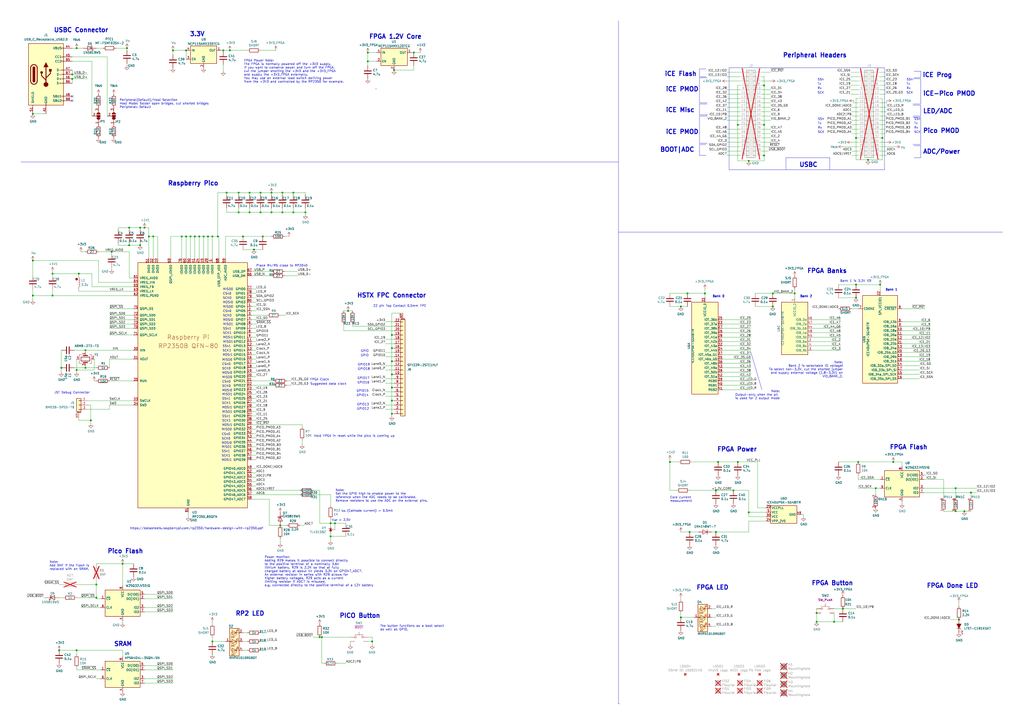
<source format=kicad_sch>
(kicad_sch (version 20250114) (generator "eeschema") (generator_version "9.0")
  (paper "A2")
  (title_block (title "PICO2-iCE") (date "2024-09-23") (rev "0.2") (company "tinyVision.ai Inc."))
  (lib_symbols
    (symbol "Connector:USB_C_Receptacle_USB2.0" (pin_names (offset 1.016))
      (property "Reference" "J" (at -10.16 19.05 0))
      (property "Value" "USB_C_Receptacle_USB2.0" (at 19.05 19.05 0))
      (symbol "USB_C_Receptacle_USB2.0_1_1"
        (pin passive line (at -7.62 -22.86 90) (length 5.08) (name "SHIELD") (number "S1"))
        (pin passive line (at 0 -22.86 90) (length 5.08) (name "GND") (number "A1"))
        (pin passive line (at 0 -22.86 90) (length 5.08) (hide yes) (name "GND") (number "A12"))
        (pin passive line (at 0 -22.86 90) (length 5.08) (hide yes) (name "GND") (number "B1"))
        (pin passive line (at 0 -22.86 90) (length 5.08) (hide yes) (name "GND") (number "B12"))
        (pin passive line (at 15.24 15.24 180) (length 5.08) (name "VBUS") (number "A4"))
        (pin passive line (at 15.24 15.24 180) (length 5.08) (hide yes) (name "VBUS") (number "A9"))
        (pin passive line (at 15.24 15.24 180) (length 5.08) (hide yes) (name "VBUS") (number "B4"))
        (pin passive line (at 15.24 15.24 180) (length 5.08) (hide yes) (name "VBUS") (number "B9"))
        (pin bidirectional line (at 15.24 10.16 180) (length 5.08) (name "CC1") (number "A5"))
        (pin bidirectional line (at 15.24 7.62 180) (length 5.08) (name "CC2") (number "B5"))
        (pin bidirectional line (at 15.24 2.54 180) (length 5.08) (name "D-") (number "A7"))
        (pin bidirectional line (at 15.24 0 180) (length 5.08) (name "D-") (number "B7"))
        (pin bidirectional line (at 15.24 -2.54 180) (length 5.08) (name "D+") (number "A6"))
        (pin bidirectional line (at 15.24 -5.08 180) (length 5.08) (name "D+") (number "B6"))
        (pin bidirectional line (at 15.24 -12.7 180) (length 5.08) (name "SBU1") (number "A8"))
        (pin bidirectional line (at 15.24 -15.24 180) (length 5.08) (name "SBU2") (number "B8"))
      )
    )
    (symbol "Connector_Generic:Conn_02x20_Odd_Even" (pin_names (offset 1.016) (hide yes))
      (property "Reference" "J" (at 1.27 25.4 0))
      (property "Value" "Conn_02x20_Odd_Even" (at 1.27 -27.94 0))
      (symbol "Conn_02x20_Odd_Even_1_1"
        (pin passive line (at -5.08 22.86 0) (length 3.81) (name "Pin_1") (number "1"))
        (pin passive line (at -5.08 20.32 0) (length 3.81) (name "Pin_3") (number "3"))
        (pin passive line (at -5.08 17.78 0) (length 3.81) (name "Pin_5") (number "5"))
        (pin passive line (at -5.08 15.24 0) (length 3.81) (name "Pin_7") (number "7"))
        (pin passive line (at -5.08 12.7 0) (length 3.81) (name "Pin_9") (number "9"))
        (pin passive line (at -5.08 10.16 0) (length 3.81) (name "Pin_11") (number "11"))
        (pin passive line (at -5.08 7.62 0) (length 3.81) (name "Pin_13") (number "13"))
        (pin passive line (at -5.08 5.08 0) (length 3.81) (name "Pin_15") (number "15"))
        (pin passive line (at -5.08 2.54 0) (length 3.81) (name "Pin_17") (number "17"))
        (pin passive line (at -5.08 0 0) (length 3.81) (name "Pin_19") (number "19"))
        (pin passive line (at -5.08 -2.54 0) (length 3.81) (name "Pin_21") (number "21"))
        (pin passive line (at -5.08 -5.08 0) (length 3.81) (name "Pin_23") (number "23"))
        (pin passive line (at -5.08 -7.62 0) (length 3.81) (name "Pin_25") (number "25"))
        (pin passive line (at -5.08 -10.16 0) (length 3.81) (name "Pin_27") (number "27"))
        (pin passive line (at -5.08 -12.7 0) (length 3.81) (name "Pin_29") (number "29"))
        (pin passive line (at -5.08 -15.24 0) (length 3.81) (name "Pin_31") (number "31"))
        (pin passive line (at -5.08 -17.78 0) (length 3.81) (name "Pin_33") (number "33"))
        (pin passive line (at -5.08 -20.32 0) (length 3.81) (name "Pin_35") (number "35"))
        (pin passive line (at -5.08 -22.86 0) (length 3.81) (name "Pin_37") (number "37"))
        (pin passive line (at -5.08 -25.4 0) (length 3.81) (name "Pin_39") (number "39"))
        (pin passive line (at 7.62 22.86 180) (length 3.81) (name "Pin_2") (number "2"))
        (pin passive line (at 7.62 20.32 180) (length 3.81) (name "Pin_4") (number "4"))
        (pin passive line (at 7.62 17.78 180) (length 3.81) (name "Pin_6") (number "6"))
        (pin passive line (at 7.62 15.24 180) (length 3.81) (name "Pin_8") (number "8"))
        (pin passive line (at 7.62 12.7 180) (length 3.81) (name "Pin_10") (number "10"))
        (pin passive line (at 7.62 10.16 180) (length 3.81) (name "Pin_12") (number "12"))
        (pin passive line (at 7.62 7.62 180) (length 3.81) (name "Pin_14") (number "14"))
        (pin passive line (at 7.62 5.08 180) (length 3.81) (name "Pin_16") (number "16"))
        (pin passive line (at 7.62 2.54 180) (length 3.81) (name "Pin_18") (number "18"))
        (pin passive line (at 7.62 0 180) (length 3.81) (name "Pin_20") (number "20"))
        (pin passive line (at 7.62 -2.54 180) (length 3.81) (name "Pin_22") (number "22"))
        (pin passive line (at 7.62 -5.08 180) (length 3.81) (name "Pin_24") (number "24"))
        (pin passive line (at 7.62 -7.62 180) (length 3.81) (name "Pin_26") (number "26"))
        (pin passive line (at 7.62 -10.16 180) (length 3.81) (name "Pin_28") (number "28"))
        (pin passive line (at 7.62 -12.7 180) (length 3.81) (name "Pin_30") (number "30"))
        (pin passive line (at 7.62 -15.24 180) (length 3.81) (name "Pin_32") (number "32"))
        (pin passive line (at 7.62 -17.78 180) (length 3.81) (name "Pin_34") (number "34"))
        (pin passive line (at 7.62 -20.32 180) (length 3.81) (name "Pin_36") (number "36"))
        (pin passive line (at 7.62 -22.86 180) (length 3.81) (name "Pin_38") (number "38"))
        (pin passive line (at 7.62 -25.4 180) (length 3.81) (name "Pin_40") (number "40"))
      )
    )
    (symbol "Connector_Generic_MountingPin:Conn_01x03_MountingPin" (pin_names (offset 1.016) (hide yes))
      (property "Reference" "J" (at 0 5.08 0))
      (property "Value" "Conn_01x03_MountingPin" (at 1.27 -5.08 0))
      (symbol "Conn_01x03_MountingPin_1_1"
        (text "Mounting" (at 0 -4.191 0) (effects (font (size 0.381 0.381))))
        (pin passive line (at -5.08 2.54 0) (length 3.81) (name "Pin_1") (number "1"))
        (pin passive line (at -5.08 0 0) (length 3.81) (name "Pin_2") (number "2"))
        (pin passive line (at -5.08 -2.54 0) (length 3.81) (name "Pin_3") (number "3"))
        (pin passive line (at 0 -7.62 90) (length 3.048) (name "MountPin") (number "MP"))
      )
    )
    (symbol "Connector_Generic_MountingPin:Conn_01x22_MountingPin" (pin_names (offset 1.016) (hide yes))
      (property "Reference" "J" (at 0 27.94 0))
      (property "Value" "Conn_01x22_MountingPin" (at 1.27 -30.48 0))
      (symbol "Conn_01x22_MountingPin_1_1"
        (text "Mounting" (at 0 -29.591 0) (effects (font (size 0.381 0.381))))
        (pin passive line (at -5.08 25.4 0) (length 3.81) (name "Pin_1") (number "1"))
        (pin passive line (at -5.08 22.86 0) (length 3.81) (name "Pin_2") (number "2"))
        (pin passive line (at -5.08 20.32 0) (length 3.81) (name "Pin_3") (number "3"))
        (pin passive line (at -5.08 17.78 0) (length 3.81) (name "Pin_4") (number "4"))
        (pin passive line (at -5.08 15.24 0) (length 3.81) (name "Pin_5") (number "5"))
        (pin passive line (at -5.08 12.7 0) (length 3.81) (name "Pin_6") (number "6"))
        (pin passive line (at -5.08 10.16 0) (length 3.81) (name "Pin_7") (number "7"))
        (pin passive line (at -5.08 7.62 0) (length 3.81) (name "Pin_8") (number "8"))
        (pin passive line (at -5.08 5.08 0) (length 3.81) (name "Pin_9") (number "9"))
        (pin passive line (at -5.08 2.54 0) (length 3.81) (name "Pin_10") (number "10"))
        (pin passive line (at -5.08 0 0) (length 3.81) (name "Pin_11") (number "11"))
        (pin passive line (at -5.08 -2.54 0) (length 3.81) (name "Pin_12") (number "12"))
        (pin passive line (at -5.08 -5.08 0) (length 3.81) (name "Pin_13") (number "13"))
        (pin passive line (at -5.08 -7.62 0) (length 3.81) (name "Pin_14") (number "14"))
        (pin passive line (at -5.08 -10.16 0) (length 3.81) (name "Pin_15") (number "15"))
        (pin passive line (at -5.08 -12.7 0) (length 3.81) (name "Pin_16") (number "16"))
        (pin passive line (at -5.08 -15.24 0) (length 3.81) (name "Pin_17") (number "17"))
        (pin passive line (at -5.08 -17.78 0) (length 3.81) (name "Pin_18") (number "18"))
        (pin passive line (at -5.08 -20.32 0) (length 3.81) (name "Pin_19") (number "19"))
        (pin passive line (at -5.08 -22.86 0) (length 3.81) (name "Pin_20") (number "20"))
        (pin passive line (at -5.08 -25.4 0) (length 3.81) (name "Pin_21") (number "21"))
        (pin passive line (at -5.08 -27.94 0) (length 3.81) (name "Pin_22") (number "22"))
        (pin passive line (at 0 -33.02 90) (length 3.048) (name "MountPin") (number "MP"))
      )
    )
    (symbol "Device:C" (pin_numbers (hide yes)) (pin_names (offset 0.254))
      (property "Reference" "C" (at 0.635 2.54 0))
      (property "Value" "C" (at 0.635 -2.54 0))
      (symbol "C_1_1"
        (pin passive line (at 0 3.81 270) (length 2.794) (name "~") (number "1"))
        (pin passive line (at 0 -3.81 90) (length 2.794) (name "~") (number "2"))
      )
    )
    (symbol "Device:Crystal_GND24" (pin_names (offset 1.016) (hide yes))
      (property "Reference" "Y" (at 3.175 5.08 0))
      (property "Value" "Crystal_GND24" (at 3.175 3.175 0))
      (symbol "Crystal_GND24_1_1"
        (pin passive line (at -3.81 0 0) (length 1.27) (name "1") (number "1"))
        (pin passive line (at 0 5.08 270) (length 1.27) (name "2") (number "2"))
        (pin passive line (at 0 -5.08 90) (length 1.27) (name "4") (number "4"))
        (pin passive line (at 3.81 0 180) (length 1.27) (name "3") (number "3"))
      )
    )
    (symbol "Device:D_Schottky" (pin_numbers (hide yes)) (pin_names (offset 1.016) (hide yes))
      (property "Reference" "D" (at 0 2.54 0))
      (property "Value" "D_Schottky" (at 0 -2.54 0))
      (symbol "D_Schottky_1_1"
        (pin passive line (at -3.81 0 0) (length 2.54) (name "K") (number "1"))
        (pin passive line (at 3.81 0 180) (length 2.54) (name "A") (number "2"))
      )
    )
    (symbol "Device:L" (pin_numbers (hide yes)) (pin_names (offset 1.016) (hide yes))
      (property "Reference" "L" (at -1.27 0 90))
      (property "Value" "L" (at 1.905 0 90))
      (symbol "L_1_1"
        (pin passive line (at 0 3.81 270) (length 1.27) (name "1") (number "1"))
        (pin passive line (at 0 -3.81 90) (length 1.27) (name "2") (number "2"))
      )
    )
    (symbol "Device:R" (pin_numbers (hide yes)) (pin_names (offset 0))
      (property "Reference" "R" (at 2.032 0 90))
      (property "Value" "R" (at 0 0 90))
      (symbol "R_1_1"
        (pin passive line (at 0 3.81 270) (length 1.27) (name "~") (number "1"))
        (pin passive line (at 0 -3.81 90) (length 1.27) (name "~") (number "2"))
      )
    )
    (symbol "Device:R_Pack04_Split" (pin_names (offset 0) (hide yes))
      (property "Reference" "RN" (at 2.032 0 90))
      (property "Value" "R_Pack04_Split" (at 0 0 90))
      (symbol "R_Pack04_Split_1_1"
        (pin passive line (at 0 3.81 270) (length 1.27) (name "R1.2") (number "8"))
        (pin passive line (at 0 -3.81 90) (length 1.27) (name "R1.1") (number "1"))
      )
      (symbol "R_Pack04_Split_2_1"
        (pin passive line (at 0 3.81 270) (length 1.27) (name "R2.2") (number "7"))
        (pin passive line (at 0 -3.81 90) (length 1.27) (name "R2.1") (number "2"))
      )
      (symbol "R_Pack04_Split_3_1"
        (pin passive line (at 0 3.81 270) (length 1.27) (name "R3.2") (number "6"))
        (pin passive line (at 0 -3.81 90) (length 1.27) (name "R3.1") (number "3"))
      )
      (symbol "R_Pack04_Split_4_1"
        (pin passive line (at 0 3.81 270) (length 1.27) (name "R4.2") (number "5"))
        (pin passive line (at 0 -3.81 90) (length 1.27) (name "R4.1") (number "4"))
      )
    )
    (symbol "ICE40UP5K-SG48ITR-FPGA_Lattice_1"
      (property "Reference" "U6" (at 9.3218 0 90))
      (property "Value" "ICE40UP5K-SG48ITR" (at 7.0104 0 90))
      (symbol "ICE40UP5K-SG48ITR-FPGA_Lattice_1_1_1"
        (pin bidirectional line (at -10.16 15.24 0) (length 2.54) (name "IOT_36b") (number "25"))
        (pin bidirectional line (at -10.16 12.7 0) (length 2.54) (name "IOT_37a") (number "23"))
        (pin bidirectional line (at -10.16 10.16 0) (length 2.54) (name "IOT_38b") (number "27"))
        (pin bidirectional line (at -10.16 7.62 0) (length 2.54) (name "IOT_39a") (number "26"))
        (pin bidirectional line (at -10.16 5.08 0) (length 2.54) (name "IOT_41a") (number "28"))
        (pin bidirectional line (at -10.16 2.54 0) (length 2.54) (name "IOT_42b") (number "31"))
        (pin bidirectional line (at -10.16 0 0) (length 2.54) (name "IOT_43a") (number "32"))
        (pin bidirectional line (at -10.16 -2.54 0) (length 2.54) (name "IOT_44b") (number "34"))
        (pin bidirectional line (at -10.16 -5.08 0) (length 2.54) (name "IOT_45a_G1") (number "37"))
        (pin bidirectional line (at -10.16 -7.62 0) (length 2.54) (name "IOT_46b_G0") (number "35"))
        (pin bidirectional line (at -10.16 -10.16 0) (length 2.54) (name "IOT_48b") (number "36"))
        (pin bidirectional line (at -10.16 -12.7 0) (length 2.54) (name "IOT_49a") (number "43"))
        (pin bidirectional line (at -10.16 -15.24 0) (length 2.54) (name "IOT_50b") (number "38"))
        (pin bidirectional line (at -10.16 -17.78 0) (length 2.54) (name "IOT_51a") (number "42"))
        (pin open_collector line (at -10.16 -20.32 0) (length 2.54) (name "RGB0") (number "39"))
        (pin open_collector line (at -10.16 -22.86 0) (length 2.54) (name "RGB1") (number "40"))
        (pin open_collector line (at -10.16 -25.4 0) (length 2.54) (name "RGB2") (number "41"))
        (pin power_in line (at 0 27.94 270) (length 2.54) (name "VCCIO_0") (number "33"))
      )
      (symbol "ICE40UP5K-SG48ITR-FPGA_Lattice_1_2_1"
        (pin input line (at -12.7 17.78 0) (length 2.54) (name "~{CRESET}") (number "8"))
        (pin bidirectional line (at -12.7 10.16 0) (length 2.54) (name "IOB_13b") (number "6"))
        (pin bidirectional line (at -12.7 7.62 0) (length 2.54) (name "IOB_16a") (number "9"))
        (pin bidirectional line (at -12.7 5.08 0) (length 2.54) (name "IOB_18a") (number "10"))
        (pin bidirectional line (at -12.7 2.54 0) (length 2.54) (name "IOB_20a") (number "11"))
        (pin bidirectional line (at -12.7 0 0) (length 2.54) (name "IOB_22a") (number "12"))
        (pin bidirectional line (at -12.7 -2.54 0) (length 2.54) (name "IOB_23b") (number "21"))
        (pin bidirectional line (at -12.7 -5.08 0) (length 2.54) (name "IOB_24a") (number "13"))
        (pin bidirectional line (at -12.7 -7.62 0) (length 2.54) (name "IOB_25b_G3") (number "20"))
        (pin bidirectional line (at -12.7 -10.16 0) (length 2.54) (name "IOB_29b") (number "19"))
        (pin bidirectional line (at -12.7 -12.7 0) (length 2.54) (name "IOB_31b") (number "18"))
        (pin bidirectional line (at -12.7 -15.24 0) (length 2.54) (name "IOB_32a_SPI_SO") (number "14"))
        (pin bidirectional line (at -12.7 -17.78 0) (length 2.54) (name "IOB_33b_SPI_SI") (number "17"))
        (pin bidirectional line (at -12.7 -20.32 0) (length 2.54) (name "IOB_34a_SPI_SCK") (number "15"))
        (pin bidirectional line (at -12.7 -22.86 0) (length 2.54) (name "IOB_35b_SPI_SS") (number "16"))
        (pin power_in line (at 0 27.94 270) (length 2.54) (name "SPI_VCCIO1") (number "22"))
        (pin open_collector line (at 12.7 17.78 180) (length 2.54) (name "CDONE") (number "7"))
      )
      (symbol "ICE40UP5K-SG48ITR-FPGA_Lattice_1_3_1"
        (pin bidirectional line (at -10.16 5.08 0) (length 2.54) (name "IOB_0a") (number "46"))
        (pin bidirectional line (at -10.16 2.54 0) (length 2.54) (name "IOB_2a") (number "47"))
        (pin bidirectional line (at -10.16 0 0) (length 2.54) (name "IOB_3b_G6") (number "44"))
        (pin bidirectional line (at -10.16 -2.54 0) (length 2.54) (name "IOB_4a") (number "48"))
        (pin bidirectional line (at -10.16 -5.08 0) (length 2.54) (name "IOB_5b") (number "45"))
        (pin bidirectional line (at -10.16 -7.62 0) (length 2.54) (name "IOB_6a") (number "2"))
        (pin bidirectional line (at -10.16 -10.16 0) (length 2.54) (name "IOB_8a") (number "4"))
        (pin bidirectional line (at -10.16 -12.7 0) (length 2.54) (name "IOB_9b") (number "3"))
        (pin power_in line (at 0 17.78 270) (length 2.54) (name "VCCIO_2") (number "1"))
      )
      (symbol "ICE40UP5K-SG48ITR-FPGA_Lattice_1_4_1"
        (pin power_in line (at -3.81 10.16 270) (length 2.54) (name "VPP_2V5") (number "24"))
        (pin power_in line (at -1.27 10.16 270) (length 2.54) (name "VCC") (number "30"))
        (pin power_in line (at 0 -10.16 90) (length 2.54) (name "GND") (number "49"))
        (pin power_in line (at 1.27 10.16 270) (length 2.54) (name "VCC") (number "5"))
        (pin power_out line (at 3.81 10.16 270) (length 2.54) (name "VCCPLL") (number "29"))
      )
    )
    (symbol "ICE40UP5K-SG48ITR-FPGA_Lattice_2"
      (property "Reference" "U6" (at 9.3218 0 90))
      (property "Value" "ICE40UP5K-SG48ITR" (at 7.0104 0 90))
      (symbol "ICE40UP5K-SG48ITR-FPGA_Lattice_2_1_1"
        (pin bidirectional line (at -10.16 15.24 0) (length 2.54) (name "IOT_36b") (number "25"))
        (pin bidirectional line (at -10.16 12.7 0) (length 2.54) (name "IOT_37a") (number "23"))
        (pin bidirectional line (at -10.16 10.16 0) (length 2.54) (name "IOT_38b") (number "27"))
        (pin bidirectional line (at -10.16 7.62 0) (length 2.54) (name "IOT_39a") (number "26"))
        (pin bidirectional line (at -10.16 5.08 0) (length 2.54) (name "IOT_41a") (number "28"))
        (pin bidirectional line (at -10.16 2.54 0) (length 2.54) (name "IOT_42b") (number "31"))
        (pin bidirectional line (at -10.16 0 0) (length 2.54) (name "IOT_43a") (number "32"))
        (pin bidirectional line (at -10.16 -2.54 0) (length 2.54) (name "IOT_44b") (number "34"))
        (pin bidirectional line (at -10.16 -5.08 0) (length 2.54) (name "IOT_45a_G1") (number "37"))
        (pin bidirectional line (at -10.16 -7.62 0) (length 2.54) (name "IOT_46b_G0") (number "35"))
        (pin bidirectional line (at -10.16 -10.16 0) (length 2.54) (name "IOT_48b") (number "36"))
        (pin bidirectional line (at -10.16 -12.7 0) (length 2.54) (name "IOT_49a") (number "43"))
        (pin bidirectional line (at -10.16 -15.24 0) (length 2.54) (name "IOT_50b") (number "38"))
        (pin bidirectional line (at -10.16 -17.78 0) (length 2.54) (name "IOT_51a") (number "42"))
        (pin open_collector line (at -10.16 -20.32 0) (length 2.54) (name "RGB0") (number "39"))
        (pin open_collector line (at -10.16 -22.86 0) (length 2.54) (name "RGB1") (number "40"))
        (pin open_collector line (at -10.16 -25.4 0) (length 2.54) (name "RGB2") (number "41"))
        (pin power_in line (at 0 27.94 270) (length 2.54) (name "VCCIO_0") (number "33"))
      )
      (symbol "ICE40UP5K-SG48ITR-FPGA_Lattice_2_2_1"
        (pin input line (at -12.7 17.78 0) (length 2.54) (name "~{CRESET}") (number "8"))
        (pin bidirectional line (at -12.7 10.16 0) (length 2.54) (name "IOB_13b") (number "6"))
        (pin bidirectional line (at -12.7 7.62 0) (length 2.54) (name "IOB_16a") (number "9"))
        (pin bidirectional line (at -12.7 5.08 0) (length 2.54) (name "IOB_18a") (number "10"))
        (pin bidirectional line (at -12.7 2.54 0) (length 2.54) (name "IOB_20a") (number "11"))
        (pin bidirectional line (at -12.7 0 0) (length 2.54) (name "IOB_22a") (number "12"))
        (pin bidirectional line (at -12.7 -2.54 0) (length 2.54) (name "IOB_23b") (number "21"))
        (pin bidirectional line (at -12.7 -5.08 0) (length 2.54) (name "IOB_24a") (number "13"))
        (pin bidirectional line (at -12.7 -7.62 0) (length 2.54) (name "IOB_25b_G3") (number "20"))
        (pin bidirectional line (at -12.7 -10.16 0) (length 2.54) (name "IOB_29b") (number "19"))
        (pin bidirectional line (at -12.7 -12.7 0) (length 2.54) (name "IOB_31b") (number "18"))
        (pin bidirectional line (at -12.7 -15.24 0) (length 2.54) (name "IOB_32a_SPI_SO") (number "14"))
        (pin bidirectional line (at -12.7 -17.78 0) (length 2.54) (name "IOB_33b_SPI_SI") (number "17"))
        (pin bidirectional line (at -12.7 -20.32 0) (length 2.54) (name "IOB_34a_SPI_SCK") (number "15"))
        (pin bidirectional line (at -12.7 -22.86 0) (length 2.54) (name "IOB_35b_SPI_SS") (number "16"))
        (pin power_in line (at 0 27.94 270) (length 2.54) (name "SPI_VCCIO1") (number "22"))
        (pin open_collector line (at 12.7 17.78 180) (length 2.54) (name "CDONE") (number "7"))
      )
      (symbol "ICE40UP5K-SG48ITR-FPGA_Lattice_2_3_1"
        (pin bidirectional line (at -10.16 5.08 0) (length 2.54) (name "IOB_0a") (number "46"))
        (pin bidirectional line (at -10.16 2.54 0) (length 2.54) (name "IOB_2a") (number "47"))
        (pin bidirectional line (at -10.16 0 0) (length 2.54) (name "IOB_3b_G6") (number "44"))
        (pin bidirectional line (at -10.16 -2.54 0) (length 2.54) (name "IOB_4a") (number "48"))
        (pin bidirectional line (at -10.16 -5.08 0) (length 2.54) (name "IOB_5b") (number "45"))
        (pin bidirectional line (at -10.16 -7.62 0) (length 2.54) (name "IOB_6a") (number "2"))
        (pin bidirectional line (at -10.16 -10.16 0) (length 2.54) (name "IOB_8a") (number "4"))
        (pin bidirectional line (at -10.16 -12.7 0) (length 2.54) (name "IOB_9b") (number "3"))
        (pin power_in line (at 0 17.78 270) (length 2.54) (name "VCCIO_2") (number "1"))
      )
      (symbol "ICE40UP5K-SG48ITR-FPGA_Lattice_2_4_1"
        (pin power_in line (at -3.81 10.16 270) (length 2.54) (name "VPP_2V5") (number "24"))
        (pin power_in line (at -1.27 10.16 270) (length 2.54) (name "VCC") (number "30"))
        (pin power_in line (at 0 -10.16 90) (length 2.54) (name "GND") (number "49"))
        (pin power_in line (at 1.27 10.16 270) (length 2.54) (name "VCC") (number "5"))
        (pin power_out line (at 3.81 10.16 270) (length 2.54) (name "VCCPLL") (number "29"))
      )
    )
    (symbol "ICE40UP5K-SG48ITR-FPGA_Lattice_3"
      (property "Reference" "U6" (at 9.3218 0 90))
      (property "Value" "ICE40UP5K-SG48ITR" (at 7.0104 0 90))
      (symbol "ICE40UP5K-SG48ITR-FPGA_Lattice_3_1_1"
        (pin bidirectional line (at -10.16 15.24 0) (length 2.54) (name "IOT_36b") (number "25"))
        (pin bidirectional line (at -10.16 12.7 0) (length 2.54) (name "IOT_37a") (number "23"))
        (pin bidirectional line (at -10.16 10.16 0) (length 2.54) (name "IOT_38b") (number "27"))
        (pin bidirectional line (at -10.16 7.62 0) (length 2.54) (name "IOT_39a") (number "26"))
        (pin bidirectional line (at -10.16 5.08 0) (length 2.54) (name "IOT_41a") (number "28"))
        (pin bidirectional line (at -10.16 2.54 0) (length 2.54) (name "IOT_42b") (number "31"))
        (pin bidirectional line (at -10.16 0 0) (length 2.54) (name "IOT_43a") (number "32"))
        (pin bidirectional line (at -10.16 -2.54 0) (length 2.54) (name "IOT_44b") (number "34"))
        (pin bidirectional line (at -10.16 -5.08 0) (length 2.54) (name "IOT_45a_G1") (number "37"))
        (pin bidirectional line (at -10.16 -7.62 0) (length 2.54) (name "IOT_46b_G0") (number "35"))
        (pin bidirectional line (at -10.16 -10.16 0) (length 2.54) (name "IOT_48b") (number "36"))
        (pin bidirectional line (at -10.16 -12.7 0) (length 2.54) (name "IOT_49a") (number "43"))
        (pin bidirectional line (at -10.16 -15.24 0) (length 2.54) (name "IOT_50b") (number "38"))
        (pin bidirectional line (at -10.16 -17.78 0) (length 2.54) (name "IOT_51a") (number "42"))
        (pin open_collector line (at -10.16 -20.32 0) (length 2.54) (name "RGB0") (number "39"))
        (pin open_collector line (at -10.16 -22.86 0) (length 2.54) (name "RGB1") (number "40"))
        (pin open_collector line (at -10.16 -25.4 0) (length 2.54) (name "RGB2") (number "41"))
        (pin power_in line (at 0 27.94 270) (length 2.54) (name "VCCIO_0") (number "33"))
      )
      (symbol "ICE40UP5K-SG48ITR-FPGA_Lattice_3_2_1"
        (pin input line (at -12.7 17.78 0) (length 2.54) (name "~{CRESET}") (number "8"))
        (pin bidirectional line (at -12.7 10.16 0) (length 2.54) (name "IOB_13b") (number "6"))
        (pin bidirectional line (at -12.7 7.62 0) (length 2.54) (name "IOB_16a") (number "9"))
        (pin bidirectional line (at -12.7 5.08 0) (length 2.54) (name "IOB_18a") (number "10"))
        (pin bidirectional line (at -12.7 2.54 0) (length 2.54) (name "IOB_20a") (number "11"))
        (pin bidirectional line (at -12.7 0 0) (length 2.54) (name "IOB_22a") (number "12"))
        (pin bidirectional line (at -12.7 -2.54 0) (length 2.54) (name "IOB_23b") (number "21"))
        (pin bidirectional line (at -12.7 -5.08 0) (length 2.54) (name "IOB_24a") (number "13"))
        (pin bidirectional line (at -12.7 -7.62 0) (length 2.54) (name "IOB_25b_G3") (number "20"))
        (pin bidirectional line (at -12.7 -10.16 0) (length 2.54) (name "IOB_29b") (number "19"))
        (pin bidirectional line (at -12.7 -12.7 0) (length 2.54) (name "IOB_31b") (number "18"))
        (pin bidirectional line (at -12.7 -15.24 0) (length 2.54) (name "IOB_32a_SPI_SO") (number "14"))
        (pin bidirectional line (at -12.7 -17.78 0) (length 2.54) (name "IOB_33b_SPI_SI") (number "17"))
        (pin bidirectional line (at -12.7 -20.32 0) (length 2.54) (name "IOB_34a_SPI_SCK") (number "15"))
        (pin bidirectional line (at -12.7 -22.86 0) (length 2.54) (name "IOB_35b_SPI_SS") (number "16"))
        (pin power_in line (at 0 27.94 270) (length 2.54) (name "SPI_VCCIO1") (number "22"))
        (pin open_collector line (at 12.7 17.78 180) (length 2.54) (name "CDONE") (number "7"))
      )
      (symbol "ICE40UP5K-SG48ITR-FPGA_Lattice_3_3_1"
        (pin bidirectional line (at -10.16 5.08 0) (length 2.54) (name "IOB_0a") (number "46"))
        (pin bidirectional line (at -10.16 2.54 0) (length 2.54) (name "IOB_2a") (number "47"))
        (pin bidirectional line (at -10.16 0 0) (length 2.54) (name "IOB_3b_G6") (number "44"))
        (pin bidirectional line (at -10.16 -2.54 0) (length 2.54) (name "IOB_4a") (number "48"))
        (pin bidirectional line (at -10.16 -5.08 0) (length 2.54) (name "IOB_5b") (number "45"))
        (pin bidirectional line (at -10.16 -7.62 0) (length 2.54) (name "IOB_6a") (number "2"))
        (pin bidirectional line (at -10.16 -10.16 0) (length 2.54) (name "IOB_8a") (number "4"))
        (pin bidirectional line (at -10.16 -12.7 0) (length 2.54) (name "IOB_9b") (number "3"))
        (pin power_in line (at 0 17.78 270) (length 2.54) (name "VCCIO_2") (number "1"))
      )
      (symbol "ICE40UP5K-SG48ITR-FPGA_Lattice_3_4_1"
        (pin power_in line (at -3.81 10.16 270) (length 2.54) (name "VPP_2V5") (number "24"))
        (pin power_in line (at -1.27 10.16 270) (length 2.54) (name "VCC") (number "30"))
        (pin power_in line (at 0 -10.16 90) (length 2.54) (name "GND") (number "49"))
        (pin power_in line (at 1.27 10.16 270) (length 2.54) (name "VCC") (number "5"))
        (pin power_out line (at 3.81 10.16 270) (length 2.54) (name "VCCPLL") (number "29"))
      )
    )
    (symbol "Jumper:SolderJumper_3_Bridged12" (pin_names (offset 0) (hide yes)) (exclude_from_sim yes) (in_bom no)
      (property "Reference" "JP" (at -2.54 -2.54 0))
      (property "Value" "SolderJumper_3_Bridged12" (at 0 2.794 0))
      (symbol "SolderJumper_3_Bridged12_1_1"
        (pin passive line (at -5.08 0 0) (length 2.54) (name "A") (number "1"))
        (pin passive line (at 0 -3.81 90) (length 2.54) (name "C") (number "2"))
        (pin passive line (at 5.08 0 180) (length 2.54) (name "B") (number "3"))
      )
    )
    (symbol "MCU_RaspberryPi_RP2350:RP2350_80QFN" (pin_names (offset 1.016))
      (property "Reference" "U" (at -29.21 49.53 0))
      (property "Value" "RP2350_80QFN" (at 25.4 -96.52 0))
      (symbol "RP2350_80QFN_0_0"
        (text "Raspberry Pi" (at 0 5.08 0) (effects (font (size 2.54 2.54))))
      )
      (symbol "RP2350_80QFN_1_0"
        (text "RP2350B QFN-80" (at 0 0 0) (effects (font (size 2.54 2.54))))
      )
      (symbol "RP2350_80QFN_1_1"
        (pin power_in line (at -31.75 39.37 0) (length 2.54) (name "VREG_AVDD") (number "61"))
        (pin power_in line (at -31.75 36.83 0) (length 2.54) (name "VREG_VIN") (number "64"))
        (pin input line (at -31.75 34.29 0) (length 2.54) (name "VREG_FB") (number "65"))
        (pin power_out line (at -31.75 31.75 0) (length 2.54) (name "VREG_LX") (number "63"))
        (pin power_in line (at -31.75 29.21 0) (length 2.54) (name "VREG_PGND") (number "62"))
        (pin bidirectional line (at -31.75 21.59 0) (length 2.54) (name "QSPI_SS") (number "75"))
        (pin bidirectional line (at -31.75 17.78 0) (length 2.54) (name "QSPI_SD0") (number "72"))
        (pin bidirectional line (at -31.75 15.24 0) (length 2.54) (name "QSPI_SD1") (number "74"))
        (pin bidirectional line (at -31.75 12.7 0) (length 2.54) (name "QSPI_SD2") (number "73"))
        (pin bidirectional line (at -31.75 10.16 0) (length 2.54) (name "QSPI_SD3") (number "70"))
        (pin output line (at -31.75 6.35 0) (length 2.54) (name "QSPI_SCLK") (number "71"))
        (pin input line (at -31.75 -2.54 0) (length 2.54) (name "XIN") (number "30"))
        (pin passive line (at -31.75 -7.62 0) (length 2.54) (name "XOUT") (number "31"))
        (pin input line (at -31.75 -20.32 0) (length 2.54) (name "RUN") (number "35"))
        (pin output line (at -31.75 -31.75 0) (length 2.54) (name "SWCLK") (number "33"))
        (pin bidirectional line (at -31.75 -34.29 0) (length 2.54) (name "SWD") (number "34"))
        (pin power_in line (at -22.86 50.8 270) (length 2.54) (name "DVDD") (number "51"))
        (pin power_in line (at -20.32 50.8 270) (length 2.54) (name "DVDD") (number "32"))
        (pin power_in line (at -17.78 50.8 270) (length 2.54) (name "DVDD") (number "10"))
        (pin power_in line (at -10.16 50.8 270) (length 2.54) (name "QSPI_IOVDD") (number "69"))
        (pin power_in line (at -3.81 50.8 270) (length 2.54) (name "IOVDD") (number "76"))
        (pin power_in line (at -1.27 50.8 270) (length 2.54) (name "IOVDD") (number "60"))
        (pin power_in line (at 0 -96.52 90) (length 2.54) (name "GND") (number "81"))
        (pin power_in line (at 1.27 50.8 270) (length 2.54) (name "IOVDD") (number "50"))
        (pin power_in line (at 3.81 50.8 270) (length 2.54) (name "IOVDD") (number "41"))
        (pin power_in line (at 6.35 50.8 270) (length 2.54) (name "IOVDD") (number "24"))
        (pin power_in line (at 8.89 50.8 270) (length 2.54) (name "IOVDD") (number "15"))
        (pin power_in line (at 11.43 50.8 270) (length 2.54) (name "IOVDD") (number "29"))
        (pin power_in line (at 13.97 50.8 270) (length 2.54) (name "IOVDD") (number "5"))
        (pin power_in line (at 17.78 50.8 270) (length 2.54) (name "USB_OTP_VDD") (number "68"))
        (pin power_in line (at 21.59 50.8 270) (length 2.54) (name "ADC_AVDD") (number "59"))
        (pin bidirectional line (at 36.83 43.18 180) (length 2.54) (name "USB_DP") (number "67"))
        (pin bidirectional line (at 36.83 40.64 180) (length 2.54) (name "USB_DM") (number "66"))
        (pin bidirectional line (at 36.83 33.02 180) (length 2.54) (name "GPIO0") (number "77"))
        (pin bidirectional line (at 36.83 30.48 180) (length 2.54) (name "GPIO1") (number "78"))
        (pin bidirectional line (at 36.83 27.94 180) (length 2.54) (name "GPIO2") (number "79"))
        (pin bidirectional line (at 36.83 25.4 180) (length 2.54) (name "GPIO3") (number "80"))
        (pin bidirectional line (at 36.83 22.86 180) (length 2.54) (name "GPIO4") (number "1"))
        (pin bidirectional line (at 36.83 20.32 180) (length 2.54) (name "GPIO5") (number "2"))
        (pin bidirectional line (at 36.83 17.78 180) (length 2.54) (name "GPIO6") (number "3"))
        (pin bidirectional line (at 36.83 15.24 180) (length 2.54) (name "GPIO7") (number "4"))
        (pin bidirectional line (at 36.83 12.7 180) (length 2.54) (name "GPIO8") (number "6"))
        (pin bidirectional line (at 36.83 10.16 180) (length 2.54) (name "GPIO9") (number "7"))
        (pin bidirectional line (at 36.83 7.62 180) (length 2.54) (name "GPIO10") (number "8"))
        (pin bidirectional line (at 36.83 5.08 180) (length 2.54) (name "GPIO11") (number "9"))
        (pin bidirectional line (at 36.83 2.54 180) (length 2.54) (name "GPIO12") (number "11"))
        (pin bidirectional line (at 36.83 0 180) (length 2.54) (name "GPIO13") (number "12"))
        (pin bidirectional line (at 36.83 -2.54 180) (length 2.54) (name "GPIO14") (number "13"))
        (pin bidirectional line (at 36.83 -5.08 180) (length 2.54) (name "GPIO15") (number "14"))
        (pin bidirectional line (at 36.83 -7.62 180) (length 2.54) (name "GPIO16") (number "16"))
        (pin bidirectional line (at 36.83 -10.16 180) (length 2.54) (name "GPIO17") (number "17"))
        (pin bidirectional line (at 36.83 -12.7 180) (length 2.54) (name "GPIO18") (number "18"))
        (pin bidirectional line (at 36.83 -15.24 180) (length 2.54) (name "GPIO19") (number "19"))
        (pin bidirectional line (at 36.83 -17.78 180) (length 2.54) (name "GPIO20") (number "20"))
        (pin bidirectional line (at 36.83 -20.32 180) (length 2.54) (name "GPIO21") (number "21"))
        (pin bidirectional line (at 36.83 -22.86 180) (length 2.54) (name "GPIO22") (number "22"))
        (pin bidirectional line (at 36.83 -25.4 180) (length 2.54) (name "GPIO23") (number "23"))
        (pin bidirectional line (at 36.83 -27.94 180) (length 2.54) (name "GPIO24") (number "25"))
        (pin bidirectional line (at 36.83 -30.48 180) (length 2.54) (name "GPIO25") (number "26"))
        (pin bidirectional line (at 36.83 -33.02 180) (length 2.54) (name "GPIO26") (number "27"))
        (pin bidirectional line (at 36.83 -35.56 180) (length 2.54) (name "GPIO27") (number "28"))
        (pin bidirectional line (at 36.83 -38.1 180) (length 2.54) (name "GPIO28") (number "36"))
        (pin bidirectional line (at 36.83 -40.64 180) (length 2.54) (name "GPIO29") (number "37"))
        (pin bidirectional line (at 36.83 -43.18 180) (length 2.54) (name "GPIO30") (number "38"))
        (pin bidirectional line (at 36.83 -45.72 180) (length 2.54) (name "GPIO31") (number "39"))
        (pin bidirectional line (at 36.83 -48.26 180) (length 2.54) (name "GPIO32") (number "40"))
        (pin bidirectional line (at 36.83 -50.8 180) (length 2.54) (name "GPIO33") (number "42"))
        (pin bidirectional line (at 36.83 -53.34 180) (length 2.54) (name "GPIO34") (number "43"))
        (pin bidirectional line (at 36.83 -55.88 180) (length 2.54) (name "GPIO35") (number "44"))
        (pin bidirectional line (at 36.83 -58.42 180) (length 2.54) (name "GPIO36") (number "45"))
        (pin bidirectional line (at 36.83 -60.96 180) (length 2.54) (name "GPIO37") (number "46"))
        (pin bidirectional line (at 36.83 -63.5 180) (length 2.54) (name "GPIO38") (number "47"))
        (pin bidirectional line (at 36.83 -66.04 180) (length 2.54) (name "GPIO39") (number "48"))
        (pin bidirectional line (at 36.83 -71.12 180) (length 2.54) (name "GPIO40_ADC0") (number "49"))
        (pin bidirectional line (at 36.83 -73.66 180) (length 2.54) (name "GPIO41_ADC1") (number "52"))
        (pin bidirectional line (at 36.83 -76.2 180) (length 2.54) (name "GPIO42_ADC2") (number "53"))
        (pin bidirectional line (at 36.83 -78.74 180) (length 2.54) (name "GPIO43_ADC3") (number "54"))
        (pin bidirectional line (at 36.83 -81.28 180) (length 2.54) (name "GPIO44_ADC4") (number "55"))
        (pin bidirectional line (at 36.83 -83.82 180) (length 2.54) (name "GPIO45_ADC5") (number "56"))
        (pin bidirectional line (at 36.83 -86.36 180) (length 2.54) (name "GPIO46_ADC6") (number "57"))
        (pin bidirectional line (at 36.83 -88.9 180) (length 2.54) (name "GPIO47_ADC7") (number "58"))
      )
    )
    (symbol "MK11_PROG-rescue:TestPoint_Small-custom" (pin_numbers (hide yes)) (pin_names (offset 0.762) (hide yes))
      (property "Reference" "TP" (at 0 3.81 0))
      (property "Value" "TestPoint_Small-custom" (at 0 2.032 0))
    )
    (symbol "Mechanical:MountingHole" (pin_names (offset 1.016))
      (property "Reference" "H" (at 0 5.08 0))
      (property "Value" "MountingHole" (at 0 3.175 0))
    )
    (symbol "Reference_Voltage:TL431DBZ" (pin_numbers (hide yes)) (pin_names (hide yes))
      (property "Reference" "U" (at -2.54 2.54 0))
      (property "Value" "TL431DBZ" (at 0 -2.54 0))
      (symbol "TL431DBZ_1_1"
        (pin passive line (at -2.54 0 0) (length 2.54) (name "A") (number "3"))
        (pin passive line (at 0 2.54 270) (length 2.54) (name "REF") (number "2"))
        (pin passive line (at 2.54 0 180) (length 2.54) (name "K") (number "1"))
      )
    )
    (symbol "Regulator_Linear:NCP115AMX120TCG"
      (property "Reference" "U" (at 2.54 10.16 0))
      (property "Value" "NCP115AMX120TCG" (at 10.16 7.62 0))
      (symbol "NCP115AMX120TCG_1_1"
        (pin power_in line (at -10.16 2.54 0) (length 2.54) (name "IN") (number "4"))
        (pin input line (at -10.16 -2.54 0) (length 2.54) (name "EN") (number "3"))
        (pin power_in line (at 0 -7.62 90) (length 2.54) (name "GND") (number "2"))
        (pin passive line (at 0 -7.62 90) (length 2.54) (hide yes) (name "GND") (number "5"))
        (pin power_out line (at 10.16 2.54 180) (length 2.54) (name "OUT") (number "1"))
      )
    )
    (symbol "Regulator_Linear:NCP115AMX330TCG"
      (property "Reference" "U" (at 2.54 10.16 0))
      (property "Value" "NCP115AMX330TCG" (at 10.16 7.62 0))
      (symbol "NCP115AMX330TCG_1_1"
        (pin power_in line (at -10.16 2.54 0) (length 2.54) (name "IN") (number "4"))
        (pin input line (at -10.16 -2.54 0) (length 2.54) (name "EN") (number "3"))
        (pin power_in line (at 0 -7.62 90) (length 2.54) (name "GND") (number "2"))
        (pin passive line (at 0 -7.62 90) (length 2.54) (hide yes) (name "GND") (number "5"))
        (pin power_out line (at 10.16 2.54 180) (length 2.54) (name "OUT") (number "1"))
      )
    )
    (symbol "SW_Push_1" (pin_numbers (hide yes)) (pin_names (offset 1.016) (hide yes))
      (property "Reference" "SW2" (at 0 7.62 0))
      (property "Comment" "SW_Push" (at 0 5.08 0))
      (symbol "SW_Push_1_0_1"
        (pin passive line (at -5.08 0 0) (length 2.54) (name "1") (number "1"))
        (pin passive line (at -5.08 -2.54 0) (length 2.54) (name "SH1") (number "SH1"))
        (pin passive line (at 5.08 0 180) (length 2.54) (name "2") (number "2"))
        (pin passive line (at 5.08 -2.54 180) (length 2.54) (name "SH2") (number "SH2"))
      )
    )
    (symbol "Switch:SW_Push" (pin_numbers (hide yes)) (pin_names (offset 1.016) (hide yes))
      (property "Reference" "SW1" (at 0 8.255 0))
      (property "Comment" "~RESET" (at 0 5.715 0))
      (symbol "SW_Push_0_1"
        (pin passive line (at -5.08 0 0) (length 2.54) (name "1") (number "1"))
        (pin passive line (at -5.08 -2.54 0) (length 2.54) (name "SH1") (number "SH1"))
        (pin passive line (at 5.08 0 180) (length 2.54) (name "2") (number "2"))
        (pin passive line (at 5.08 -2.54 180) (length 2.54) (name "SH2") (number "SH2"))
      )
    )
    (symbol "UPduino_v3.0:Device_C" (pin_numbers (hide yes)) (pin_names (offset 0.254))
      (property "Reference" "C" (at 0.635 2.54 0))
      (property "Value" "Device_C" (at 0.635 -2.54 0))
      (symbol "Device_C_1_1"
        (pin passive line (at 0 3.81 270) (length 2.794) (name "~") (number "1"))
        (pin passive line (at 0 -3.81 90) (length 2.794) (name "~") (number "2"))
      )
    )
    (symbol "UPduino_v3.0:Device_LED_ALT" (pin_numbers (hide yes)) (pin_names (offset 1.016) (hide yes))
      (property "Reference" "D" (at 0 2.54 0))
      (property "Value" "Device_LED_ALT" (at 0 -2.54 0))
      (symbol "Device_LED_ALT_1_1"
        (pin passive line (at -3.81 0 0) (length 2.54) (name "K") (number "1"))
        (pin passive line (at 3.81 0 180) (length 2.54) (name "A") (number "2"))
      )
    )
    (symbol "UPduino_v3.0:Device_LED_ARGB" (pin_names (offset 0) (hide yes))
      (property "Reference" "D2" (at 0 11.8618 0))
      (property "Value" "MHPA1010RGBDT" (at 6.35 10.16 0))
      (symbol "Device_LED_ARGB_0_0"
        (text "B" (at -1.905 3.81 0) (effects (font (size 1.27 1.27))))
        (text "G" (at -1.905 -1.27 0) (effects (font (size 1.27 1.27))))
        (text "R" (at -1.905 -6.35 0) (effects (font (size 1.27 1.27))))
      )
      (symbol "Device_LED_ARGB_1_1"
        (pin passive line (at -5.08 5.08 0) (length 2.54) (name "BK") (number "4"))
        (pin passive line (at -5.08 0 0) (length 2.54) (name "GK") (number "3"))
        (pin passive line (at -5.08 -5.08 0) (length 2.54) (name "RK") (number "2"))
        (pin passive line (at 5.08 0 180) (length 2.54) (name "A") (number "1"))
      )
    )
    (symbol "UPduino_v3.0:Device_R" (pin_numbers (hide yes)) (pin_names (offset 0))
      (property "Reference" "R" (at 2.032 0 90))
      (property "Value" "Device_R" (at 0 0 90))
      (symbol "Device_R_1_1"
        (pin passive line (at 0 3.81 270) (length 1.27) (name "~") (number "1"))
        (pin passive line (at 0 -3.81 90) (length 1.27) (name "~") (number "2"))
      )
    )
    (symbol "UPduino_v3.0:Diode_1N4148W" (pin_numbers (hide yes)) (pin_names (offset 1.016) (hide yes))
      (property "Reference" "D" (at 0 2.54 0))
      (property "Value" "Diode_1N4148W" (at 0 -2.54 0))
      (symbol "Diode_1N4148W_1_1"
        (pin passive line (at -3.81 0 0) (length 2.54) (name "K") (number "1"))
        (pin passive line (at 3.81 0 180) (length 2.54) (name "A") (number "2"))
      )
    )
    (symbol "UPduino_v3.0:Fiducial-Mechanical"
      (property "Reference" "FID" (at 0 5.08 0))
      (property "Value" "Fiducial-Mechanical" (at 0 3.175 0))
    )
    (symbol "UPduino_v3.0:ICE40UP5K-SG48ITR-FPGA_Lattice"
      (property "Reference" "U6" (at 9.3218 0 90))
      (property "Value" "ICE40UP5K-SG48ITR" (at 7.0104 0 90))
      (symbol "ICE40UP5K-SG48ITR-FPGA_Lattice_1_1"
        (pin bidirectional line (at -10.16 15.24 0) (length 2.54) (name "IOT_36b") (number "25"))
        (pin bidirectional line (at -10.16 12.7 0) (length 2.54) (name "IOT_37a") (number "23"))
        (pin bidirectional line (at -10.16 10.16 0) (length 2.54) (name "IOT_38b") (number "27"))
        (pin bidirectional line (at -10.16 7.62 0) (length 2.54) (name "IOT_39a") (number "26"))
        (pin bidirectional line (at -10.16 5.08 0) (length 2.54) (name "IOT_41a") (number "28"))
        (pin bidirectional line (at -10.16 2.54 0) (length 2.54) (name "IOT_42b") (number "31"))
        (pin bidirectional line (at -10.16 0 0) (length 2.54) (name "IOT_43a") (number "32"))
        (pin bidirectional line (at -10.16 -2.54 0) (length 2.54) (name "IOT_44b") (number "34"))
        (pin bidirectional line (at -10.16 -5.08 0) (length 2.54) (name "IOT_45a_G1") (number "37"))
        (pin bidirectional line (at -10.16 -7.62 0) (length 2.54) (name "IOT_46b_G0") (number "35"))
        (pin bidirectional line (at -10.16 -10.16 0) (length 2.54) (name "IOT_48b") (number "36"))
        (pin bidirectional line (at -10.16 -12.7 0) (length 2.54) (name "IOT_49a") (number "43"))
        (pin bidirectional line (at -10.16 -15.24 0) (length 2.54) (name "IOT_50b") (number "38"))
        (pin bidirectional line (at -10.16 -17.78 0) (length 2.54) (name "IOT_51a") (number "42"))
        (pin open_collector line (at -10.16 -20.32 0) (length 2.54) (name "RGB0") (number "39"))
        (pin open_collector line (at -10.16 -22.86 0) (length 2.54) (name "RGB1") (number "40"))
        (pin open_collector line (at -10.16 -25.4 0) (length 2.54) (name "RGB2") (number "41"))
        (pin power_in line (at 0 27.94 270) (length 2.54) (name "VCCIO_0") (number "33"))
      )
      (symbol "ICE40UP5K-SG48ITR-FPGA_Lattice_2_1"
        (pin input line (at -12.7 17.78 0) (length 2.54) (name "~{CRESET}") (number "8"))
        (pin bidirectional line (at -12.7 10.16 0) (length 2.54) (name "IOB_13b") (number "6"))
        (pin bidirectional line (at -12.7 7.62 0) (length 2.54) (name "IOB_16a") (number "9"))
        (pin bidirectional line (at -12.7 5.08 0) (length 2.54) (name "IOB_18a") (number "10"))
        (pin bidirectional line (at -12.7 2.54 0) (length 2.54) (name "IOB_20a") (number "11"))
        (pin bidirectional line (at -12.7 0 0) (length 2.54) (name "IOB_22a") (number "12"))
        (pin bidirectional line (at -12.7 -2.54 0) (length 2.54) (name "IOB_23b") (number "21"))
        (pin bidirectional line (at -12.7 -5.08 0) (length 2.54) (name "IOB_24a") (number "13"))
        (pin bidirectional line (at -12.7 -7.62 0) (length 2.54) (name "IOB_25b_G3") (number "20"))
        (pin bidirectional line (at -12.7 -10.16 0) (length 2.54) (name "IOB_29b") (number "19"))
        (pin bidirectional line (at -12.7 -12.7 0) (length 2.54) (name "IOB_31b") (number "18"))
        (pin bidirectional line (at -12.7 -15.24 0) (length 2.54) (name "IOB_32a_SPI_SO") (number "14"))
        (pin bidirectional line (at -12.7 -17.78 0) (length 2.54) (name "IOB_33b_SPI_SI") (number "17"))
        (pin bidirectional line (at -12.7 -20.32 0) (length 2.54) (name "IOB_34a_SPI_SCK") (number "15"))
        (pin bidirectional line (at -12.7 -22.86 0) (length 2.54) (name "IOB_35b_SPI_SS") (number "16"))
        (pin power_in line (at 0 27.94 270) (length 2.54) (name "SPI_VCCIO1") (number "22"))
        (pin open_collector line (at 12.7 17.78 180) (length 2.54) (name "CDONE") (number "7"))
      )
      (symbol "ICE40UP5K-SG48ITR-FPGA_Lattice_3_1"
        (pin bidirectional line (at -10.16 5.08 0) (length 2.54) (name "IOB_0a") (number "46"))
        (pin bidirectional line (at -10.16 2.54 0) (length 2.54) (name "IOB_2a") (number "47"))
        (pin bidirectional line (at -10.16 0 0) (length 2.54) (name "IOB_3b_G6") (number "44"))
        (pin bidirectional line (at -10.16 -2.54 0) (length 2.54) (name "IOB_4a") (number "48"))
        (pin bidirectional line (at -10.16 -5.08 0) (length 2.54) (name "IOB_5b") (number "45"))
        (pin bidirectional line (at -10.16 -7.62 0) (length 2.54) (name "IOB_6a") (number "2"))
        (pin bidirectional line (at -10.16 -10.16 0) (length 2.54) (name "IOB_8a") (number "4"))
        (pin bidirectional line (at -10.16 -12.7 0) (length 2.54) (name "IOB_9b") (number "3"))
        (pin power_in line (at 0 17.78 270) (length 2.54) (name "VCCIO_2") (number "1"))
      )
      (symbol "ICE40UP5K-SG48ITR-FPGA_Lattice_4_1"
        (pin power_in line (at -3.81 10.16 270) (length 2.54) (name "VPP_2V5") (number "24"))
        (pin power_in line (at -1.27 10.16 270) (length 2.54) (name "VCC") (number "30"))
        (pin power_in line (at 0 -10.16 90) (length 2.54) (name "GND") (number "49"))
        (pin power_in line (at 1.27 10.16 270) (length 2.54) (name "VCC") (number "5"))
        (pin power_out line (at 3.81 10.16 270) (length 2.54) (name "VCCPLL") (number "29"))
      )
    )
    (symbol "UPduino_v3.0:W25Q32JVSS-Memory_Flash"
      (property "Reference" "U" (at -8.89 8.89 0))
      (property "Value" "W25Q32JVSS-Memory_Flash" (at 7.62 8.89 0))
      (symbol "W25Q32JVSS-Memory_Flash_1_1"
        (pin input line (at -12.7 2.54 0) (length 2.54) (name "~{CS}") (number "1"))
        (pin input line (at -12.7 -2.54 0) (length 2.54) (name "CLK") (number "6"))
        (pin power_in line (at 0 10.16 270) (length 2.54) (name "VCC") (number "8"))
        (pin power_in line (at 0 -10.16 90) (length 2.54) (name "GND") (number "4"))
        (pin bidirectional line (at 12.7 5.08 180) (length 2.54) (name "DI(IO0)") (number "5"))
        (pin bidirectional line (at 12.7 2.54 180) (length 2.54) (name "DO(IO1)") (number "2"))
        (pin bidirectional line (at 12.7 -2.54 180) (length 2.54) (name "IO2") (number "3"))
        (pin bidirectional line (at 12.7 -5.08 180) (length 2.54) (name "IO3") (number "7"))
      )
    )
    (symbol "UPduino_v3.0:power_+1V2" (power) (pin_names (offset 0))
      (property "Value" "power_+1V2" (at 0 3.556 0))
      (symbol "power_+1V2_1_1"
        (pin power_in line (at 0 0 90) (length 0) (hide yes) (name "+1V2") (number "1"))
      )
    )
    (symbol "UPduino_v3.0:power_GND" (power) (pin_names (offset 0))
      (property "Value" "power_GND" (at 0 -3.81 0))
      (symbol "power_GND_1_1"
        (pin power_in line (at 0 0 270) (length 0) (hide yes) (name "GND") (number "1"))
      )
    )
    (symbol "power:+1V1" (power) (pin_names (offset 0))
      (property "Value" "+1V1" (at 0 3.556 0))
      (symbol "+1V1_1_1"
        (pin power_in line (at 0 0 90) (length 0) (hide yes) (name "+1V1") (number "1"))
      )
    )
    (symbol "power:+3V3" (power) (pin_names (offset 0))
      (property "Value" "+3V3" (at 0 3.556 0))
      (symbol "+3V3_1_1"
        (pin power_in line (at 0 0 90) (length 0) (hide yes) (name "+3V3") (number "1"))
      )
    )
    (symbol "power:GND" (power) (pin_names (offset 0))
      (property "Value" "GND" (at 0 -3.81 0))
      (symbol "GND_1_1"
        (pin power_in line (at 0 0 270) (length 0) (hide yes) (name "GND") (number "1"))
      )
    )
    (symbol "power:VBUS" (power) (pin_names (offset 0))
      (property "Value" "VBUS" (at 0 3.81 0))
      (symbol "VBUS_1_1"
        (pin power_in line (at 0 0 90) (length 0) (hide yes) (name "VBUS") (number "1"))
      )
    )
    (symbol "power:VDC" (power) (pin_names (offset 0))
      (property "Value" "VDC" (at 0 6.35 0))
      (symbol "VDC_1_1"
        (pin power_in line (at 0 0 90) (length 0) (hide yes) (name "VDC") (number "1"))
      )
    )
  )
  (circle (center 44.45 161.925) (radius 0.635) (stroke (width 0) (color 132 0 0 1)) (fill (type color) (color 132 0 0 1)))
  (text "SCK1" (at 128.778 244.8725 0) (effects (font (size 1.27 1.27)) (justify left bottom)))
  (text "MOSI1" (at 128.524 267.6995 0) (effects (font (size 1.27 1.27)) (justify left bottom)))
  (text "Tx" (at 530.225 72.39 0) (effects (font (size 1.27 1.27)) (justify left bottom)))
  (text "FPGA LED" (at 403.86 342.392 0) (effects (font (size 2.54 2.54) (thickness 0.508) (bold yes)) (justify left bottom)))
  (text "GPIO" (at 211.582 206.248 0) (effects (font (size 1.27 1.27))))
  (text "SRAM" (at 66.04 375.158 0) (effects (font (size 2.54 2.54) (thickness 0.508) (bold yes)) (justify left bottom)))
  (text "iCE PMOD" (at 386.08 78.105 0) (effects (font (size 2.54 2.54) (thickness 0.508) (bold yes)) (justify left bottom)))
  (text "FPGA 1.2V Core" (at 213.995 22.86 0) (effects (font (size 2.54 2.54) (thickness 0.508) (bold yes)) (justify left bottom)))
  (text "SCK0" (at 128.778 214.63 0) (effects (font (size 1.27 1.27)) (justify left bottom)))
  (text "Place R4/R5 close to RP2040" (at 148.59 154.94 0) (effects (font (size 1.27 1.27)) (justify left bottom)))
  (text "GPIO18" (at 211.074 214.122 0) (effects (font (size 1.27 1.27))))
  (text "Pico PMOD" (at 535.305 77.47 0) (effects (font (size 2.54 2.54) (thickness 0.508) (bold yes)) (justify left bottom)))
  (text "SSn1" (at 128.5515 262.6398 0) (effects (font (size 1.27 1.27)) (justify left bottom)))
  (text "SSn" (at 525.8075 46.9938 0) (effects (font (size 1.27 1.27)) (justify left bottom)))
  (text "SCK0" (at 128.778 224.79 0) (effects (font (size 1.27 1.27)) (justify left bottom)))
  (text "SCK" (at 474.345 77.4865 0) (effects (font (size 1.27 1.27)) (justify left bottom)))
  (text "Note:\nOutput-only when the pll \nis used for 2 output mode" (at 452.374 231.902 0) (effects (font (size 1.27 1.27)) (justify right bottom)))
  (text "GPIO14" (at 210.312 229.362 0) (effects (font (size 1.27 1.27))))
  (text "MOSI0" (at 129.2585 186.4322 0) (effects (font (size 1.27 1.27)) (justify left bottom)))
  (text "HSTX FPC Connector" (at 207.01 172.974 0) (effects (font (size 2.54 2.54) (thickness 0.508) (bold yes)) (justify left bottom)))
  (text "MISO1" (at 129.286 199.136 0) (effects (font (size 1.27 1.27)) (justify left bottom)))
  (text "SSn" (at 474.3725 69.8703 0) (effects (font (size 1.27 1.27)) (justify left bottom)))
  (text "MOSI1" (at 128.778 247.396 0) (effects (font (size 1.27 1.27)) (justify left bottom)))
  (text "Bank 1 is 3.3V IO!" (at 505.46 163.83 0) (effects (font (size 1.27 1.27)) (justify right bottom)))
  (text "FPGA Power" (at 415.925 262.255 0) (effects (font (size 2.54 2.54) (thickness 0.508) (bold yes)) (justify left bottom)))
  (text "MISO1" (at 128.5515 260.0833 0) (effects (font (size 1.27 1.27)) (justify left bottom)))
  (text "Bank 2" (at 471.17 172.72 0) (effects (font (size 1.27 1.27) (thickness 0.254) (bold yes)) (justify right bottom)))
  (text "SCK1" (at 128.524 265.176 0) (effects (font (size 1.27 1.27)) (justify left bottom)))
  (text "https://datasheets.raspberrypi.com/rp2350/hardware-design-with-rp2350.pdf" (at 114.046 306.578 0) (effects (font (size 1.27 1.27))))
  (text "CSn0" (at 129.286 181.3725 0) (effects (font (size 1.27 1.27)) (justify left bottom)))
  (text "Rx" (at 474.218 52.0535 0) (effects (font (size 1.27 1.27)) (justify left bottom)))
  (text "iCE PMOD" (at 386.08 53.34 0) (effects (font (size 2.54 2.54) (thickness 0.508) (bold yes)) (justify left bottom)))
  (text "USBC Connector" (at 31.115 19.05 0) (effects (font (size 2.54 2.54) (thickness 0.508) (bold yes)) (justify left bottom)))
  (text "SCK" (at 525.78 54.61 0) (effects (font (size 1.27 1.27)) (justify left bottom)))
  (text "Rx" (at 525.8075 52.0573 0) (effects (font (size 1.27 1.27)) (justify left bottom)))
  (text "SSn1" (at 128.778 232.156 0) (effects (font (size 1.27 1.27)) (justify left bottom)))
  (text "iCE Misc" (at 386.08 65.405 0) (effects (font (size 2.54 2.54) (thickness 0.508) (bold yes)) (justify left bottom)))
  (text "GPIO15" (at 210.312 226.822 0) (effects (font (size 1.27 1.27))))
  (text "MOSI0" (at 129.231 176.2684 0) (effects (font (size 1.27 1.27)) (justify left bottom)))
  (text "MISO0" (at 128.8055 209.5373 0) (effects (font (size 1.27 1.27)) (justify left bottom)))
  (text "GPIO17" (at 210.82 219.456 0) (effects (font (size 1.27 1.27))))
  (text "The button functions as a boot select\nas well as GPIO." (at 220.472 364.236 0) (effects (font (size 1.27 1.27)) (justify left)))
  (text "SCK1" (at 129.032 204.216 0) (effects (font (size 1.27 1.27)) (justify left bottom)))
  (text "SSn1" (at 129.0595 201.6798 0) (effects (font (size 1.27 1.27)) (justify left bottom)))
  (text "SCK" (at 530.225 77.4865 0) (effects (font (size 1.27 1.27)) (justify left bottom)))
  (text "MISO1" (at 129.286 188.9595 0) (effects (font (size 1.27 1.27)) (justify left bottom)))
  (text "FPGA Button" (at 470.662 339.852 0) (effects (font (size 2.54 2.54) (thickness 0.508) (bold yes)) (justify left bottom)))
  (text "MISO1" (at 128.778 239.7925 0) (effects (font (size 1.27 1.27)) (justify left bottom)))
  (text "SSn" (at 474.218 46.99 0) (effects (font (size 1.27 1.27)) (justify left bottom)))
  (text "Peripheral Headers" (at 454.025 33.655 0) (effects (font (size 2.54 2.54) (thickness 0.508) (bold yes)) (justify left bottom)))
  (text "LED/ADC" (at 535.305 66.04 0) (effects (font (size 2.54 2.54) (thickness 0.508) (bold yes)) (justify left bottom)))
  (text "Tx" (at 474.345 72.39 0) (effects (font (size 1.27 1.27)) (justify left bottom)))
  (text "GPIO16" (at 210.82 221.996 0) (effects (font (size 1.27 1.27))))
  (text "Suggested data clock" (at 190.5 222.758 0) (effects (font (size 1.27 1.27))))
  (text "RP2 LED" (at 136.525 357.505 0) (effects (font (size 2.54 2.54) (thickness 0.508) (bold yes)) (justify left bottom)))
  (text "SCK0" (at 129.2585 183.9087 0) (effects (font (size 1.27 1.27)) (justify left bottom)))
  (text "ADC/Power" (at 535.305 89.535 0) (effects (font (size 2.54 2.54) (thickness 0.508) (bold yes)) (justify left bottom)))
  (text "Note:\nBank 2 is selectable IO voltage!\nTo select non-3.3V, cut the shorted jumper\nand supply external voltage (1.8-3.3V) on\nVIO_BANK_2." (at 488.95 219.202 0) (effects (font (size 1.27 1.27)) (justify right bottom)))
  (text "MOSI0" (at 128.778 217.1535 0) (effects (font (size 1.27 1.27)) (justify left bottom)))
  (text "Note:\nSet the GPIO high to enable power to the \nreference when the ADC needs to be calibrated.\nRemove resistors to use the ADC on the external pins." (at 194.564 287.528 0) (effects (font (size 1.27 1.27)) (justify left)))
  (text "JST Debug Connector" (at 52.07 228.6 0) (effects (font (size 1.27 1.27)) (justify right bottom)))
  (text "Rx" (at 474.3725 74.9338 0) (effects (font (size 1.27 1.27)) (justify left bottom)))
  (text "FPGA Banks" (at 468.122 158.75 0) (effects (font (size 2.54 2.54) (thickness 0.508) (bold yes)) (justify left bottom)))
  (text "MISO0" (at 129.2585 178.8287 0) (effects (font (size 1.27 1.27)) (justify left bottom)))
  (text "22 pin Top Contact 0.5mm FPC" (at 231.902 177.546 0) (effects (font (size 1.27 1.27))))
  (text "SCK1" (at 128.7505 234.6922 0) (effects (font (size 1.27 1.27)) (justify left bottom)))
  (text "MISO0" (at 128.579 249.9271 0) (effects (font (size 1.27 1.27)) (justify left bottom)))
  (text "MOSI1" (at 129.032 206.7395 0) (effects (font (size 1.27 1.27)) (justify left bottom)))
  (text "Tx" (at 474.1905 49.5097 0) (effects (font (size 1.27 1.27)) (justify left bottom)))
  (text "SCK1" (at 129.2585 194.0522 0) (effects (font (size 1.27 1.27)) (justify left bottom)))
  (text "SCK0" (at 129.231 173.7449 0) (effects (font (size 1.27 1.27)) (justify left bottom)))
  (text "GPIO" (at 211.582 203.708 0) (effects (font (size 1.27 1.27))))
  (text "iCE-Pico PMOD" (at 535.305 55.88 0) (effects (font (size 2.54 2.54) (thickness 0.508) (bold yes)) (justify left bottom)))
  (text "MISO0" (at 128.8055 219.6973 0) (effects (font (size 1.27 1.27)) (justify left bottom)))
  (text "Bank 0" (at 420.37 172.72 0) (effects (font (size 1.27 1.27) (thickness 0.254) (bold yes)) (justify right bottom)))
  (text "USBC" (at 463.55 97.155 0) (effects (font (size 2.54 2.54) (thickness 0.508) (bold yes)) (justify left bottom)))
  (text "3.3V" (at 109.982 21.336 0) (effects (font (size 2.54 2.54) (thickness 0.508) (bold yes)) (justify left bottom)))
  (text "SCK" (at 474.1905 54.6062 0) (effects (font (size 1.27 1.27)) (justify left bottom)))
  (text "GPIO13" (at 210.566 234.696 0) (effects (font (size 1.27 1.27))))
  (text "V_{ref} = 2.5V" (at 197.866 301.752 0) (effects (font (size 1.27 1.27))))
  (text "MISO0" (at 129.2585 168.6522 0) (effects (font (size 1.27 1.27)) (justify left bottom)))
  (text "Pico Flash" (at 62.23 321.31 0) (effects (font (size 2.54 2.54) (thickness 0.508) (bold yes)) (justify left bottom)))
  (text "CSn0" (at 129.2585 171.2087 0) (effects (font (size 1.27 1.27)) (justify left bottom)))
  (text "Tx" (at 525.78 49.5135 0) (effects (font (size 1.27 1.27)) (justify left bottom)))
  (text "GPIO19" (at 211.074 211.582 0) (effects (font (size 1.27 1.27))))
  (text "CSn0" (at 128.579 252.7376 0) (effects (font (size 1.27 1.27)) (justify left bottom)))
  (text "iCE Flash" (at 385.445 44.45 0) (effects (font (size 2.54 2.54) (thickness 0.508) (bold yes)) (justify left bottom)))
  (text "MOSI0" (at 128.778 227.3135 0) (effects (font (size 1.27 1.27)) (justify left bottom)))
  (text "PICO Button" (at 196.85 358.775 0) (effects (font (size 2.54 2.54) (thickness 0.508) (bold yes)) (justify left bottom)))
  (text "Hold FPGA in reset while the pico is coming up" (at 205.486 252.984 0) (effects (font (size 1.27 1.27))))
  (text "Core current \nmeasurement" (at 388.62 291.465 0) (effects (font (size 1.27 1.27)) (justify left bottom)))
  (text "SCK0" (at 128.5515 255.2738 0) (effects (font (size 1.27 1.27)) (justify left bottom)))
  (text "MOSI1" (at 129.2585 196.5757 0) (effects (font (size 1.27 1.27)) (justify left bottom)))
  (text "SSn" (at 530.2525 69.8703 0) (effects (font (size 1.27 1.27)) (justify left bottom)))
  (text "FPGA Done LED" (at 537.464 341.376 0) (effects (font (size 2.54 2.54) (thickness 0.508) (bold yes)) (justify left bottom)))
  (text "SSn1" (at 128.8055 242.3363 0) (effects (font (size 1.27 1.27)) (justify left bottom)))
  (text "Bank 1" (at 520.7 168.91 0) (effects (font (size 1.27 1.27) (thickness 0.254) (bold yes)) (justify right bottom)))
  (text "FPGA Power Note:\nThe FPGA is normally powered off the +3V3 supply.\nIf you want to conserve power and turn off the FPGA,\ncut the jumper shorting the +3V3 and the +3V3_FPGA\nand supply the +3V3_FPGA externally.\nYou may use an external load switch deriving power\nfrom the +3V3 and controlled by the RP2350 for example. " (at 141.478 41.402 0) (effects (font (size 1.27 1.27)) (justify left)))
  (text "MISO1" (at 128.778 229.5995 0) (effects (font (size 1.27 1.27)) (justify left bottom)))
  (text "FPGA Flash" (at 516.001 260.985 0) (effects (font (size 2.54 2.54) (thickness 0.508) (bold yes)) (justify left bottom)))
  (text "FPGA Clock" (at 179.832 220.98 0) (effects (font (size 1.27 1.27)) (justify left bottom)))
  (text "Power monitor:\nAdding R29 makes it possible to connect directly \nto the positive terminal of a nominally 3.6V \nlithium battery. R29 is 2.2K so that at fully \ncharged battery at about 4V yields 3.3V on GPIO47_ADC7.\nAn external resistor in series with R29 allows for \nhigher battery voltages. R29 acts as a current \nlimiting resistor if ADC7 is misused, \ne.g. connected directly to the positive terminal of a 12V battery" (at 153.416 331.47 0) (effects (font (size 1.27 1.27)) (justify left)))
  (text "GPIO12" (at 210.566 237.236 0) (effects (font (size 1.27 1.27))))
  (text "Peripheral(Default)/Host Selection\nHost Mode: Solder open bridges, cut shorted bridges\nPeripheral: Default" (at 69.342 62.992 0) (effects (font (size 1.27 1.27)) (justify left bottom)))
  (text "iCE Prog" (at 552.45 45.085 0) (effects (font (size 2.54 2.54) (thickness 0.508) (bold yes)) (justify right bottom)))
  (text "I_{KA} (Cathode current) > 0.5mA" (at 212.852 296.418 0) (effects (font (size 1.27 1.27))))
  (text "MOSI0" (at 128.5515 257.7973 0) (effects (font (size 1.27 1.27)) (justify left bottom)))
  (text "Raspberry Pico" (at 97.282 107.95 0) (effects (font (size 2.54 2.54) (thickness 0.508) (bold yes)) (justify left bottom)))
  (text "CSn0" (at 128.8055 222.2538 0) (effects (font (size 1.27 1.27)) (justify left bottom)))
  (text "CSn0" (at 128.8055 212.0938 0) (effects (font (size 1.27 1.27)) (justify left bottom)))
  (text "MOSI1" (at 128.7505 237.2157 0) (effects (font (size 1.27 1.27)) (justify left bottom)))
  (text "SSn1" (at 129.286 191.516 0) (effects (font (size 1.27 1.27)) (justify left bottom)))
  (text "Note: \nAdd DNF if the Flash is\nreplaced with an SRAM." (at 28.702 328.168 0) (effects (font (size 1.27 1.27)) (justify left)))
  (text "Rx" (at 530.2525 74.9338 0) (effects (font (size 1.27 1.27)) (justify left bottom)))
  (text "BOOT|ADC" (at 382.778 88.392 0) (effects (font (size 2.54 2.54) (thickness 0.508) (bold yes)) (justify left bottom)))
  (junction (at 88.9 137.16))
  (junction (at 81.28 132.08))
  (junction (at 443.23 49.53))
  (junction (at 185.42 369.57))
  (junction (at 19.05 151.13))
  (junction (at 162.56 304.8))
  (junction (at 194.31 303.53))
  (junction (at 227.33 224.79))
  (junction (at 416.56 267.97))
  (junction (at 227.33 194.31))
  (junction (at 215.9 372.11))
  (junction (at 35.56 213.36))
  (junction (at 213.36 30.48))
  (junction (at 52.705 243.84))
  (junction (at 138.43 123.19))
  (junction (at 434.34 93.345))
  (junction (at 556.26 359.41))
  (junction (at 554.355 283.21))
  (junction (at 448.31 177.8))
  (junction (at 201.93 180.34))
  (junction (at 126.365 137.16))
  (junction (at 227.33 209.55))
  (junction (at 44.45 214.63))
  (junction (at 144.78 111.76))
  (junction (at 45.72 158.75))
  (junction (at 497.84 267.97))
  (junction (at 398.78 170.18))
  (junction (at 554.355 296.545))
  (junction (at 213.36 35.56))
  (junction (at 144.78 123.19))
  (junction (at 228.6 40.64))
  (junction (at 74.93 132.08))
  (junction (at 49.53 203.2))
  (junction (at 443.23 90.17))
  (junction (at 81.28 142.24))
  (junction (at 496.57 172.72))
  (junction (at 107.95 137.16))
  (junction (at 227.33 217.17))
  (junction (at 425.45 284.48))
  (junction (at 44.45 27.94))
  (junction (at 473.71 360.68))
  (junction (at 131.445 111.76))
  (junction (at 415.29 284.48))
  (junction (at 113.03 137.16))
  (junction (at 151.13 123.19))
  (junction (at 496.57 80.01))
  (junction (at 64.77 146.05))
  (junction (at 191.77 303.53))
  (junction (at 170.18 111.76))
  (junction (at 427.99 72.39))
  (junction (at 427.99 267.97))
  (junction (at 559.435 296.545))
  (junction (at 511.81 80.01))
  (junction (at 129.54 29.21))
  (junction (at 41.91 43.18))
  (junction (at 157.48 111.76))
  (junction (at 434.34 297.18))
  (junction (at 30.48 158.75))
  (junction (at 30.48 171.45))
  (junction (at 71.12 327.025))
  (junction (at 55.88 346.71))
  (junction (at 461.01 170.18))
  (junction (at 110.49 137.16))
  (junction (at 100.33 29.21))
  (junction (at 140.97 137.16))
  (junction (at 123.19 137.16))
  (junction (at 508 283.21))
  (junction (at 483.87 360.68))
  (junction (at 448.31 170.18))
  (junction (at 74.93 142.24))
  (junction (at 518.16 267.97))
  (junction (at 86.36 137.16))
  (junction (at 496.57 165.1))
  (junction (at 19.05 66.04))
  (junction (at 170.18 123.19))
  (junction (at 227.33 240.03))
  (junction (at 49.53 213.36))
  (junction (at 563.245 285.75))
  (junction (at 41.91 45.72))
  (junction (at 186.69 369.57))
  (junction (at 503.555 92.71))
  (junction (at 133.35 29.21))
  (junction (at 388.62 267.97))
  (junction (at 120.65 137.16))
  (junction (at 473.71 355.6))
  (junction (at 163.83 123.19))
  (junction (at 152.4 137.16))
  (junction (at 138.43 111.76))
  (junction (at 157.48 123.19))
  (junction (at 400.05 308.61))
  (junction (at 443.23 72.39))
  (junction (at 44.45 377.19))
  (junction (at 177.165 123.19))
  (junction (at 163.83 111.76))
  (junction (at 73.66 27.94))
  (junction (at 408.94 170.18))
  (junction (at 34.29 377.19))
  (junction (at 227.33 201.93))
  (junction (at 55.88 339.09))
  (junction (at 394.97 177.8))
  (junction (at 394.97 358.14))
  (junction (at 227.33 232.41))
  (junction (at 115.57 137.16))
  (junction (at 191.77 311.15))
  (junction (at 123.19 372.11))
  (junction (at 147.32 144.78))
  (junction (at 83.82 132.08))
  (junction (at 151.13 111.76))
  (junction (at 118.11 137.16))
  (junction (at 105.41 137.16))
  (junction (at 19.05 171.45))
  (junction (at 107.95 29.21))
  (junction (at 415.29 308.61))
  (junction (at 510.54 165.1))
  (junction (at 240.03 30.48))
  (junction (at 488.95 353.06))
  (no_connect (at 41.91 55.88))
  (no_connect (at 41.91 58.42))
  (wire (pts (xy 63.5 185.42) (xy 77.47 185.42)))
  (wire (pts (xy 199.39 187.96) (xy 199.39 191.77)))
  (wire (pts (xy 419.1 185.42) (xy 435.61 185.42)))
  (wire (pts (xy 447.04 59.69) (xy 441.96 59.69)))
  (wire (pts (xy 510.54 54.61) (xy 513.715 54.61)))
  (wire (pts (xy 144.78 111.76) (xy 151.13 111.76)))
  (wire (pts (xy 461.01 170.18) (xy 448.31 170.18)))
  (polyline (pts (xy 513.08 98.425) (xy 513.08 39.37)))
  (wire (pts (xy 419.1 223.52) (xy 435.61 223.52)))
  (wire (pts (xy 533.4 219.71) (xy 523.24 219.71)))
  (wire (pts (xy 177.165 113.03) (xy 177.165 111.76)))
  (wire (pts (xy 148.59 205.74) (xy 146.05 205.74)))
  (wire (pts (xy 419.1 210.82) (xy 435.61 210.82)))
  (polyline (pts (xy 441.96 226.06) (xy 435.61 204.47)) (stroke (width 0) (type solid)))
  (wire (pts (xy 514.35 58.42) (xy 514.35 59.69)))
  (wire (pts (xy 419.1 208.28) (xy 435.61 208.28)))
  (wire (pts (xy 523.24 207.01) (xy 539.75 207.01)))
  (wire (pts (xy 483.87 355.6) (xy 483.87 360.68)))
  (wire (pts (xy 443.23 49.53) (xy 443.23 72.39)))
  (wire (pts (xy 148.59 226.06) (xy 146.05 226.06)))
  (wire (pts (xy 185.42 303.53) (xy 191.77 303.53)))
  (wire (pts (xy 419.1 195.58) (xy 435.61 195.58)))
  (wire (pts (xy 83.82 396.24) (xy 100.33 396.24)))
  (wire (pts (xy 55.88 328.295) (xy 55.88 327.025)))
  (wire (pts (xy 148.59 228.6) (xy 146.05 228.6)))
  (wire (pts (xy 77.47 194.31) (xy 63.5 194.31)))
  (wire (pts (xy 419.1 226.06) (xy 435.61 226.06)))
  (wire (pts (xy 34.29 346.71) (xy 36.83 346.71)))
  (wire (pts (xy 44.45 214.63) (xy 54.61 214.63)))
  (wire (pts (xy 148.59 203.2) (xy 146.05 203.2)))
  (wire (pts (xy 148.59 193.04) (xy 146.05 193.04)))
  (wire (pts (xy 55.88 393.7) (xy 58.42 393.7)))
  (wire (pts (xy 143.51 377.19) (xy 140.97 377.19)))
  (wire (pts (xy 44.45 346.71) (xy 55.88 346.71)))
  (wire (pts (xy 215.9 369.57) (xy 215.9 372.11)))
  (wire (pts (xy 118.11 137.16) (xy 118.11 149.86)))
  (wire (pts (xy 556.26 351.79) (xy 556.26 349.25)))
  (wire (pts (xy 508 283.21) (xy 510.54 283.21)))
  (wire (pts (xy 510.54 64.77) (xy 514.35 64.77)))
  (wire (pts (xy 44.45 388.62) (xy 58.42 388.62)))
  (wire (pts (xy 88.9 137.16) (xy 86.36 137.16)))
  (wire (pts (xy 227.33 201.93) (xy 227.33 209.55)))
  (wire (pts (xy 497.84 77.47) (xy 494.03 77.47)))
  (wire (pts (xy 185.42 284.48) (xy 185.42 303.53)))
  (wire (pts (xy 441.96 49.53) (xy 443.23 49.53)))
  (wire (pts (xy 464.82 298.45) (xy 466.09 298.45)))
  (wire (pts (xy 138.43 123.19) (xy 144.78 123.19)))
  (polyline (pts (xy 405.765 40.005) (xy 409.575 40.005)))
  (wire (pts (xy 421.64 64.77) (xy 429.26 64.77)))
  (wire (pts (xy 227.33 217.17) (xy 228.6 217.17)))
  (wire (pts (xy 83.82 393.7) (xy 100.33 393.7)))
  (wire (pts (xy 44.45 387.35) (xy 44.45 388.62)))
  (wire (pts (xy 41.91 27.94) (xy 44.45 27.94)))
  (wire (pts (xy 441.96 57.15) (xy 447.04 57.15)))
  (wire (pts (xy 494.03 62.23) (xy 497.84 62.23)))
  (wire (pts (xy 554.355 296.545) (xy 559.435 296.545)))
  (wire (pts (xy 129.54 29.21) (xy 128.27 29.21)))
  (wire (pts (xy 496.57 172.72) (xy 486.41 172.72)))
  (wire (pts (xy 157.48 113.03) (xy 157.48 111.76)))
  (wire (pts (xy 44.45 377.19) (xy 71.12 377.19)))
  (wire (pts (xy 388.62 267.97) (xy 393.7 267.97)))
  (wire (pts (xy 152.4 137.16) (xy 157.48 137.16)))
  (wire (pts (xy 146.05 167.64) (xy 148.59 167.64)))
  (polyline (pts (xy 12.065 93.98) (xy 358.775 93.98)))
  (wire (pts (xy 63.5 213.36) (xy 63.5 208.28)))
  (wire (pts (xy 427.99 72.39) (xy 429.26 72.39)))
  (wire (pts (xy 166.37 223.52) (xy 168.91 223.52)))
  (wire (pts (xy 151.13 111.76) (xy 157.48 111.76)))
  (wire (pts (xy 518.16 267.97) (xy 523.24 267.97)))
  (wire (pts (xy 107.95 149.86) (xy 107.95 137.16)))
  (wire (pts (xy 41.91 40.64) (xy 41.91 43.18)))
  (wire (pts (xy 191.77 313.69) (xy 191.77 311.15)))
  (wire (pts (xy 163.83 111.76) (xy 170.18 111.76)))
  (wire (pts (xy 425.45 284.48) (xy 434.34 284.48)))
  (wire (pts (xy 441.96 87.63) (xy 445.77 87.63)))
  (wire (pts (xy 446.405 85.09) (xy 441.96 85.09)))
  (wire (pts (xy 113.03 149.86) (xy 113.03 137.16)))
  (wire (pts (xy 130.81 149.86) (xy 130.81 137.16)))
  (wire (pts (xy 419.1 187.96) (xy 435.61 187.96)))
  (wire (pts (xy 148.59 281.94) (xy 146.05 281.94)))
  (wire (pts (xy 213.36 35.56) (xy 213.36 38.1)))
  (wire (pts (xy 547.37 296.545) (xy 554.355 296.545)))
  (wire (pts (xy 191.77 303.53) (xy 194.31 303.53)))
  (wire (pts (xy 99.06 137.16) (xy 105.41 137.16)))
  (wire (pts (xy 123.19 137.16) (xy 123.19 149.86)))
  (wire (pts (xy 30.48 158.75) (xy 45.72 158.75)))
  (polyline (pts (xy 405.765 90.17) (xy 409.575 90.17)))
  (wire (pts (xy 163.83 113.03) (xy 163.83 111.76)))
  (wire (pts (xy 510.54 165.1) (xy 510.54 168.91)))
  (polyline (pts (xy 405.765 59.69) (xy 405.765 45.085)))
  (wire (pts (xy 494.03 90.17) (xy 497.84 90.17)))
  (wire (pts (xy 227.33 194.31) (xy 227.33 201.93)))
  (wire (pts (xy 146.05 248.92) (xy 148.59 248.92)))
  (wire (pts (xy 419.1 200.66) (xy 435.61 200.66)))
  (wire (pts (xy 123.19 369.57) (xy 123.19 372.11)))
  (wire (pts (xy 510.54 69.85) (xy 513.715 69.85)))
  (wire (pts (xy 523.24 214.63) (xy 533.4 214.63)))
  (wire (pts (xy 434.34 284.48) (xy 434.34 297.18)))
  (wire (pts (xy 148.59 208.28) (xy 146.05 208.28)))
  (wire (pts (xy 74.93 140.97) (xy 74.93 142.24)))
  (wire (pts (xy 49.53 203.2) (xy 77.47 203.2)))
  (wire (pts (xy 434.34 297.18) (xy 444.5 297.18)))
  (wire (pts (xy 421.64 69.85) (xy 429.26 69.85)))
  (wire (pts (xy 55.88 27.94) (xy 59.69 27.94)))
  (wire (pts (xy 461.01 167.64) (xy 461.01 170.18)))
  (polyline (pts (xy 529.59 67.31) (xy 534.035 67.31)))
  (wire (pts (xy 523.24 194.31) (xy 539.75 194.31)))
  (polyline (pts (xy 405.765 66.675) (xy 410.21 66.675)))
  (wire (pts (xy 223.52 222.25) (xy 228.6 222.25)))
  (wire (pts (xy 64.77 156.21) (xy 64.77 154.94)))
  (wire (pts (xy 223.52 204.47) (xy 228.6 204.47)))
  (wire (pts (xy 497.84 74.93) (xy 494.03 74.93)))
  (wire (pts (xy 99.06 149.86) (xy 99.06 137.16)))
  (wire (pts (xy 55.88 335.915) (xy 55.88 339.09)))
  (wire (pts (xy 74.93 132.08) (xy 81.28 132.08)))
  (wire (pts (xy 50.8 232.41) (xy 77.47 232.41)))
  (wire (pts (xy 223.52 212.09) (xy 228.6 212.09)))
  (wire (pts (xy 68.58 132.08) (xy 74.93 132.08)))
  (wire (pts (xy 162.56 312.42) (xy 162.56 314.96)))
  (wire (pts (xy 441.96 80.01) (xy 447.04 80.01)))
  (wire (pts (xy 146.05 243.84) (xy 148.59 243.84)))
  (wire (pts (xy 191.77 303.53) (xy 191.77 300.99)))
  (wire (pts (xy 412.75 308.61) (xy 415.29 308.61)))
  (wire (pts (xy 471.17 190.5) (xy 487.68 190.5)))
  (wire (pts (xy 54.61 208.28) (xy 54.61 214.63)))
  (wire (pts (xy 148.59 198.12) (xy 146.05 198.12)))
  (polyline (pts (xy 358.775 408.305) (xy 359.41 408.305)))
  (wire (pts (xy 68.58 133.35) (xy 68.58 132.08)))
  (wire (pts (xy 30.48 160.02) (xy 30.48 158.75)))
  (wire (pts (xy 44.45 208.28) (xy 44.45 214.63)))
  (wire (pts (xy 434.34 302.26) (xy 444.5 302.26)))
  (wire (pts (xy 154.94 372.11) (xy 151.13 372.11)))
  (wire (pts (xy 154.94 367.03) (xy 151.13 367.03)))
  (wire (pts (xy 419.1 198.12) (xy 435.61 198.12)))
  (wire (pts (xy 486.41 165.1) (xy 496.57 165.1)))
  (polyline (pts (xy 534.035 45.085) (xy 530.225 45.085)))
  (wire (pts (xy 176.53 304.8) (xy 173.99 304.8)))
  (wire (pts (xy 441.96 54.61) (xy 447.04 54.61)))
  (wire (pts (xy 497.84 54.61) (xy 493.395 54.61)))
  (wire (pts (xy 447.04 69.85) (xy 441.96 69.85)))
  (wire (pts (xy 64.77 146.05) (xy 74.93 146.05)))
  (polyline (pts (xy 422.91 98.425) (xy 513.08 98.425)))
  (wire (pts (xy 191.77 303.53) (xy 191.77 304.8)))
  (wire (pts (xy 510.54 52.07) (xy 513.715 52.07)))
  (wire (pts (xy 151.13 120.65) (xy 151.13 123.19)))
  (wire (pts (xy 419.1 203.2) (xy 435.61 203.2)))
  (wire (pts (xy 44.45 27.94) (xy 48.26 27.94)))
  (wire (pts (xy 223.52 186.69) (xy 228.6 186.69)))
  (wire (pts (xy 514.35 59.69) (xy 510.54 59.69)))
  (wire (pts (xy 120.65 137.16) (xy 120.65 149.86)))
  (polyline (pts (xy 410.21 67.31) (xy 405.765 67.31)))
  (wire (pts (xy 165.1 160.02) (xy 172.72 160.02)))
  (wire (pts (xy 34.29 339.09) (xy 36.83 339.09)))
  (wire (pts (xy 35.56 203.2) (xy 35.56 213.36)))
  (wire (pts (xy 194.31 303.53) (xy 200.66 303.53)))
  (wire (pts (xy 523.24 201.93) (xy 539.75 201.93)))
  (wire (pts (xy 510.54 72.39) (xy 513.715 72.39)))
  (wire (pts (xy 57.15 146.05) (xy 64.77 146.05)))
  (wire (pts (xy 415.29 308.61) (xy 434.34 308.61)))
  (wire (pts (xy 146.05 261.62) (xy 148.59 261.62)))
  (wire (pts (xy 126.365 111.76) (xy 131.445 111.76)))
  (wire (pts (xy 181.61 369.57) (xy 185.42 369.57)))
  (polyline (pts (xy 358.775 12.065) (xy 358.775 408.305)))
  (wire (pts (xy 45.72 168.91) (xy 45.72 167.64)))
  (wire (pts (xy 488.95 85.09) (xy 497.84 85.09)))
  (wire (pts (xy 45.72 158.75) (xy 45.72 160.02)))
  (wire (pts (xy 419.1 220.98) (xy 435.61 220.98)))
  (wire (pts (xy 146.05 289.56) (xy 156.21 289.56)))
  (polyline (pts (xy 534.035 45.72) (xy 529.59 45.72)))
  (wire (pts (xy 510.54 46.99) (xy 513.715 46.99)))
  (wire (pts (xy 199.39 180.34) (xy 201.93 180.34)))
  (wire (pts (xy 148.59 172.72) (xy 146.05 172.72)))
  (wire (pts (xy 100.33 29.21) (xy 100.33 31.75)))
  (wire (pts (xy 170.18 120.65) (xy 170.18 123.19)))
  (wire (pts (xy 434.34 297.18) (xy 434.34 299.72)))
  (wire (pts (xy 238.76 30.48) (xy 240.03 30.48)))
  (wire (pts (xy 494.03 64.77) (xy 497.84 64.77)))
  (wire (pts (xy 148.59 177.8) (xy 146.05 177.8)))
  (wire (pts (xy 448.31 177.8) (xy 438.15 177.8)))
  (wire (pts (xy 109.22 297.18) (xy 109.22 299.72)))
  (wire (pts (xy 223.52 199.39) (xy 228.6 199.39)))
  (wire (pts (xy 170.18 113.03) (xy 170.18 111.76)))
  (wire (pts (xy 146.05 182.88) (xy 154.94 182.88)))
  (wire (pts (xy 140.97 144.78) (xy 147.32 144.78)))
  (wire (pts (xy 421.64 44.45) (xy 429.26 44.45)))
  (wire (pts (xy 223.52 227.33) (xy 228.6 227.33)))
  (wire (pts (xy 401.32 267.97) (xy 416.56 267.97)))
  (wire (pts (xy 177.165 123.19) (xy 177.165 124.46)))
  (polyline (pts (xy 358.775 134.62) (xy 581.66 134.62)))
  (wire (pts (xy 151.13 29.21) (xy 160.02 29.21)))
  (wire (pts (xy 19.05 167.64) (xy 19.05 171.45)))
  (wire (pts (xy 54.61 220.98) (xy 55.88 220.98)))
  (wire (pts (xy 497.84 267.97) (xy 518.16 267.97)))
  (wire (pts (xy 157.48 123.19) (xy 151.13 123.19)))
  (wire (pts (xy 227.33 201.93) (xy 228.6 201.93)))
  (wire (pts (xy 523.24 191.77) (xy 539.75 191.77)))
  (wire (pts (xy 510.54 44.45) (xy 513.715 44.45)))
  (wire (pts (xy 535.94 285.75) (xy 563.245 285.75)))
  (polyline (pts (xy 405.765 83.82) (xy 405.765 87.63)))
  (wire (pts (xy 199.39 191.77) (xy 228.6 191.77)))
  (wire (pts (xy 537.21 275.59) (xy 535.94 275.59)))
  (wire (pts (xy 146.05 287.02) (xy 173.99 287.02)))
  (wire (pts (xy 408.94 167.64) (xy 408.94 170.18)))
  (wire (pts (xy 398.78 170.18) (xy 388.62 170.18)))
  (wire (pts (xy 83.82 388.62) (xy 100.33 388.62)))
  (wire (pts (xy 412.75 353.06) (xy 415.29 353.06)))
  (wire (pts (xy 138.43 120.65) (xy 138.43 123.19)))
  (wire (pts (xy 439.42 267.97) (xy 439.42 294.64)))
  (wire (pts (xy 421.64 41.91) (xy 429.26 41.91)))
  (wire (pts (xy 510.54 74.93) (xy 513.715 74.93)))
  (wire (pts (xy 146.05 238.76) (xy 148.59 238.76)))
  (wire (pts (xy 473.71 353.06) (xy 473.71 355.6)))
  (wire (pts (xy 83.82 347.345) (xy 100.33 347.345)))
  (wire (pts (xy 163.83 123.19) (xy 157.48 123.19)))
  (wire (pts (xy 83.82 132.08) (xy 86.36 132.08)))
  (wire (pts (xy 148.59 231.14) (xy 146.05 231.14)))
  (wire (pts (xy 181.61 287.02) (xy 191.77 287.02)))
  (wire (pts (xy 429.26 49.53) (xy 427.99 49.53)))
  (wire (pts (xy 170.18 123.19) (xy 177.165 123.19)))
  (wire (pts (xy 427.99 267.97) (xy 439.42 267.97)))
  (wire (pts (xy 471.17 185.42) (xy 487.68 185.42)))
  (wire (pts (xy 421.64 52.07) (xy 429.26 52.07)))
  (wire (pts (xy 213.36 30.48) (xy 218.44 30.48)))
  (wire (pts (xy 44.45 214.63) (xy 44.45 215.9)))
  (wire (pts (xy 427.99 72.39) (xy 427.99 93.345)))
  (wire (pts (xy 138.43 111.76) (xy 144.78 111.76)))
  (wire (pts (xy 88.9 137.16) (xy 88.9 149.86)))
  (wire (pts (xy 203.2 372.11) (xy 203.2 374.015)))
  (wire (pts (xy 471.17 198.12) (xy 487.68 198.12)))
  (wire (pts (xy 494.03 87.63) (xy 497.84 87.63)))
  (wire (pts (xy 438.15 170.18) (xy 448.31 170.18)))
  (wire (pts (xy 130.81 137.16) (xy 140.97 137.16)))
  (wire (pts (xy 447.04 64.77) (xy 441.96 64.77)))
  (wire (pts (xy 118.11 137.16) (xy 120.65 137.16)))
  (wire (pts (xy 240.03 40.64) (xy 240.03 38.1)))
  (wire (pts (xy 443.23 90.17) (xy 443.23 93.345)))
  (wire (pts (xy 148.59 195.58) (xy 146.05 195.58)))
  (polyline (pts (xy 534.035 83.82) (xy 529.59 83.82)))
  (wire (pts (xy 447.04 46.99) (xy 441.96 46.99)))
  (wire (pts (xy 30.48 157.48) (xy 30.48 158.75)))
  (wire (pts (xy 131.445 111.76) (xy 138.43 111.76)))
  (wire (pts (xy 227.33 240.03) (xy 227.33 241.3)))
  (polyline (pts (xy 409.575 83.82) (xy 405.765 83.82)))
  (polyline (pts (xy 405.765 45.085) (xy 410.21 45.085)))
  (wire (pts (xy 510.54 57.15) (xy 511.81 57.15)))
  (wire (pts (xy 146.05 218.44) (xy 148.59 218.44)))
  (wire (pts (xy 157.48 111.76) (xy 163.83 111.76)))
  (wire (pts (xy 41.91 33.02) (xy 62.23 33.02)))
  (wire (pts (xy 191.77 287.02) (xy 191.77 293.37)))
  (wire (pts (xy 201.93 180.34) (xy 204.47 180.34)))
  (wire (pts (xy 143.51 372.11) (xy 140.97 372.11)))
  (wire (pts (xy 146.05 236.22) (xy 148.59 236.22)))
  (wire (pts (xy 523.24 186.69) (xy 539.75 186.69)))
  (wire (pts (xy 388.62 284.48) (xy 392.43 284.48)))
  (wire (pts (xy 523.24 217.17) (xy 533.4 217.17)))
  (wire (pts (xy 165.1 157.48) (xy 172.72 157.48)))
  (wire (pts (xy 443.23 72.39) (xy 443.23 90.17)))
  (wire (pts (xy 146.05 190.5) (xy 148.59 190.5)))
  (wire (pts (xy 181.61 284.48) (xy 185.42 284.48)))
  (wire (pts (xy 91.44 149.86) (xy 91.44 137.16)))
  (wire (pts (xy 63.5 187.96) (xy 77.47 187.96)))
  (wire (pts (xy 34.29 377.19) (xy 44.45 377.19)))
  (wire (pts (xy 419.1 215.9) (xy 435.61 215.9)))
  (polyline (pts (xy 422.91 39.37) (xy 422.91 98.425)))
  (polyline (pts (xy 534.035 67.945) (xy 534.035 83.82)))
  (wire (pts (xy 146.05 279.4) (xy 148.59 279.4)))
  (wire (pts (xy 421.64 57.15) (xy 429.26 57.15)))
  (wire (pts (xy 497.84 49.53) (xy 493.395 49.53)))
  (wire (pts (xy 427.99 93.345) (xy 434.34 93.345)))
  (wire (pts (xy 215.9 372.11) (xy 215.9 374.015)))
  (wire (pts (xy 146.05 254) (xy 148.59 254)))
  (wire (pts (xy 447.04 74.93) (xy 441.96 74.93)))
  (wire (pts (xy 55.88 327.025) (xy 71.12 327.025)))
  (polyline (pts (xy 409.575 66.675) (xy 410.21 66.675)))
  (polyline (pts (xy 530.225 91.44) (xy 534.035 91.44)))
  (polyline (pts (xy 405.765 40.64) (xy 405.765 44.45)))
  (wire (pts (xy 154.94 377.19) (xy 151.13 377.19)))
  (polyline (pts (xy 534.035 41.275) (xy 534.035 45.085)))
  (wire (pts (xy 523.24 209.55) (xy 539.75 209.55)))
  (wire (pts (xy 138.43 113.03) (xy 138.43 111.76)))
  (wire (pts (xy 107.95 137.16) (xy 110.49 137.16)))
  (wire (pts (xy 157.48 120.65) (xy 157.48 123.19)))
  (wire (pts (xy 35.56 213.36) (xy 35.56 215.9)))
  (wire (pts (xy 227.33 209.55) (xy 228.6 209.55)))
  (wire (pts (xy 63.5 182.88) (xy 77.47 182.88)))
  (wire (pts (xy 46.99 352.425) (xy 58.42 352.425)))
  (wire (pts (xy 41.91 43.18) (xy 50.8 43.18)))
  (wire (pts (xy 148.59 213.36) (xy 146.05 213.36)))
  (wire (pts (xy 494.03 179.07) (xy 497.84 179.07)))
  (wire (pts (xy 166.37 220.98) (xy 168.91 220.98)))
  (wire (pts (xy 523.24 199.39) (xy 539.75 199.39)))
  (wire (pts (xy 429.26 54.61) (xy 421.64 54.61)))
  (wire (pts (xy 204.47 189.23) (xy 228.6 189.23)))
  (wire (pts (xy 471.17 187.96) (xy 487.68 187.96)))
  (wire (pts (xy 510.54 82.55) (xy 514.35 82.55)))
  (wire (pts (xy 488.95 353.06) (xy 496.57 353.06)))
  (wire (pts (xy 441.96 44.45) (xy 443.23 44.45)))
  (wire (pts (xy 228.6 194.31) (xy 227.33 194.31)))
  (wire (pts (xy 441.96 90.17) (xy 443.23 90.17)))
  (wire (pts (xy 146.05 170.18) (xy 148.59 170.18)))
  (wire (pts (xy 496.57 92.71) (xy 503.555 92.71)))
  (wire (pts (xy 129.54 41.275) (xy 129.54 37.465)))
  (wire (pts (xy 419.1 190.5) (xy 435.61 190.5)))
  (polyline (pts (xy 410.21 60.325) (xy 405.765 60.325)))
  (wire (pts (xy 167.64 137.16) (xy 165.1 137.16)))
  (wire (pts (xy 223.52 234.95) (xy 228.6 234.95)))
  (wire (pts (xy 223.52 196.85) (xy 228.6 196.85)))
  (wire (pts (xy 126.365 137.16) (xy 127 137.16)))
  (wire (pts (xy 495.3 59.69) (xy 497.84 59.69)))
  (wire (pts (xy 223.52 207.01) (xy 228.6 207.01)))
  (wire (pts (xy 394.97 177.8) (xy 388.62 177.8)))
  (wire (pts (xy 421.64 80.01) (xy 429.26 80.01)))
  (wire (pts (xy 510.54 87.63) (xy 514.35 87.63)))
  (wire (pts (xy 511.81 57.15) (xy 511.81 80.01)))
  (wire (pts (xy 146.05 223.52) (xy 158.75 223.52)))
  (wire (pts (xy 67.31 27.94) (xy 73.66 27.94)))
  (wire (pts (xy 496.57 57.15) (xy 497.84 57.15)))
  (wire (pts (xy 49.53 212.09) (xy 49.53 213.36)))
  (wire (pts (xy 115.57 149.86) (xy 115.57 137.16)))
  (wire (pts (xy 227.33 224.79) (xy 227.33 232.41)))
  (wire (pts (xy 19.05 66.04) (xy 26.67 66.04)))
  (wire (pts (xy 147.32 144.78) (xy 152.4 144.78)))
  (wire (pts (xy 434.34 299.72) (xy 444.5 299.72)))
  (wire (pts (xy 170.18 111.76) (xy 177.165 111.76)))
  (wire (pts (xy 146.05 276.86) (xy 148.59 276.86)))
  (wire (pts (xy 536.575 179.07) (xy 523.24 179.07)))
  (wire (pts (xy 494.03 67.31) (xy 497.84 67.31)))
  (polyline (pts (xy 217.805 51.435) (xy 218.44 51.435)))
  (wire (pts (xy 394.97 358.14) (xy 402.59 358.14)))
  (polyline (pts (xy 530.225 41.275) (xy 534.035 41.275)))
  (wire (pts (xy 86.36 149.86) (xy 86.36 137.16)))
  (wire (pts (xy 223.52 214.63) (xy 228.6 214.63)))
  (wire (pts (xy 510.54 80.01) (xy 511.81 80.01)))
  (wire (pts (xy 471.17 203.2) (xy 487.68 203.2)))
  (wire (pts (xy 194.31 307.34) (xy 194.31 303.53)))
  (wire (pts (xy 497.84 72.39) (xy 494.03 72.39)))
  (wire (pts (xy 227.33 240.03) (xy 228.6 240.03)))
  (polyline (pts (xy 534.035 84.455) (xy 534.035 91.44)))
  (wire (pts (xy 68.58 140.97) (xy 68.58 142.24)))
  (wire (pts (xy 398.78 177.8) (xy 394.97 177.8)))
  (wire (pts (xy 394.97 346.71) (xy 394.97 347.98)))
  (wire (pts (xy 105.41 137.16) (xy 107.95 137.16)))
  (wire (pts (xy 388.62 266.7) (xy 388.62 267.97)))
  (wire (pts (xy 44.45 339.09) (xy 55.88 339.09)))
  (wire (pts (xy 146.05 157.48) (xy 157.48 157.48)))
  (wire (pts (xy 146.05 160.02) (xy 157.48 160.02)))
  (wire (pts (xy 421.64 59.69) (xy 429.26 59.69)))
  (wire (pts (xy 508 283.21) (xy 508 287.02)))
  (wire (pts (xy 131.445 123.19) (xy 138.43 123.19)))
  (wire (pts (xy 416.56 267.97) (xy 427.99 267.97)))
  (wire (pts (xy 146.05 284.48) (xy 173.99 284.48)))
  (wire (pts (xy 419.1 205.74) (xy 435.61 205.74)))
  (wire (pts (xy 148.59 210.82) (xy 146.05 210.82)))
  (wire (pts (xy 71.12 327.025) (xy 71.12 339.725)))
  (wire (pts (xy 554.355 283.21) (xy 566.42 283.21)))
  (polyline (pts (xy 405.765 67.31) (xy 405.765 83.185)))
  (wire (pts (xy 71.12 377.19) (xy 71.12 381)))
  (polyline (pts (xy 529.59 67.945) (xy 534.035 67.945)))
  (wire (pts (xy 52.705 243.84) (xy 45.72 243.84)))
  (wire (pts (xy 441.96 77.47) (xy 447.04 77.47)))
  (wire (pts (xy 41.91 35.56) (xy 53.34 35.56)))
  (wire (pts (xy 163.83 120.65) (xy 163.83 123.19)))
  (wire (pts (xy 441.96 41.91) (xy 447.04 41.91)))
  (wire (pts (xy 412.75 358.14) (xy 415.29 358.14)))
  (wire (pts (xy 394.97 308.61) (xy 400.05 308.61)))
  (wire (pts (xy 511.81 80.01) (xy 511.81 92.71)))
  (polyline (pts (xy 529.59 60.96) (xy 534.035 60.96)))
  (wire (pts (xy 81.28 142.24) (xy 74.93 142.24)))
  (polyline (pts (xy 529.59 60.325) (xy 534.035 60.325)))
  (wire (pts (xy 43.18 213.36) (xy 49.53 213.36)))
  (wire (pts (xy 146.05 246.38) (xy 175.26 246.38)))
  (wire (pts (xy 129.54 29.21) (xy 133.35 29.21)))
  (wire (pts (xy 213.36 369.57) (xy 215.9 369.57)))
  (wire (pts (xy 471.17 195.58) (xy 487.68 195.58)))
  (wire (pts (xy 497.84 80.01) (xy 496.57 80.01)))
  (wire (pts (xy 144.78 120.65) (xy 144.78 123.19)))
  (wire (pts (xy 495.3 58.42) (xy 495.3 59.69)))
  (wire (pts (xy 148.59 185.42) (xy 146.05 185.42)))
  (polyline (pts (xy 405.765 44.45) (xy 409.575 44.45)))
  (wire (pts (xy 554.355 283.21) (xy 554.355 288.925)))
  (wire (pts (xy 563.245 285.75) (xy 563.245 288.925)))
  (wire (pts (xy 148.59 233.68) (xy 146.05 233.68)))
  (wire (pts (xy 77.47 234.95) (xy 63.5 234.95)))
  (wire (pts (xy 523.24 212.09) (xy 533.4 212.09)))
  (wire (pts (xy 177.165 120.65) (xy 177.165 123.19)))
  (wire (pts (xy 563.245 285.75) (xy 566.42 285.75)))
  (wire (pts (xy 466.09 298.45) (xy 466.09 299.72)))
  (wire (pts (xy 444.5 294.64) (xy 439.42 294.64)))
  (wire (pts (xy 19.05 151.13) (xy 19.05 160.02)))
  (wire (pts (xy 233.68 181.61) (xy 227.33 181.61)))
  (wire (pts (xy 204.47 187.96) (xy 204.47 189.23)))
  (polyline (pts (xy 405.765 60.325) (xy 405.765 66.675)))
  (wire (pts (xy 186.69 369.57) (xy 203.2 369.57)))
  (wire (pts (xy 123.19 372.11) (xy 130.81 372.11)))
  (wire (pts (xy 55.88 347.345) (xy 58.42 347.345)))
  (wire (pts (xy 131.445 113.03) (xy 131.445 111.76)))
  (wire (pts (xy 447.04 67.31) (xy 441.96 67.31)))
  (wire (pts (xy 388.62 267.97) (xy 388.62 284.48)))
  (wire (pts (xy 19.05 171.45) (xy 19.05 173.99)))
  (wire (pts (xy 535.94 278.13) (xy 547.37 278.13)))
  (wire (pts (xy 494.03 82.55) (xy 497.84 82.55)))
  (wire (pts (xy 113.03 137.16) (xy 115.57 137.16)))
  (polyline (pts (xy 410.21 59.69) (xy 405.765 59.69)))
  (wire (pts (xy 166.37 304.8) (xy 162.56 304.8)))
  (wire (pts (xy 19.05 151.13) (xy 57.15 151.13)))
  (wire (pts (xy 186.69 369.57) (xy 186.69 384.81)))
  (wire (pts (xy 523.24 267.97) (xy 523.24 270.51)))
  (wire (pts (xy 146.05 251.46) (xy 148.59 251.46)))
  (wire (pts (xy 441.96 82.55) (xy 447.04 82.55)))
  (wire (pts (xy 471.17 193.04) (xy 487.68 193.04)))
  (wire (pts (xy 41.91 45.72) (xy 50.8 45.72)))
  (wire (pts (xy 148.59 175.26) (xy 146.05 175.26)))
  (wire (pts (xy 429.26 77.47) (xy 421.64 77.47)))
  (wire (pts (xy 77.47 179.07) (xy 63.5 179.07)))
  (wire (pts (xy 510.54 90.17) (xy 514.35 90.17)))
  (wire (pts (xy 81.28 132.08) (xy 83.82 132.08)))
  (wire (pts (xy 143.51 367.03) (xy 140.97 367.03)))
  (wire (pts (xy 447.04 62.23) (xy 441.96 62.23)))
  (wire (pts (xy 146.05 220.98) (xy 158.75 220.98)))
  (wire (pts (xy 126.365 111.76) (xy 126.365 137.16)))
  (polyline (pts (xy 530.225 84.455) (xy 534.035 84.455)))
  (wire (pts (xy 223.52 229.87) (xy 228.6 229.87)))
  (wire (pts (xy 434.34 93.345) (xy 443.23 93.345)))
  (wire (pts (xy 510.54 62.23) (xy 514.35 62.23)))
  (wire (pts (xy 110.49 137.16) (xy 113.03 137.16)))
  (wire (pts (xy 483.87 360.68) (xy 488.95 360.68)))
  (wire (pts (xy 551.18 359.41) (xy 556.26 359.41)))
  (wire (pts (xy 81.28 140.97) (xy 81.28 142.24)))
  (wire (pts (xy 123.19 360.68) (xy 123.19 361.95)))
  (wire (pts (xy 140.97 137.16) (xy 152.4 137.16)))
  (wire (pts (xy 461.01 170.18) (xy 461.01 172.72)))
  (wire (pts (xy 63.5 234.95) (xy 63.5 237.49)))
  (wire (pts (xy 421.64 82.55) (xy 429.26 82.55)))
  (wire (pts (xy 45.72 168.91) (xy 77.47 168.91)))
  (wire (pts (xy 49.53 213.36) (xy 55.88 213.36)))
  (wire (pts (xy 148.59 271.78) (xy 146.05 271.78)))
  (wire (pts (xy 123.19 137.16) (xy 126.365 137.16)))
  (wire (pts (xy 213.36 372.11) (xy 215.9 372.11)))
  (wire (pts (xy 191.77 311.15) (xy 191.77 309.88)))
  (wire (pts (xy 115.57 137.16) (xy 118.11 137.16)))
  (wire (pts (xy 146.05 241.3) (xy 148.59 241.3)))
  (wire (pts (xy 73.66 29.21) (xy 73.66 27.94)))
  (wire (pts (xy 83.82 344.805) (xy 100.33 344.805)))
  (wire (pts (xy 421.64 74.93) (xy 429.26 74.93)))
  (wire (pts (xy 77.47 208.28) (xy 63.5 208.28)))
  (wire (pts (xy 44.45 377.19) (xy 44.45 379.73)))
  (wire (pts (xy 415.29 284.48) (xy 425.45 284.48)))
  (wire (pts (xy 50.8 234.95) (xy 52.705 234.95)))
  (wire (pts (xy 559.435 296.545) (xy 563.245 296.545)))
  (wire (pts (xy 227.33 217.17) (xy 227.33 224.79)))
  (wire (pts (xy 81.28 133.35) (xy 81.28 132.08)))
  (polyline (pts (xy 534.035 60.96) (xy 534.035 67.31)))
  (wire (pts (xy 73.66 36.83) (xy 73.66 38.1)))
  (wire (pts (xy 493.395 52.07) (xy 497.84 52.07)))
  (wire (pts (xy 52.705 234.95) (xy 52.705 243.84)))
  (wire (pts (xy 53.34 158.75) (xy 45.72 158.75)))
  (wire (pts (xy 107.95 29.21) (xy 107.95 34.29)))
  (wire (pts (xy 419.1 218.44) (xy 435.61 218.44)))
  (wire (pts (xy 91.44 137.16) (xy 88.9 137.16)))
  (wire (pts (xy 427.99 49.53) (xy 427.99 72.39)))
  (wire (pts (xy 43.18 203.2) (xy 49.53 203.2)))
  (wire (pts (xy 30.48 171.45) (xy 77.47 171.45)))
  (wire (pts (xy 493.395 44.45) (xy 497.84 44.45)))
  (wire (pts (xy 170.18 123.19) (xy 163.83 123.19)))
  (wire (pts (xy 523.24 189.23) (xy 539.75 189.23)))
  (wire (pts (xy 496.57 80.01) (xy 496.57 92.71)))
  (wire (pts (xy 52.705 243.84) (xy 52.705 245.745)))
  (polyline (pts (xy 405.765 40.64) (xy 405.765 40.005)))
  (wire (pts (xy 25.4 346.71) (xy 26.67 346.71)))
  (wire (pts (xy 510.54 77.47) (xy 513.715 77.47)))
  (wire (pts (xy 41.91 45.72) (xy 41.91 48.26)))
  (wire (pts (xy 447.04 52.07) (xy 441.96 52.07)))
  (polyline (pts (xy 455.93 91.44) (xy 481.33 91.44)))
  (wire (pts (xy 412.75 363.22) (xy 415.29 363.22)))
  (wire (pts (xy 175.26 247.65) (xy 175.26 246.38)))
  (wire (pts (xy 49.53 204.47) (xy 49.53 203.2)))
  (wire (pts (xy 473.71 360.68) (xy 483.87 360.68)))
  (wire (pts (xy 486.41 267.97) (xy 497.84 267.97)))
  (wire (pts (xy 419.1 213.36) (xy 435.61 213.36)))
  (wire (pts (xy 443.23 44.45) (xy 443.23 49.53)))
  (wire (pts (xy 496.57 80.01) (xy 496.57 57.15)))
  (wire (pts (xy 441.96 72.39) (xy 443.23 72.39)))
  (wire (pts (xy 523.24 290.83) (xy 523.24 292.1)))
  (wire (pts (xy 240.03 30.48) (xy 243.84 30.48)))
  (wire (pts (xy 497.84 278.13) (xy 510.54 278.13)))
  (wire (pts (xy 63.5 237.49) (xy 50.8 237.49)))
  (wire (pts (xy 146.05 266.7) (xy 148.59 266.7)))
  (wire (pts (xy 77.47 327.025) (xy 71.12 327.025)))
  (wire (pts (xy 421.64 85.09) (xy 429.26 85.09)))
  (wire (pts (xy 62.23 33.02) (xy 62.23 67.31)))
  (wire (pts (xy 146.05 187.96) (xy 148.59 187.96)))
  (wire (pts (xy 223.52 237.49) (xy 228.6 237.49)))
  (wire (pts (xy 213.36 35.56) (xy 218.44 35.56)))
  (wire (pts (xy 71.12 360.045) (xy 71.12 361.315)))
  (wire (pts (xy 151.13 113.03) (xy 151.13 111.76)))
  (wire (pts (xy 148.59 259.08) (xy 146.05 259.08)))
  (wire (pts (xy 473.71 355.6) (xy 473.71 360.68)))
  (wire (pts (xy 497.84 283.21) (xy 508 283.21)))
  (wire (pts (xy 510.54 67.31) (xy 514.35 67.31)))
  (wire (pts (xy 510.54 85.09) (xy 519.43 85.09)))
  (wire (pts (xy 510.54 49.53) (xy 513.715 49.53)))
  (wire (pts (xy 419.1 193.04) (xy 435.61 193.04)))
  (wire (pts (xy 45.72 242.57) (xy 45.72 243.84)))
  (wire (pts (xy 144.78 113.03) (xy 144.78 111.76)))
  (wire (pts (xy 74.93 146.05) (xy 74.93 161.29)))
  (polyline (pts (xy 405.765 83.185) (xy 410.21 83.185)))
  (wire (pts (xy 227.33 232.41) (xy 227.33 240.03)))
  (wire (pts (xy 535.94 283.21) (xy 554.355 283.21)))
  (wire (pts (xy 110.49 149.86) (xy 110.49 137.16)))
  (wire (pts (xy 131.445 120.65) (xy 131.445 123.19)))
  (wire (pts (xy 227.33 232.41) (xy 228.6 232.41)))
  (wire (pts (xy 547.37 278.13) (xy 547.37 288.925)))
  (wire (pts (xy 156.21 289.56) (xy 156.21 304.8)))
  (wire (pts (xy 227.33 181.61) (xy 227.33 194.31)))
  (polyline (pts (xy 422.91 39.37) (xy 513.08 39.37)))
  (wire (pts (xy 120.65 137.16) (xy 123.19 137.16)))
  (wire (pts (xy 127 137.16) (xy 127 149.86)))
  (wire (pts (xy 156.21 304.8) (xy 162.56 304.8)))
  (wire (pts (xy 55.88 339.09) (xy 55.88 346.71)))
  (polyline (pts (xy 481.33 91.44) (xy 481.33 98.425)))
  (wire (pts (xy 83.82 386.08) (xy 100.33 386.08)))
  (wire (pts (xy 77.47 166.37) (xy 53.34 166.37)))
  (polyline (pts (xy 534.035 60.325) (xy 534.035 45.72)))
  (wire (pts (xy 148.59 264.16) (xy 146.05 264.16)))
  (wire (pts (xy 129.54 29.845) (xy 129.54 29.21)))
  (wire (pts (xy 30.48 167.64) (xy 30.48 171.45)))
  (wire (pts (xy 55.88 346.71) (xy 55.88 347.345)))
  (wire (pts (xy 434.34 308.61) (xy 434.34 302.26)))
  (wire (pts (xy 146.05 180.34) (xy 148.59 180.34)))
  (wire (pts (xy 394.97 355.6) (xy 394.97 358.14)))
  (wire (pts (xy 408.94 170.18) (xy 408.94 172.72)))
  (wire (pts (xy 57.15 151.13) (xy 57.15 163.83)))
  (wire (pts (xy 400.05 284.48) (xy 415.29 284.48)))
  (wire (pts (xy 162.56 182.88) (xy 165.735 182.88)))
  (wire (pts (xy 68.58 142.24) (xy 74.93 142.24)))
  (wire (pts (xy 46.99 146.05) (xy 49.53 146.05)))
  (wire (pts (xy 421.64 90.17) (xy 429.26 90.17)))
  (wire (pts (xy 497.84 69.85) (xy 494.03 69.85)))
  (wire (pts (xy 497.84 275.59) (xy 497.84 278.13)))
  (wire (pts (xy 191.77 311.15) (xy 200.66 311.15)))
  (polyline (pts (xy 455.93 98.425) (xy 455.93 91.44)))
  (wire (pts (xy 503.555 92.71) (xy 511.81 92.71)))
  (wire (pts (xy 493.395 46.99) (xy 497.84 46.99)))
  (wire (pts (xy 471.17 200.66) (xy 487.68 200.66)))
  (wire (pts (xy 523.24 204.47) (xy 539.75 204.47)))
  (wire (pts (xy 185.42 369.57) (xy 186.69 369.57)))
  (wire (pts (xy 63.5 190.5) (xy 77.47 190.5)))
  (wire (pts (xy 86.36 132.08) (xy 86.36 137.16)))
  (wire (pts (xy 195.58 384.81) (xy 200.66 384.81)))
  (wire (pts (xy 227.33 224.79) (xy 228.6 224.79)))
  (wire (pts (xy 523.24 196.85) (xy 539.75 196.85)))
  (wire (pts (xy 151.13 123.19) (xy 144.78 123.19)))
  (wire (pts (xy 400.05 308.61) (xy 405.13 308.61)))
  (wire (pts (xy 53.34 166.37) (xy 53.34 158.75)))
  (wire (pts (xy 63.5 220.98) (xy 77.47 220.98)))
  (wire (pts (xy 228.6 40.64) (xy 240.03 40.64)))
  (wire (pts (xy 74.93 133.35) (xy 74.93 132.08)))
  (wire (pts (xy 421.64 67.31) (xy 429.26 67.31)))
  (wire (pts (xy 83.82 352.425) (xy 100.33 352.425)))
  (wire (pts (xy 421.64 46.99) (xy 429.26 46.99)))
  (wire (pts (xy 510.54 165.1) (xy 496.57 165.1)))
  (wire (pts (xy 64.77 146.05) (xy 64.77 147.32)))
  (wire (pts (xy 19.05 171.45) (xy 30.48 171.45)))
  (wire (pts (xy 83.82 354.965) (xy 100.33 354.965)))
  (wire (pts (xy 175.26 255.27) (xy 175.26 257.81)))
  (wire (pts (xy 148.59 274.32) (xy 146.05 274.32)))
  (wire (pts (xy 146.05 256.54) (xy 148.59 256.54)))
  (wire (pts (xy 187.96 384.81) (xy 186.69 384.81)))
  (wire (pts (xy 148.59 200.66) (xy 146.05 200.66)))
  (wire (pts (xy 57.15 163.83) (xy 77.47 163.83)))
  (wire (pts (xy 133.35 29.21) (xy 143.51 29.21)))
  (wire (pts (xy 483.87 353.06) (xy 488.95 353.06)))
  (wire (pts (xy 105.41 149.86) (xy 105.41 137.16)))
  (wire (pts (xy 53.34 35.56) (xy 53.34 67.31)))
  (wire (pts (xy 421.64 62.23) (xy 429.26 62.23)))
  (wire (pts (xy 213.36 30.48) (xy 213.36 35.56)))
  (wire (pts (xy 227.33 209.55) (xy 227.33 217.17)))
  (wire (pts (xy 513.715 41.91) (xy 510.54 41.91)))
  (polyline (pts (xy 405.765 87.63) (xy 405.765 90.17)))
  (wire (pts (xy 497.84 41.91) (xy 493.395 41.91)))
  (wire (pts (xy 74.93 161.29) (xy 77.47 161.29)))
  (wire (pts (xy 148.59 215.9) (xy 146.05 215.9)))
  (wire (pts (xy 100.33 29.21) (xy 107.95 29.21)))
  (wire (pts (xy 223.52 219.71) (xy 228.6 219.71)))
  (wire (pts (xy 408.94 170.18) (xy 398.78 170.18)))
  (wire (pts (xy 421.64 87.63) (xy 429.26 87.63)))
  (label "~{SRAM_SS}" (at 148.59 187.96 0))
  (label "QSPI_SD3" (at 100.33 396.24 180))
  (label "ICE_31" (at 435.61 198.12 180))
  (label "ICE_SO" (at 513.715 41.91 0))
  (label "ICE_35_G0" (at 168.91 220.98 0))
  (label "Lane1_N" (at 148.59 210.82 0))
  (label "ICE_42" (at 421.64 59.69 180))
  (label "LED_G" (at 154.94 372.11 0))
  (label "ICE_25" (at 435.61 185.42 180))
  (label "ICE_10|PB" (at 421.64 67.31 180))
  (label "QSPI_SCLK" (at 63.5 194.31 0))
  (label "ICE_SSN" (at 148.59 180.34 0))
  (label "SWCLK" (at 69.85 232.41 180))
  (label "ICE_SCK" (at 533.4 217.17 0))
  (label "ICE_6" (at 447.04 64.77 0))
  (label "ICE_18" (at 513.715 49.53 0))
  (label "LED_B" (at 154.94 377.19 0))
  (label "LED_R" (at 154.94 367.03 0))
  (label "ICE_20_G3" (at 539.75 204.47 180))
  (label "Lane1_N" (at 223.52 219.71 180))
  (label "ADC7" (at 421.64 90.17 180))
  (label "ICE_SSN" (at 533.4 219.71 0))
  (label "ICE_25" (at 493.395 46.99 180))
  (label "ICE_10|PB" (at 539.75 191.77 180))
  (label "VIO_BANK_2" (at 421.64 69.85 180))
  (label "ICE_27" (at 148.59 218.44 0))
  (label "ICE_23" (at 148.59 231.14 0))
  (label "ADC2|PB" (at 200.66 384.81 0))
  (label "PICO_PMOD_A3" (at 494.03 74.93 180))
  (label "ICE_LED_B" (at 415.29 363.22 0))
  (label "QSPI_SCLK" (at 55.88 393.7 180))
  (label "~{SRAM_SS}" (at 55.88 388.62 180))
  (label "ICE_11" (at 539.75 194.31 180))
  (label "SWD" (at 63.5 234.95 0))
  (label "ICE_46" (at 421.64 77.47 180))
  (label "+3V3" (at 223.52 186.69 180))
  (label "ICE_3" (at 421.64 82.55 180))
  (label "ICE_20_G3" (at 168.91 223.52 0))
  (label "Lane1_P" (at 148.59 208.28 0))
  (label "~{ICE_RST}" (at 536.575 179.07 180))
  (label "QSPI_SD2" (at 63.5 187.96 0))
  (label "ICE_LED_G" (at 429.006 220.98 0))
  (label "Lane1_P" (at 223.52 222.25 180))
  (label "PICO_PMOD_B4" (at 513.715 77.47 0))
  (label "ICE_SI" (at 493.395 44.45 180))
  (label "ICE_26" (at 513.715 52.07 0))
  (label "PICO_PMOD_B4" (at 148.59 264.16 0))
  (label "ICE_11" (at 421.64 64.77 180))
  (label "ADC5|VREF" (at 494.03 90.17 180))
  (label "USB_D-" (at 50.8 43.18 180))
  (label "Lane0_N" (at 148.59 215.9 0))
  (label "PICO_PMOD_B2" (at 148.59 266.7 0))
  (label "ICE_38" (at 435.61 215.9 180))
  (label "ICE_26" (at 435.61 193.04 180))
  (label "ICE_19" (at 223.52 196.85 180))
  (label "ICE_32" (at 421.64 54.61 180))
  (label "ICE_9" (at 447.04 67.31 0))
  (label "USB_D+" (at 172.72 157.48 0))
  (label "ICE_LED_G" (at 415.29 358.14 0))
  (label "VIO_BANK_2" (at 460.121 170.18 180))
  (label "~{ICE_RST}" (at 447.04 41.91 0))
  (label "LED_R" (at 148.59 170.18 0))
  (label "ICE_36" (at 421.64 57.15 180))
  (label "QSPI_SCLK" (at 46.99 352.425 0))
  (label "ICE_35_G0" (at 435.61 208.28 180))
  (label "PICO_PMOD_B3" (at 148.59 259.08 0))
  (label "Lane2_P" (at 223.52 237.49 180))
  (label "ICE_19" (at 539.75 207.01 180))
  (label "~{SRAM_SS}" (at 34.29 339.09 180))
  (label "ICE_SI" (at 148.59 177.8 0))
  (label "ADC4" (at 148.59 281.94 0))
  (label "ICE_37" (at 421.64 62.23 180))
  (label "PICO_PMOD_B3" (at 513.715 74.93 0))
  (label "ICE_SI" (at 537.21 278.13 0))
  (label "ICE_46" (at 487.68 185.42 180))
  (label "ADC5|VREF" (at 148.59 284.48 0))
  (label "QSPI_SD0" (at 100.33 386.08 180))
  (label "ICE_23" (at 513.715 46.99 0))
  (label "ADC6" (at 148.59 287.02 0))
  (label "Clock_P" (at 223.52 229.87 180))
  (label "ICE_19" (at 493.395 49.53 180))
  (label "ICE_SCK" (at 165.735 182.88 0))
  (label "SDA_GPIO2" (at 223.52 189.23 180))
  (label "+1.2V_CORE" (at 412.75 284.48 0))
  (label "QSPI_SD0" (at 100.33 344.805 180))
  (label "ICE_10|PB" (at 496.57 353.06 0))
  (label "ICE_47" (at 447.04 74.93 0))
  (label "ICE_9" (at 148.59 238.76 0))
  (label "ICE_25" (at 148.59 243.84 0))
  (label "ICE_34" (at 447.04 54.61 0))
  (label "PICO_PMOD_A3" (at 148.59 248.92 0))
  (label "Clock_N" (at 223.52 227.33 180))
  (label "ICE_13|IO3" (at 421.64 44.45 180))
  (label "ICE_28" (at 421.64 52.07 180))
  (label "ICE_4" (at 487.68 200.66 180))
  (label "ICE_44_G6" (at 487.68 190.5 180))
  (label "~{QSPI_SS}" (at 46.99 346.71 0))
  (label "QSPI_SD1" (at 100.33 347.345 180))
  (label "~{QSPI_SS}" (at 63.5 179.07 0))
  (label "ICE_LED_R" (at 514.35 62.23 0))
  (label "ADC3" (at 148.59 279.4 0))
  (label "ICE_36" (at 435.61 210.82 180))
  (label "ICE_2" (at 447.04 80.01 0))
  (label "ICE_47" (at 487.68 187.96 180))
  (label "ICE_32" (at 435.61 200.66 180))
  (label "ICE_13|IO3" (at 566.42 285.75 0))
  (label "ICE_DONE|ADC0" (at 148.59 271.78 0))
  (label "USB_N" (at 147.32 160.02 0))
  (label "VIO_BANK_2" (at 447.04 69.85 0))
  (label "ICE_37" (at 435.61 205.74 180))
  (label "PICO_PMOD_A1" (at 494.03 69.85 180))
  (label "Lane0_P" (at 223.52 214.63 180))
  (label "ADC2|PB" (at 148.59 276.86 0))
  (label "PICO_PMOD_B1" (at 148.59 261.62 0))
  (label "SCL_GPIO3" (at 148.59 175.26 0))
  (label "GPIO11" (at 223.52 204.47 180))
  (label "VCC_PLL" (at 433.07 267.97 0))
  (label "GPIO11" (at 148.59 195.58 0))
  (label "ADC1" (at 494.03 64.77 180))
  (label "Lane0_P" (at 148.59 213.36 0))
  (label "ICE_SSN" (at 493.395 41.91 180))
  (label "ADC7" (at 176.53 304.8 0))
  (label "~{ICE_RST}" (at 148.59 246.38 0))
  (label "ICE_21" (at 148.59 233.68 0))
  (label "PICO_PMOD_A4" (at 148.59 254 0))
  (label "ICE_45" (at 487.68 195.58 180))
  (label "ICE_SO" (at 148.59 185.42 0))
  (label "ICE_19" (at 148.59 226.06 0))
  (label "SDA_GPIO2" (at 148.59 172.72 0))
  (label "Clock_P" (at 148.59 203.2 0))
  (label "ICE_12|IO2" (at 421.64 41.91 180))
  (label "ICE_42" (at 435.61 218.44 180))
  (label "PICO_PMOD_B1" (at 513.715 69.85 0))
  (label "PICO_PMOD_A2" (at 494.03 72.39 180))
  (label "ICE_28" (at 435.61 195.58 180))
  (label "ICE_35_G0" (at 447.04 62.23 0))
  (label "Lane0_N" (at 223.52 212.09 180))
  (label "ICE_SCK" (at 513.715 44.45 0))
  (label "QSPI_SD3" (at 63.5 190.5 0))
  (label "GPIO10" (at 148.59 193.04 0))
  (label "Lane2_P" (at 148.59 198.12 0))
  (label "USB_D-" (at 172.72 160.02 0))
  (label "ICE_12|IO2" (at 566.42 283.21 0))
  (label "ICE_44_G6" (at 421.64 80.01 180))
  (label "XOUT" (at 68.58 208.28 180))
  (label "VREG_LX" (at 63.5 168.91 0))
  (label "ICE_DONE|ADC0" (at 494.03 62.23 180))
  (label "ICE_43" (at 435.61 213.36 180))
  (label "QSPI_SD2" (at 100.33 393.7 180))
  (label "ICE_26" (at 148.59 228.6 0))
  (label "XIN" (at 68.58 203.2 180))
  (label "ICE_3" (at 487.68 203.2 180))
  (label "SCL_GPIO3" (at 223.52 191.77 180))
  (label "ICE_31" (at 447.04 52.07 0))
  (label "PICO_PMOD_B2" (at 513.715 72.39 0))
  (label "ICE_18" (at 539.75 209.55 180))
  (label "~{RESET}" (at 446.405 85.09 0))
  (label "~{USB_BOOT}" (at 25.4 346.71 180))
  (label "ICE_27" (at 493.395 52.07 180))
  (label "ICE_SCK" (at 497.84 283.21 0))
  (label "ICE_48" (at 421.64 74.93 180))
  (label "ICE_27" (at 223.52 199.39 180))
  (label "ICE_13|IO3" (at 539.75 201.93 180))
  (label "ADC3" (at 494.03 87.63 180))
  (label "SCL_GPIO3" (at 421.64 87.63 180))
  (label "ICE_LED_R" (at 415.29 353.06 0))
  (label "ICE_23" (at 435.61 187.96 180))
  (label "ICE_34" (at 435.61 203.2 180))
  (label "ICE_18" (at 148.59 236.22 0))
  (label "ICE_20_G3" (at 513.715 54.61 0))
  (label "PICO_PMOD_A2" (at 148.59 256.54 0))
  (label "ICE_2" (at 487.68 198.12 180))
  (label "ICE_DONE|ADC0" (at 551.18 359.41 180))
  (label "~{RESET}" (at 63.5 220.98 0))
  (label "USB_P" (at 147.32 157.48 0))
  (label "Lane2_N" (at 148.59 200.66 0))
  (label "ICE_LED_G" (at 514.35 64.77 0))
  (label "QSPI_SD0" (at 63.5 182.88 0))
  (label "Lane2_N" (at 223.52 234.95 180))
  (label "~{USB_BOOT}" (at 181.61 369.57 180))
  (label "ICE_21" (at 539.75 199.39 180))
  (label "QSPI_SD1" (at 63.5 185.42 0))
  (label "LED_G" (at 148.59 167.64 0))
  (label "ADC6" (at 514.35 90.17 0))
  (label "PICO_PMOD_A4" (at 494.03 77.47 180))
  (label "ADC4" (at 514.35 87.63 0))
  (label "QSPI_SD3" (at 100.33 354.965 180))
  (label "ICE_21" (at 493.395 54.61 180))
  (label "GPIO10" (at 223.52 207.01 180))
  (label "ADC1" (at 148.59 274.32 0))
  (label "QSPI_SD2" (at 100.33 352.425 180))
  (label "ICE_9" (at 539.75 189.23 180))
  (label "ICE_SO" (at 533.4 212.09 0))
  (label "SDA_GPIO2" (at 421.64 85.09 180))
  (label "ICE_4" (at 447.04 82.55 0))
  (label "ICE_SO" (at 537.21 275.59 0))
  (label "PICO_PMOD_A1" (at 148.59 251.46 0))
  (label "ADC2|PB" (at 494.03 67.31 180))
  (label "ICE_SI" (at 533.4 214.63 0))
  (label "USB_D+" (at 50.8 45.72 180))
  (label "ICE_27" (at 435.61 190.5 180))
  (label "~{USB_BOOT}" (at 445.77 87.63 0))
  (label "ICE_6" (at 539.75 186.69 180))
  (label "Clock_N" (at 148.59 205.74 0))
  (label "ICE_LED_R" (at 429.006 226.06 0))
  (label "ICE_DONE|ADC0" (at 486.41 179.07 180))
  (label "ICE_12|IO2" (at 539.75 196.85 180))
  (label "ICE_SSN" (at 499.11 278.13 0))
  (label "ICE_48" (at 487.68 193.04 180))
  (label "ICE_43" (at 447.04 59.69 0))
  (label "ICE_45" (at 447.04 77.47 0))
  (label "VREG_AVDD" (at 60.96 146.05 0))
  (label "ICE_LED_B" (at 514.35 67.31 0))
  (label "ICE_LED_B" (at 429.006 223.52 0))
  (label "ICE_38" (at 447.04 57.15 0))
  (label "LED_B" (at 148.59 190.5 0))
  (label "QSPI_SD1" (at 100.33 388.62 180))
  (label "ICE_11" (at 148.59 241.3 0))
  (symbol (lib_name "ICE40UP5K-SG48ITR-FPGA_Lattice_3") (lib_id "UPduino_v3.0:ICE40UP5K-SG48ITR-FPGA_Lattice") (at 408.94 200.66 0) (mirror y) (unit 1)
    (property "Reference" "U6" (at 399.6182 200.66 90))
    (property "Value" "ICE40UP5K-SG48ITR" (at 401.9296 200.66 90))
    (property "Footprint" "Package_DFN_QFN:QFN-48-1EP_7x7mm_P0.5mm_EP5.6x5.6mm" (effects (hide yes)))
    (property "Datasheet" "http://www.latticesemi.com/Products/FPGAandCPLD/iCE40Ultra" (effects (hide yes)))
    (property "Description" "IC FPGA 39 I/O 48QFN" (effects (hide yes)))
    (property "MPN" "ICE40UP5K-SG48I" (effects (hide yes)))
    (property "Manufacturer" "Lattice" (effects (hide yes)))
    (property "Supplier" "Mouser" (effects (hide yes)))
  )
  (symbol (lib_name "ICE40UP5K-SG48ITR-FPGA_Lattice_1") (lib_id "UPduino_v3.0:ICE40UP5K-SG48ITR-FPGA_Lattice") (at 461.01 190.5 0) (mirror y) (unit 3)
    (property "Reference" "U6" (at 451.6882 190.5 90))
    (property "Value" "ICE40UP5K-SG48ITR" (at 453.9996 190.5 90))
    (property "Footprint" "Package_DFN_QFN:QFN-48-1EP_7x7mm_P0.5mm_EP5.6x5.6mm" (effects (hide yes)))
    (property "Datasheet" "http://www.latticesemi.com/Products/FPGAandCPLD/iCE40Ultra" (effects (hide yes)))
    (property "Description" "IC FPGA 39 I/O 48QFN" (effects (hide yes)))
    (property "MPN" "ICE40UP5K-SG48I" (effects (hide yes)))
    (property "Manufacturer" "Lattice" (effects (hide yes)))
    (property "Supplier" "Mouser" (effects (hide yes)))
  )
  (symbol (lib_id "UPduino_v3.0:ICE40UP5K-SG48ITR-FPGA_Lattice") (at 454.66 298.45 90) (unit 4)
    (property "Reference" "U6" (at 454.66 289.1282 90))
    (property "Value" "ICE40UP5K-SG48ITR" (at 454.66 291.4396 90))
    (property "Footprint" "Package_DFN_QFN:QFN-48-1EP_7x7mm_P0.5mm_EP5.6x5.6mm" (effects (hide yes)))
    (property "Datasheet" "http://www.latticesemi.com/Products/FPGAandCPLD/iCE40Ultra" (effects (hide yes)))
    (property "Description" "IC FPGA 39 I/O 48QFN" (effects (hide yes)))
    (property "MPN" "ICE40UP5K-SG48I" (effects (hide yes)))
    (property "Manufacturer" "Lattice" (effects (hide yes)))
    (property "Supplier" "Mouser" (effects (hide yes)))
  )
  (symbol (lib_id "UPduino_v3.0:power_GND") (at 466.09 299.72 0) (unit 1)
    (property "Reference" "#PWR046" (effects (hide yes)))
    (property "Value" "GND" (at 466.217 304.1142 0))
  )
  (symbol (lib_id "UPduino_v3.0:Device_C") (at 398.78 173.99 0) (mirror y) (unit 1)
    (property "Reference" "C21" (at 395.859 172.8216 0) (effects (justify left)))
    (property "Value" "0.1u" (at 395.859 175.133 0) (effects (justify left)))
    (property "Footprint" "Capacitor_SMD:C_0402_1005Metric" (effects (hide yes)))
    (property "Description" "CAP CER 0.1UF 16V X7R 0402" (effects (hide yes)))
    (property "MPN" "GRM155R71C104KA88J" (effects (hide yes)))
    (property "Manufacturer" "Murata Electronics" (effects (hide yes)))
    (property "Supplier" "Mouser" (effects (hide yes)))
  )
  (symbol (lib_id "UPduino_v3.0:Device_C") (at 496.57 168.91 0) (mirror y) (unit 1)
    (property "Reference" "C24" (at 493.649 167.7416 0) (effects (justify left)))
    (property "Value" "0.1u" (at 493.649 170.053 0) (effects (justify left)))
    (property "Footprint" "Capacitor_SMD:C_0402_1005Metric" (effects (hide yes)))
    (property "Description" "CAP CER 0.1UF 16V X7R 0402" (effects (hide yes)))
    (property "MPN" "GRM155R71C104KA88J" (effects (hide yes)))
    (property "Manufacturer" "Murata Electronics" (effects (hide yes)))
    (property "Supplier" "Mouser" (effects (hide yes)))
  )
  (symbol (lib_id "UPduino_v3.0:Device_C") (at 448.31 173.99 0) (mirror y) (unit 1)
    (property "Reference" "C29" (at 445.389 172.8216 0) (effects (justify left)))
    (property "Value" "0.1u" (at 445.389 175.133 0) (effects (justify left)))
    (property "Footprint" "Capacitor_SMD:C_0402_1005Metric" (effects (hide yes)))
    (property "Description" "CAP CER 0.1UF 16V X7R 0402" (effects (hide yes)))
    (property "MPN" "GRM155R71C104KA88J" (effects (hide yes)))
    (property "Manufacturer" "Murata Electronics" (effects (hide yes)))
    (property "Supplier" "Mouser" (effects (hide yes)))
  )
  (symbol (lib_id "UPduino_v3.0:power_GND") (at 448.31 177.8 0) (mirror y) (unit 1)
    (property "Reference" "#PWR044" (effects (hide yes)))
    (property "Value" "GND" (at 448.183 182.1942 0))
  )
  (symbol (lib_id "UPduino_v3.0:power_GND") (at 394.97 177.8 0) (mirror y) (unit 1)
    (property "Reference" "#PWR029" (effects (hide yes)))
    (property "Value" "GND" (at 394.843 182.1942 0))
  )
  (symbol (lib_id "UPduino_v3.0:power_GND") (at 496.57 172.72 0) (mirror y) (unit 1)
    (property "Reference" "#PWR036" (effects (hide yes)))
    (property "Value" "GND" (at 496.443 177.1142 0))
  )
  (symbol (lib_id "UPduino_v3.0:Diode_1N4148W") (at 408.94 308.61 0) (mirror y) (unit 1)
    (property "Reference" "D1" (at 408.94 303.0982 0))
    (property "Value" "1N4148WT-7" (at 408.94 305.4096 0))
    (property "Footprint" "Diode_SMD:D_SOD-523" (effects (hide yes)))
    (property "Datasheet" "https://www.vishay.com/docs/85748/1n4148w.pdf" (effects (hide yes)))
    (property "Description" "DIODE GEN PURP 80V 125MA SOD523" (effects (hide yes)))
    (property "MPN" "1N4148WT-7" (effects (hide yes)))
    (property "Manufacturer" "Micro Commercial Co" (effects (hide yes)))
    (property "Supplier" "LCSC" (effects (hide yes)))
  )
  (symbol (lib_id "UPduino_v3.0:Device_C") (at 415.29 312.42 0) (unit 1)
    (property "Reference" "C31" (at 418.211 311.2516 0) (effects (justify left)))
    (property "Value" "4.7u" (at 418.211 313.563 0) (effects (justify left)))
    (property "Footprint" "Capacitor_SMD:C_0402_1005Metric" (effects (hide yes)))
    (property "Description" "CAP CER 4.7UF 6.3V X5R 0402" (effects (hide yes)))
    (property "MPN" "GRM155R60J475ME87D" (effects (hide yes)))
    (property "Manufacturer" "Murata Electronics" (effects (hide yes)))
    (property "Supplier" "LCSC" (effects (hide yes)))
  )
  (symbol (lib_id "UPduino_v3.0:power_GND") (at 415.29 316.23 0) (unit 1)
    (property "Reference" "#PWR047" (effects (hide yes)))
    (property "Value" "GND" (at 415.417 320.6242 0))
  )
  (symbol (lib_id "UPduino_v3.0:Device_R") (at 396.24 284.48 270) (unit 1)
    (property "Reference" "SJ4" (at 396.24 279.2222 90))
    (property "Value" "SHORT" (at 396.24 281.5336 90))
    (property "Footprint" "Jumper:SolderJumper-2_P1.3mm_Bridged_RoundedPad1.0x1.5mm" (effects (hide yes)))
    (property "MPN" "DNP" (effects (hide yes)))
  )
  (symbol (lib_id "UPduino_v3.0:Device_C") (at 486.41 168.91 0) (mirror y) (unit 1)
    (property "Reference" "C25" (at 483.489 167.7416 0) (effects (justify left)))
    (property "Value" "4.7u" (at 483.489 170.053 0) (effects (justify left)))
    (property "Footprint" "Capacitor_SMD:C_0402_1005Metric" (effects (hide yes)))
    (property "Description" "CAP CER 4.7UF 6.3V X5R 0402" (effects (hide yes)))
    (property "MPN" "GRM155R60J475ME87D" (effects (hide yes)))
    (property "Manufacturer" "Murata Electronics" (effects (hide yes)))
    (property "Supplier" "LCSC" (effects (hide yes)))
  )
  (symbol (lib_id "UPduino_v3.0:Device_C") (at 388.62 173.99 0) (mirror y) (unit 1)
    (property "Reference" "C22" (at 385.699 172.8216 0) (effects (justify left)))
    (property "Value" "4.7u" (at 385.699 175.133 0) (effects (justify left)))
    (property "Footprint" "Capacitor_SMD:C_0402_1005Metric" (effects (hide yes)))
    (property "Description" "CAP CER 4.7UF 6.3V X5R 0402" (effects (hide yes)))
    (property "MPN" "GRM155R60J475ME87D" (effects (hide yes)))
    (property "Manufacturer" "Murata Electronics" (effects (hide yes)))
    (property "Supplier" "LCSC" (effects (hide yes)))
  )
  (symbol (lib_id "UPduino_v3.0:Device_C") (at 438.15 173.99 0) (mirror y) (unit 1)
    (property "Reference" "C30" (at 435.229 172.8216 0) (effects (justify left)))
    (property "Value" "4.7u" (at 435.229 175.133 0) (effects (justify left)))
    (property "Footprint" "Capacitor_SMD:C_0402_1005Metric" (effects (hide yes)))
    (property "Description" "CAP CER 4.7UF 6.3V X5R 0402" (effects (hide yes)))
    (property "MPN" "GRM155R60J475ME87D" (effects (hide yes)))
    (property "Manufacturer" "Murata Electronics" (effects (hide yes)))
    (property "Supplier" "LCSC" (effects (hide yes)))
  )
  (symbol (lib_id "UPduino_v3.0:W25Q32JVSS-Memory_Flash") (at 523.24 280.67 0) (unit 1)
    (property "Reference" "U8" (at 526.415 268.605 0))
    (property "Value" "W25Q32JVSSIQ" (at 532.13 271.145 0))
    (property "Footprint" "Package_SO:SOIC-8_5.23x5.23mm_P1.27mm" (effects (hide yes)))
    (property "Datasheet" "http://www.winbond.com/resource-files/w25q32jv%20revg%2003272018%20plus.pdf" (effects (hide yes)))
    (property "Description" "IC FLASH 32MBIT SPI/QUAD 8SOIC" (effects (hide yes)))
    (property "MPN" "W25Q32JVSSIQ" (effects (hide yes)))
    (property "Manufacturer" "Winbond Elec" (effects (hide yes)))
    (property "Supplier" "LCSC" (effects (hide yes)))
  )
  (symbol (lib_id "UPduino_v3.0:power_GND") (at 523.24 292.1 0) (unit 1)
    (property "Reference" "#PWR045" (effects (hide yes)))
    (property "Value" "GND" (at 523.367 296.4942 0))
  )
  (symbol (lib_id "UPduino_v3.0:Device_C") (at 486.41 271.78 0) (unit 1)
    (property "Reference" "C26" (at 489.331 270.6116 0) (effects (justify left)))
    (property "Value" "0.1u" (at 489.331 272.923 0) (effects (justify left)))
    (property "Footprint" "Capacitor_SMD:C_0402_1005Metric" (effects (hide yes)))
    (property "Description" "CAP CER 0.1UF 16V X7R 0402" (effects (hide yes)))
    (property "MPN" "GRM155R71C104KA88J" (effects (hide yes)))
    (property "Manufacturer" "Murata Electronics" (effects (hide yes)))
    (property "Supplier" "Mouser" (effects (hide yes)))
  )
  (symbol (lib_id "UPduino_v3.0:power_GND") (at 486.41 275.59 0) (unit 1)
    (property "Reference" "#PWR037" (effects (hide yes)))
    (property "Value" "GND" (at 486.537 279.9842 0))
  )
  (symbol (lib_id "UPduino_v3.0:Device_C") (at 416.56 271.78 0) (unit 1)
    (property "Reference" "C33" (at 419.481 270.6116 0) (effects (justify left)))
    (property "Value" "0.1u" (at 419.481 272.923 0) (effects (justify left)))
    (property "Footprint" "Capacitor_SMD:C_0402_1005Metric" (effects (hide yes)))
    (property "Description" "CAP CER 0.1UF 16V X7R 0402" (effects (hide yes)))
    (property "MPN" "GRM155R71C104KA88J" (effects (hide yes)))
    (property "Manufacturer" "Murata Electronics" (effects (hide yes)))
    (property "Supplier" "Mouser" (effects (hide yes)))
  )
  (symbol (lib_id "UPduino_v3.0:power_+1V2") (at 388.62 266.7 0) (unit 1)
    (property "Reference" "#PWR049" (effects (hide yes)))
    (property "Value" "+1V2" (at 389.001 262.3058 0))
  )
  (symbol (lib_id "UPduino_v3.0:Device_R") (at 397.51 267.97 270) (unit 1)
    (property "Reference" "R11" (at 397.51 262.7122 90))
    (property "Value" "100" (at 397.51 265.0236 90))
    (property "Footprint" "Resistor_SMD:R_0402_1005Metric" (effects (hide yes)))
    (property "Description" "RES 100 OHM 1% 1/16W 0402" (effects (hide yes)))
    (property "MPN" "RC0402FR-07100RL" (effects (hide yes)))
    (property "Manufacturer" "YAGEO" (effects (hide yes)))
    (property "Supplier" "LCSC" (effects (hide yes)))
  )
  (symbol (lib_id "UPduino_v3.0:power_GND") (at 416.56 275.59 0) (unit 1)
    (property "Reference" "#PWR053" (effects (hide yes)))
    (property "Value" "GND" (at 416.687 279.9842 0))
  )
  (symbol (lib_id "UPduino_v3.0:Device_C") (at 427.99 271.78 0) (unit 1)
    (property "Reference" "C34" (at 430.911 270.6116 0) (effects (justify left)))
    (property "Value" "4.7u" (at 430.911 272.923 0) (effects (justify left)))
    (property "Footprint" "Capacitor_SMD:C_0402_1005Metric" (effects (hide yes)))
    (property "Description" "CAP CER 4.7UF 6.3V X5R 0402" (effects (hide yes)))
    (property "MPN" "GRM155R60J475ME87D" (effects (hide yes)))
    (property "Manufacturer" "Murata Electronics" (effects (hide yes)))
    (property "Supplier" "LCSC" (effects (hide yes)))
  )
  (symbol (lib_id "UPduino_v3.0:power_GND") (at 427.99 275.59 0) (unit 1)
    (property "Reference" "#PWR057" (effects (hide yes)))
    (property "Value" "GND" (at 428.117 279.9842 0))
  )
  (symbol (lib_id "UPduino_v3.0:Device_C") (at 400.05 312.42 0) (unit 1)
    (property "Reference" "C28" (at 402.971 311.2516 0) (effects (justify left)))
    (property "Value" "0.1u" (at 402.971 313.563 0) (effects (justify left)))
    (property "Footprint" "Capacitor_SMD:C_0402_1005Metric" (effects (hide yes)))
    (property "Description" "CAP CER 0.1UF 16V X7R 0402" (effects (hide yes)))
    (property "MPN" "GRM155R71C104KA88J" (effects (hide yes)))
    (property "Manufacturer" "Murata Electronics" (effects (hide yes)))
    (property "Supplier" "Mouser" (effects (hide yes)))
  )
  (symbol (lib_id "UPduino_v3.0:power_GND") (at 400.05 316.23 0) (unit 1)
    (property "Reference" "#PWR043" (effects (hide yes)))
    (property "Value" "GND" (at 400.177 320.6242 0))
  )
  (symbol (lib_id "UPduino_v3.0:Device_C") (at 415.29 288.29 0) (unit 1)
    (property "Reference" "C27" (at 418.211 287.1216 0) (effects (justify left)))
    (property "Value" "0.1u" (at 418.211 289.433 0) (effects (justify left)))
    (property "Footprint" "Capacitor_SMD:C_0402_1005Metric" (effects (hide yes)))
    (property "Description" "CAP CER 0.1UF 16V X7R 0402" (effects (hide yes)))
    (property "MPN" "GRM155R71C104KA88J" (effects (hide yes)))
    (property "Manufacturer" "Murata Electronics" (effects (hide yes)))
    (property "Supplier" "Mouser" (effects (hide yes)))
  )
  (symbol (lib_id "UPduino_v3.0:power_GND") (at 415.29 292.1 0) (unit 1)
    (property "Reference" "#PWR040" (effects (hide yes)))
    (property "Value" "GND" (at 415.417 296.4942 0))
  )
  (symbol (lib_id "UPduino_v3.0:Device_LED_ALT") (at 556.26 363.22 90) (unit 1)
    (property "Reference" "D3" (at 559.2572 362.2294 90) (effects (justify right)))
    (property "Value" "LTST-C191KGKT" (at 559.2572 364.5408 90) (effects (justify right)))
    (property "Footprint" "LED_SMD:LED_0603_1608Metric" (effects (hide yes)))
    (property "Description" "LED GREEN CLEAR SMD" (effects (hide yes)))
    (property "MPN" "LTST-C191KGKT" (effects (hide yes)))
    (property "Manufacturer" "Lite-On" (effects (hide yes)))
    (property "Supplier" "LCSC" (effects (hide yes)))
  )
  (symbol (lib_id "UPduino_v3.0:power_GND") (at 556.26 367.03 0) (unit 1)
    (property "Reference" "#PWR055" (effects (hide yes)))
    (property "Value" "GND" (at 556.387 371.4242 0))
  )
  (symbol (lib_id "UPduino_v3.0:Device_R") (at 556.26 355.6 180) (unit 1)
    (property "Reference" "R14" (at 558.038 354.4316 0) (effects (justify right)))
    (property "Value" "2.2K" (at 558.038 356.743 0) (effects (justify right)))
    (property "Footprint" "Resistor_SMD:R_0402_1005Metric" (effects (hide yes)))
    (property "Description" "RES 2.2K OHM 1% 1/16W 0402" (effects (hide yes)))
    (property "MPN" "RC0402FR-072K2L" (effects (hide yes)))
    (property "Manufacturer" "YAGEO" (effects (hide yes)))
    (property "Supplier" "LCSC" (effects (hide yes)))
  )
  (symbol (lib_id "UPduino_v3.0:Device_LED_ARGB") (at 135.89 372.11 180) (unit 1)
    (property "Reference" "D2" (at 133.985 363.22 0))
    (property "Value" "MHPA1010RGBDT" (at 140.97 381.635 0))
    (property "Footprint" "CUSTOM:LED_Cree-PLCC4_1x1mm_CW" (effects (hide yes)))
    (property "Description" "Common anode RGB 120° SMD,1x1x0.6mm LED" (effects (hide yes)))
    (property "Digi-Key Part Number" "LCSC" (effects (hide yes)))
    (property "MPN" "MHPA1010RGBDT" (effects (hide yes)))
    (property "Manufacturer" "MEIHUA" (effects (hide yes)))
    (property "Supplier" "LCSC" (effects (hide yes)))
  )
  (symbol (lib_id "UPduino_v3.0:Device_R") (at 497.84 271.78 180) (unit 1)
    (property "Reference" "R8" (at 499.618 270.6116 0) (effects (justify right)))
    (property "Value" "10K" (at 499.618 272.923 0) (effects (justify right)))
    (property "Footprint" "Resistor_SMD:R_0402_1005Metric" (effects (hide yes)))
    (property "Description" "RES 10K OHM 1% 1/16W 0402" (effects (hide yes)))
    (property "MPN" "RC0402FR-0710KL" (effects (hide yes)))
    (property "Manufacturer" "YAGEO" (effects (hide yes)))
    (property "Supplier" "LCSC" (effects (hide yes)))
  )
  (symbol (lib_name "ICE40UP5K-SG48ITR-FPGA_Lattice_2") (lib_id "UPduino_v3.0:ICE40UP5K-SG48ITR-FPGA_Lattice") (at 510.54 196.85 0) (mirror y) (unit 2)
    (property "Reference" "U6" (at 501.2182 196.85 90))
    (property "Value" "ICE40UP5K-SG48ITR" (at 503.5296 196.85 90))
    (property "Footprint" "Package_DFN_QFN:QFN-48-1EP_7x7mm_P0.5mm_EP5.6x5.6mm" (effects (hide yes)))
    (property "Datasheet" "http://www.latticesemi.com/Products/FPGAandCPLD/iCE40Ultra" (effects (hide yes)))
    (property "Description" "IC FPGA 39 I/O 48QFN" (effects (hide yes)))
    (property "MPN" "ICE40UP5K-SG48I" (effects (hide yes)))
    (property "Manufacturer" "Lattice" (effects (hide yes)))
    (property "Supplier" "Mouser" (effects (hide yes)))
  )
  (symbol (lib_id "UPduino_v3.0:Device_R") (at 123.19 365.76 180) (unit 1)
    (property "Reference" "SJ1" (at 119.38 364.49 0))
    (property "Value" "SHORT" (at 118.11 367.03 0))
    (property "Footprint" "Jumper:SolderJumper-2_P1.3mm_Bridged_RoundedPad1.0x1.5mm" (effects (hide yes)))
    (property "MPN" "DNP" (effects (hide yes)))
  )
  (symbol (lib_id "UPduino_v3.0:Device_C") (at 123.19 375.92 0) (unit 1)
    (property "Reference" "C32" (at 126.111 374.7516 0) (effects (justify left)))
    (property "Value" "4.7u" (at 126.111 377.063 0) (effects (justify left)))
    (property "Footprint" "Capacitor_SMD:C_0402_1005Metric" (effects (hide yes)))
    (property "Description" "CAP CER 4.7UF 6.3V X5R 0402" (effects (hide yes)))
    (property "MPN" "GRM155R60J475ME87D" (effects (hide yes)))
    (property "Manufacturer" "Murata Electronics" (effects (hide yes)))
    (property "Supplier" "LCSC" (effects (hide yes)))
  )
  (symbol (lib_id "UPduino_v3.0:power_GND") (at 123.19 379.73 0) (unit 1)
    (property "Reference" "#PWR051" (effects (hide yes)))
    (property "Value" "GND" (at 123.317 384.1242 0))
  )
  (symbol (lib_id "UPduino_v3.0:Device_R") (at 461.01 163.83 0) (mirror y) (unit 1)
    (property "Reference" "SJ5" (at 457.2 161.29 0))
    (property "Value" "SHORT" (at 455.93 163.83 0))
    (property "Footprint" "Jumper:SolderJumper-2_P1.3mm_Bridged_RoundedPad1.0x1.5mm" (effects (hide yes)))
    (property "MPN" "DNP" (effects (hide yes)))
  )
  (symbol (lib_id "power:GND") (at 35.56 215.9 0) (unit 1)
    (property "Reference" "#PWR01" (effects (hide yes)))
    (property "Value" "GND" (at 35.687 220.2942 0))
  )
  (symbol (lib_id "power:+3V3") (at 71.12 327.025 0) (unit 1)
    (property "Reference" "#PWR013" (effects (hide yes)))
    (property "Value" "+3V3" (at 71.501 322.6308 0))
  )
  (symbol (lib_id "power:GND") (at 71.12 361.315 0) (unit 1)
    (property "Reference" "#PWR014" (effects (hide yes)))
    (property "Value" "GND" (at 67.31 362.585 0))
  )
  (symbol (lib_id "Device:R") (at 55.88 332.105 0) (unit 1) (in_bom no) (dnp yes)
    (property "Reference" "R3" (at 57.658 330.9366 0) (effects (justify left)))
    (property "Value" "DNF" (at 57.658 333.248 0) (effects (justify left)))
    (property "Footprint" "Resistor_SMD:R_0402_1005Metric" (effects (hide yes)))
    (property "Description" "DNF" (effects (hide yes)))
  )
  (symbol (lib_id "Device:R") (at 40.64 346.71 270) (unit 1)
    (property "Reference" "R2" (at 40.64 344.424 90))
    (property "Value" "1k" (at 40.64 346.71 90))
    (property "Footprint" "Resistor_SMD:R_0402_1005Metric" (effects (hide yes)))
    (property "Description" "RES 1K OHM 1% 1/16W 0402" (effects (hide yes)))
    (property "MPN" "RC0402FR-071KL" (effects (hide yes)))
    (property "Manufacturer" "YAGEO" (effects (hide yes)))
    (property "Supplier" "LCSC" (effects (hide yes)))
  )
  (symbol (lib_id "power:GND") (at 77.47 334.645 0) (unit 1)
    (property "Reference" "#PWR016" (effects (hide yes)))
    (property "Value" "GND" (at 81.28 335.915 0))
  )
  (symbol (lib_id "power:GND") (at 109.22 299.72 0) (unit 1)
    (property "Reference" "#PWR010" (effects (hide yes)))
    (property "Value" "GND" (at 112.268 301.752 0))
  )
  (symbol (lib_id "Device:R") (at 161.29 157.48 270) (unit 1)
    (property "Reference" "R4" (at 157.48 156.845 90))
    (property "Value" "27" (at 161.29 157.48 90))
    (property "Footprint" "Resistor_SMD:R_0402_1005Metric" (effects (hide yes)))
    (property "Description" "RES 27 OHM 1% 1/16W 0402" (effects (hide yes)))
    (property "MPN" "RC0402FR-0727RL" (effects (hide yes)))
    (property "Manufacturer" "YAGEO" (effects (hide yes)))
    (property "Supplier" "LCSC" (effects (hide yes)))
  )
  (symbol (lib_id "Device:R") (at 161.29 160.02 270) (unit 1)
    (property "Reference" "R5" (at 157.48 159.385 90))
    (property "Value" "27" (at 161.29 160.02 90))
    (property "Footprint" "Resistor_SMD:R_0402_1005Metric" (effects (hide yes)))
    (property "Description" "RES 27 OHM 1% 1/16W 0402" (effects (hide yes)))
    (property "MPN" "RC0402FR-0727RL" (effects (hide yes)))
    (property "Manufacturer" "YAGEO" (effects (hide yes)))
    (property "Supplier" "LCSC" (effects (hide yes)))
  )
  (symbol (lib_id "power:GND") (at 19.05 66.04 0) (unit 1)
    (property "Reference" "#PWR02" (effects (hide yes)))
    (property "Value" "GND" (at 19.177 70.4342 0))
  )
  (symbol (lib_id "power:+1V1") (at 83.82 132.08 0) (unit 1)
    (property "Reference" "#PWR09" (effects (hide yes)))
    (property "Value" "+1V1" (at 84.201 127.6858 0))
  )
  (symbol (lib_id "Mechanical:MountingHole") (at 454.66 386.715 0) (unit 1) (dnp yes)
    (property "Reference" "H1" (at 457.2 385.5466 0) (effects (justify left)))
    (property "Value" "MountingHole" (at 457.2 387.858 0) (effects (justify left)))
    (property "Footprint" "MountingHole:MountingHole_2.7mm_M2.5" (effects (hide yes)))
    (property "MPN" "DNP" (effects (hide yes)))
  )
  (symbol (lib_id "Mechanical:MountingHole") (at 454.66 391.795 0) (unit 1) (dnp yes)
    (property "Reference" "H2" (at 457.2 390.6266 0) (effects (justify left)))
    (property "Value" "MountingHole" (at 457.2 392.938 0) (effects (justify left)))
    (property "Footprint" "MountingHole:MountingHole_2.7mm_M2.5" (effects (hide yes)))
    (property "MPN" "DNP" (effects (hide yes)))
  )
  (symbol (lib_id "Mechanical:MountingHole") (at 454.66 396.875 0) (unit 1) (dnp yes)
    (property "Reference" "H3" (at 457.2 395.7066 0) (effects (justify left)))
    (property "Value" "MountingHole" (at 457.2 398.018 0) (effects (justify left)))
    (property "Footprint" "MountingHole:MountingHole_2.7mm_M2.5" (effects (hide yes)))
    (property "MPN" "DNP" (effects (hide yes)))
  )
  (symbol (lib_id "Mechanical:MountingHole") (at 454.66 401.955 0) (unit 1) (dnp yes)
    (property "Reference" "H4" (at 457.2 400.7866 0) (effects (justify left)))
    (property "Value" "MountingHole" (at 457.2 403.098 0) (effects (justify left)))
    (property "Footprint" "MountingHole:MountingHole_2.7mm_M2.5" (effects (hide yes)))
    (property "MPN" "DNP" (effects (hide yes)))
  )
  (symbol (lib_id "power:GND") (at 177.165 124.46 0) (unit 1)
    (property "Reference" "#PWR024" (effects (hide yes)))
    (property "Value" "GND" (at 177.292 128.8542 0))
  )
  (symbol (lib_id "power:GND") (at 81.28 142.24 0) (unit 1)
    (property "Reference" "#PWR07" (effects (hide yes)))
    (property "Value" "GND" (at 81.407 146.6342 0))
  )
  (symbol (lib_id "power:VBUS") (at 73.66 27.94 0) (unit 1)
    (property "Reference" "#PWR03" (effects (hide yes)))
    (property "Value" "V_{in}" (at 74.041 23.5458 0))
  )
  (symbol (lib_id "power:GND") (at 73.66 38.1 0) (unit 1)
    (property "Reference" "#PWR05" (effects (hide yes)))
    (property "Value" "GND" (at 76.2 38.1 0))
  )
  (symbol (lib_id "Device:R") (at 59.69 213.36 270) (unit 1)
    (property "Reference" "R1" (at 59.944 210.82 90))
    (property "Value" "1k" (at 59.944 213.36 90))
    (property "Footprint" "Resistor_SMD:R_0402_1005Metric" (effects (hide yes)))
    (property "Description" "RES 1K OHM 1% 1/16W 0402" (effects (hide yes)))
    (property "MPN" "RC0402FR-071KL" (effects (hide yes)))
    (property "Manufacturer" "YAGEO" (effects (hide yes)))
    (property "Supplier" "LCSC" (effects (hide yes)))
  )
  (symbol (lib_id "UPduino_v3.0:Fiducial-Mechanical") (at 416.56 400.685 0) (unit 1) (dnp yes)
    (property "Reference" "FID1" (at 418.719 399.5166 0) (effects (justify left)))
    (property "Value" "Fiducial" (at 418.719 401.828 0) (effects (justify left)))
    (property "Footprint" "Fiducial:Fiducial_0.75mm_Mask1.5mm" (effects (hide yes)))
    (property "MPN" "DNP" (effects (hide yes)))
  )
  (symbol (lib_id "UPduino_v3.0:Fiducial-Mechanical") (at 429.26 400.685 0) (unit 1) (dnp yes)
    (property "Reference" "FID3" (at 431.419 399.5166 0) (effects (justify left)))
    (property "Value" "Fiducial" (at 431.419 401.828 0) (effects (justify left)))
    (property "Footprint" "Fiducial:Fiducial_0.75mm_Mask1.5mm" (effects (hide yes)))
    (property "MPN" "DNP" (effects (hide yes)))
  )
  (symbol (lib_id "UPduino_v3.0:Fiducial-Mechanical") (at 440.69 400.685 0) (unit 1) (dnp yes)
    (property "Reference" "FID5" (at 442.849 399.5166 0) (effects (justify left)))
    (property "Value" "Fiducial" (at 442.849 401.828 0) (effects (justify left)))
    (property "Footprint" "Fiducial:Fiducial_0.75mm_Mask1.5mm" (effects (hide yes)))
    (property "MPN" "DNP" (effects (hide yes)))
  )
  (symbol (lib_id "UPduino_v3.0:Fiducial-Mechanical") (at 416.56 396.24 0) (unit 1) (dnp yes)
    (property "Reference" "FID2" (at 418.719 395.0716 0) (effects (justify left)))
    (property "Value" "Fiducial" (at 418.719 397.383 0) (effects (justify left)))
    (property "Footprint" "Fiducial:Fiducial_0.75mm_Mask1.5mm" (effects (hide yes)))
    (property "MPN" "DNP" (effects (hide yes)))
  )
  (symbol (lib_id "UPduino_v3.0:Fiducial-Mechanical") (at 429.26 396.24 0) (unit 1) (dnp yes)
    (property "Reference" "FID4" (at 431.419 395.0716 0) (effects (justify left)))
    (property "Value" "Fiducial" (at 431.419 397.383 0) (effects (justify left)))
    (property "Footprint" "Fiducial:Fiducial_0.75mm_Mask1.5mm" (effects (hide yes)))
    (property "MPN" "DNP" (effects (hide yes)))
  )
  (symbol (lib_id "UPduino_v3.0:Fiducial-Mechanical") (at 440.69 396.24 0) (unit 1) (dnp yes)
    (property "Reference" "FID6" (at 442.849 395.0716 0) (effects (justify left)))
    (property "Value" "Fiducial" (at 442.849 397.383 0) (effects (justify left)))
    (property "Footprint" "Fiducial:Fiducial_0.75mm_Mask1.5mm" (effects (hide yes)))
    (property "MPN" "DNP" (effects (hide yes)))
  )
  (symbol (lib_id "power:+3V3") (at 408.94 167.64 0) (mirror y) (unit 1)
    (property "Reference" "#PWR028" (effects (hide yes)))
    (property "Value" "+3V3_FPGA" (at 408.559 163.2458 0))
  )
  (symbol (lib_id "power:+3V3") (at 510.54 165.1 0) (mirror y) (unit 1)
    (property "Reference" "#PWR035" (effects (hide yes)))
    (property "Value" "+3V3_FPGA" (at 510.159 160.7058 0))
  )
  (symbol (lib_id "power:+3V3") (at 461.01 160.02 0) (mirror y) (unit 1)
    (property "Reference" "#PWR041" (effects (hide yes)))
    (property "Value" "+3V3_FPGA" (at 460.629 155.6258 0))
  )
  (symbol (lib_id "power:+3V3") (at 518.16 267.97 0) (unit 1)
    (property "Reference" "#PWR042" (effects (hide yes)))
    (property "Value" "+3V3_FPGA" (at 518.541 263.5758 0))
  )
  (symbol (lib_id "power:+3V3") (at 556.26 349.25 0) (unit 1)
    (property "Reference" "#PWR054" (effects (hide yes)))
    (property "Value" "+3V3_FPGA" (at 556.26 345.694 0))
  )
  (symbol (lib_id "power:VBUS") (at 19.05 151.13 0) (unit 1)
    (property "Reference" "#PWR048" (effects (hide yes)))
    (property "Value" "V_{in}" (at 19.431 146.7358 0))
  )
  (symbol (lib_id "UPduino_v3.0:power_GND") (at 228.6 40.64 0) (unit 1)
    (property "Reference" "#PWR033" (effects (hide yes)))
    (property "Value" "GND" (effects (hide yes)))
  )
  (symbol (lib_id "Device:C") (at 39.37 203.2 270) (unit 1)
    (property "Reference" "C2" (at 40.5384 206.121 0) (effects (justify left)))
    (property "Value" "15p" (at 38.227 206.121 0) (effects (justify left)))
    (property "Footprint" "Capacitor_SMD:C_0402_1005Metric" (effects (hide yes)))
    (property "Description" "CAP CER 15PF 25V COG 0402" (effects (hide yes)))
    (property "MPN" "GRM1555C1E150JA01D" (effects (hide yes)))
    (property "Manufacturer" "Murata Electronics" (effects (hide yes)))
  )
  (symbol (lib_id "UPduino_v3.0:Device_R") (at 63.5 27.94 270) (unit 1)
    (property "Reference" "PTC1" (at 63.5 22.6822 90))
    (property "Value" "MF-FSMF035X-2" (at 63.5 24.9936 90))
    (property "Footprint" "Resistor_SMD:R_0603_1608Metric" (effects (hide yes)))
    (property "Datasheet" "https://www.bourns.com/docs/Product-Datasheets/mffsmf.pdf" (effects (hide yes)))
    (property "Description" "PTC RESET FUSE 6V 350MA 0603" (effects (hide yes)))
    (property "MPN" "MF-FSMF035X-2" (effects (hide yes)))
    (property "Manufacturer" "Bourns Inc." (effects (hide yes)))
    (property "Supplier" "LCSC" (effects (hide yes)))
  )
  (symbol (lib_id "Device:R_Pack04_Split") (at 563.245 292.735 0) (unit 4)
    (property "Reference" "RN1" (at 563.245 288.29 0) (effects (justify left)))
    (property "Value" "10K" (at 563.245 294.64 90) (effects (justify left)))
    (property "Footprint" "Resistor_SMD:R_Array_Concave_4x0402" (effects (hide yes)))
    (property "Description" "RESARRAY 10K OHM 1% 1/16W 0804" (effects (hide yes)))
    (property "MPN" "YC124-FR-0710KL" (effects (hide yes)))
    (property "Manufacturer" "YAGEO" (effects (hide yes)))
    (property "Supplier" "LCSC" (effects (hide yes)))
  )
  (symbol (lib_id "UPduino_v3.0:Device_R") (at 66.04 58.42 0) (mirror y) (unit 1)
    (property "Reference" "R22" (at 64.135 58.42 90))
    (property "Value" "56K" (at 66.04 58.42 90))
    (property "Footprint" "Resistor_SMD:R_0402_1005Metric" (effects (hide yes)))
    (property "Description" "RES 56K OHM 1% 1/16W 0402" (effects (hide yes)))
    (property "MPN" "RC0402FR-0756KL" (effects (hide yes)))
    (property "Manufacturer" "YAGEO" (effects (hide yes)))
    (property "Supplier" "LCSC" (effects (hide yes)))
  )
  (symbol (lib_id "power:GND") (at 503.555 92.71 0) (mirror y) (unit 1)
    (property "Reference" "#PWR059" (effects (hide yes)))
    (property "Value" "GND" (at 507.365 93.98 0))
  )
  (symbol (lib_id "UPduino_v3.0:power_GND") (at 175.26 257.81 0) (unit 1)
    (property "Reference" "#PWR018" (effects (hide yes)))
    (property "Value" "GND" (at 175.387 262.2042 0))
  )
  (symbol (lib_id "UPduino_v3.0:W25Q32JVSS-Memory_Flash") (at 71.12 391.16 0) (unit 1)
    (property "Reference" "U5" (at 73.66 379.095 0))
    (property "Value" "APS6404L-3SQN-SN" (at 82.55 381.635 0))
    (property "Footprint" "Package_SO:SOIC-8_3.9x4.9mm_P1.27mm" (effects (hide yes)))
    (property "Datasheet" "https://www.mouser.com/datasheet/2/1127/APM_PSRAM_QSPI_APS6404L_3SQN_v2_3_PKG-1954905.pdf" (effects (hide yes)))
    (property "Description" "DRAM IoT RAM 64Mb SOP8" (effects (hide yes)))
    (property "MPN" "APS6404L-3SQN-SN" (effects (hide yes)))
    (property "Manufacturer" "AP Memory" (effects (hide yes)))
    (property "Supplier" "Mouser" (effects (hide yes)))
  )
  (symbol (lib_id "Device:R") (at 175.26 251.46 0) (unit 1)
    (property "Reference" "R7" (at 177.038 250.2916 0) (effects (justify left)))
    (property "Value" "10K" (at 177.038 252.603 0) (effects (justify left)))
    (property "Footprint" "Resistor_SMD:R_0402_1005Metric" (effects (hide yes)))
    (property "Description" "RES 10K OHM 1% 1/16W 0402" (effects (hide yes)))
  )
  (symbol (lib_id "Device:R") (at 158.75 182.88 270) (unit 1)
    (property "Reference" "R9" (at 158.75 180.34 90))
    (property "Value" "27" (at 158.75 182.88 90))
    (property "Footprint" "Resistor_SMD:R_0402_1005Metric" (effects (hide yes)))
    (property "Description" "RES 27 OHM 1% 1/16W 0402" (effects (hide yes)))
    (property "MPN" "RC0402FR-0727RL" (effects (hide yes)))
    (property "Manufacturer" "YAGEO" (effects (hide yes)))
    (property "Supplier" "LCSC" (effects (hide yes)))
  )
  (symbol (lib_id "power:+3V3") (at 514.35 58.42 270) (unit 1)
    (property "Reference" "#PWR034" (effects (hide yes)))
    (property "Value" "+3V3_FPGA" (at 517.525 58.42 90) (effects (justify left)))
  )
  (symbol (lib_id "UPduino_v3.0:Device_R") (at 394.97 351.79 180) (unit 1)
    (property "Reference" "SJ2" (at 391.16 350.52 0))
    (property "Value" "SHORT" (at 389.89 353.06 0))
    (property "Footprint" "Jumper:SolderJumper-2_P1.3mm_Bridged_RoundedPad1.0x1.5mm" (effects (hide yes)))
    (property "MPN" "DNP" (effects (hide yes)))
  )
  (symbol (lib_id "Device:R") (at 162.56 220.98 270) (unit 1)
    (property "Reference" "R6" (at 158.242 219.964 90))
    (property "Value" "27" (at 162.56 220.98 90))
    (property "Footprint" "Resistor_SMD:R_0402_1005Metric" (effects (hide yes)))
    (property "Description" "RES 27 OHM 1% 1/16W 0402" (effects (hide yes)))
    (property "MPN" "RC0402FR-0727RL" (effects (hide yes)))
    (property "Manufacturer" "YAGEO" (effects (hide yes)))
    (property "Supplier" "LCSC" (effects (hide yes)))
  )
  (symbol (lib_id "power:+3V3") (at 34.29 377.19 0) (unit 1)
    (property "Reference" "#PWR060" (effects (hide yes)))
    (property "Value" "+3V3" (at 34.671 372.7958 0))
  )
  (symbol (lib_id "power:+3V3") (at 495.3 58.42 90) (unit 1)
    (property "Reference" "#PWR026" (effects (hide yes)))
    (property "Value" "+3V3_FPGA" (at 492.125 58.42 90) (effects (justify left)))
  )
  (symbol (lib_id "power:+3V3") (at 201.93 180.34 0) (unit 1)
    (property "Reference" "#PWR065" (effects (hide yes)))
    (property "Value" "+3V3" (at 202.311 175.9458 0))
  )
  (symbol (lib_id "UPduino_v3.0:Device_C") (at 30.48 163.83 0) (unit 1)
    (property "Reference" "C38" (at 30.48 161.925 0) (effects (justify left)))
    (property "Value" "4.7u" (at 31.115 166.37 0) (effects (justify left)))
    (property "Footprint" "Capacitor_SMD:C_0402_1005Metric" (effects (hide yes)))
    (property "Description" "CAP CER 4.7UF 6.3V X5R 0402" (effects (hide yes)))
    (property "MPN" "GRM155R60J475ME87D" (effects (hide yes)))
    (property "Manufacturer" "Murata Electronics" (effects (hide yes)))
    (property "Supplier" "LCSC" (effects (hide yes)))
  )
  (symbol (lib_id "UPduino_v3.0:Device_R") (at 57.15 58.42 0) (mirror y) (unit 1)
    (property "Reference" "R20" (at 55.245 58.42 90))
    (property "Value" "56K" (at 57.15 58.42 90))
    (property "Footprint" "Resistor_SMD:R_0402_1005Metric" (effects (hide yes)))
    (property "Description" "RES 56K OHM 1% 1/16W 0402" (effects (hide yes)))
    (property "MPN" "RC0402FR-0756KL" (effects (hide yes)))
    (property "Manufacturer" "YAGEO" (effects (hide yes)))
    (property "Supplier" "LCSC" (effects (hide yes)))
  )
  (symbol (lib_id "UPduino_v3.0:Device_LED_ARGB") (at 407.67 358.14 180) (unit 1)
    (property "Reference" "D4" (at 405.765 349.25 0))
    (property "Value" "MHPA1010RGBDT" (at 412.75 367.665 0))
    (property "Footprint" "CUSTOM:LED_Cree-PLCC4_1x1mm_CW" (effects (hide yes)))
    (property "Description" "Common anode RGB 120° SMD,1x1x0.6mm LED" (effects (hide yes)))
    (property "Digi-Key Part Number" "LCSC" (effects (hide yes)))
    (property "MPN" "MHPA1010RGBDT" (effects (hide yes)))
    (property "Manufacturer" "MEIHUA" (effects (hide yes)))
    (property "Supplier" "LCSC" (effects (hide yes)))
  )
  (symbol (lib_id "UPduino_v3.0:power_GND") (at 191.77 313.69 0) (unit 1)
    (property "Reference" "#PWR017" (effects (hide yes)))
    (property "Value" "GND" (at 191.897 318.0842 0))
  )
  (symbol (lib_id "Device:D_Schottky") (at 30.48 346.71 0) (mirror x) (unit 1)
    (property "Reference" "D6" (at 30.48 344.17 0))
    (property "Value" "1N5819WS" (at 29.21 349.25 0))
    (property "Footprint" "Diode_SMD:D_SOD-323" (effects (hide yes)))
    (property "Description" "40V 600mV@1A 1A SOD-323 Schottky Barrier Diodes (SBD) ROHS" (effects (hide yes)))
    (property "MPN" "1N5819WS" (effects (hide yes)))
    (property "Manufacturer" "Guangdong Hottech" (effects (hide yes)))
    (property "Supplier" "LCSC" (effects (hide yes)))
  )
  (symbol (lib_id "Device:R_Pack04_Split") (at 554.355 292.735 0) (unit 3)
    (property "Reference" "RN1" (at 554.355 288.29 0) (effects (justify left)))
    (property "Value" "10K" (at 554.355 294.64 90) (effects (justify left)))
    (property "Footprint" "Resistor_SMD:R_Array_Concave_4x0402" (effects (hide yes)))
    (property "Description" "RESARRAY 10K OHM 1% 1/16W 0804" (effects (hide yes)))
    (property "MPN" "YC124-FR-0710KL" (effects (hide yes)))
    (property "Manufacturer" "YAGEO" (effects (hide yes)))
    (property "Supplier" "LCSC" (effects (hide yes)))
  )
  (symbol (lib_id "power:VDC") (at 488.95 85.09 90) (unit 1)
    (property "Reference" "#PWR032" (effects (hide yes)))
    (property "Value" "V_{BUS}" (at 483.87 85.09 90))
  )
  (symbol (lib_id "power:GND") (at 52.705 245.745 0) (unit 1)
    (property "Reference" "#PWR072" (effects (hide yes)))
    (property "Value" "GND" (at 52.832 250.1392 0))
  )
  (symbol (lib_id "UPduino_v3.0:power_GND") (at 34.29 384.81 0) (unit 1)
    (property "Reference" "#PWR068" (effects (hide yes)))
    (property "Value" "GND" (at 34.417 389.2042 0))
  )
  (symbol (lib_id "power:GND") (at 215.9 374.015 0) (mirror y) (unit 1)
    (property "Reference" "#PWR0102" (effects (hide yes)))
    (property "Value" "GND" (at 215.773 378.4092 0))
  )
  (symbol (lib_id "MK11_PROG-rescue:TestPoint_Small-custom") (at 428.625 391.16 0) (unit 1) (in_bom no) (dnp yes)
    (property "Reference" "LOGO2" (at 428.625 386.461 0))
    (property "Value" "WEEE Logo" (at 428.625 388.7724 0))
    (property "Footprint" "CUSTOM:WEEE logo" (effects (hide yes)))
    (property "MPN" "DNP" (effects (hide yes)))
    (property "Digi-Key_PN" "DNP" (effects (hide yes)))
    (property "Manufacturer" "DNP" (effects (hide yes)))
  )
  (symbol (lib_name "SW_Push_1") (lib_id "Switch:SW_Push") (at 478.79 353.06 0) (unit 1)
    (property "Reference" "SW2" (at 478.79 345.44 0))
    (property "Value" "CS1213AGF260" (effects (hide yes)))
    (property "Footprint" "CUSTOM:PTS820J25KSMTRLFS" (effects (hide yes)))
    (property "Description" "SWITCH TACTILE SPST-NO 0.05A 50V" (effects (hide yes)))
    (property "MPN" "CS1213AGF260" (effects (hide yes)))
    (property "Manufacturer" "CIT Relay and Switch" (effects (hide yes)))
    (property "Comment" "SW_Push" (at 478.79 347.98 0))
    (property "Supplier" "Mouser" (effects (hide yes)))
  )
  (symbol (lib_id "Device:R") (at 147.32 377.19 270) (unit 1)
    (property "Reference" "R19" (at 152.4 376.555 90))
    (property "Value" "1k" (at 147.32 377.19 90))
    (property "Footprint" "Resistor_SMD:R_0402_1005Metric" (effects (hide yes)))
    (property "Description" "RES 1K OHM 1% 1/16W 0402" (effects (hide yes)))
    (property "MPN" "RC0402FR-071KL" (effects (hide yes)))
    (property "Manufacturer" "YAGEO" (effects (hide yes)))
    (property "Supplier" "LCSC" (effects (hide yes)))
  )
  (symbol (lib_id "power:GND") (at 203.2 374.015 0) (mirror y) (unit 1)
    (property "Reference" "#PWR0104" (effects (hide yes)))
    (property "Value" "GND" (at 203.073 378.4092 0))
  )
  (symbol (lib_id "Device:R") (at 177.8 287.02 270) (unit 1)
    (property "Reference" "R31" (at 182.245 288.29 90))
    (property "Value" "SHORT" (at 177.8 287.02 90))
    (property "Footprint" "Jumper:SolderJumper-2_P1.3mm_Bridged_RoundedPad1.0x1.5mm" (effects (hide yes)))
    (property "MPN" "DNP" (effects (hide yes)))
    (property "Supplier" "LCSC" (effects (hide yes)))
  )
  (symbol (lib_id "UPduino_v3.0:Device_C") (at 100.33 35.56 0) (unit 1)
    (property "Reference" "C39" (at 103.251 34.3916 0) (effects (justify left)))
    (property "Value" "4.7u" (at 103.251 36.703 0) (effects (justify left)))
    (property "Footprint" "Capacitor_SMD:C_0402_1005Metric" (effects (hide yes)))
    (property "Description" "CAP CER 4.7UF 6.3V X5R 0402" (effects (hide yes)))
    (property "MPN" "GRM155R60J475ME87D" (effects (hide yes)))
    (property "Manufacturer" "Murata Electronics" (effects (hide yes)))
    (property "Supplier" "LCSC" (effects (hide yes)))
  )
  (symbol (lib_id "UPduino_v3.0:Device_C") (at 77.47 330.835 0) (unit 1)
    (property "Reference" "C8" (at 80.391 329.6666 0) (effects (justify left)))
    (property "Value" "0.1u" (at 80.391 331.978 0) (effects (justify left)))
    (property "Footprint" "Capacitor_SMD:C_0402_1005Metric" (effects (hide yes)))
    (property "Description" "CAP CER 0.1UF 16V X7R 0402" (effects (hide yes)))
    (property "MPN" "GRM155R71C104KA88J" (effects (hide yes)))
    (property "Manufacturer" "Murata Electronics" (effects (hide yes)))
    (property "Supplier" "Mouser" (effects (hide yes)))
  )
  (symbol (lib_id "power:GND") (at 147.32 144.78 0) (unit 1)
    (property "Reference" "#PWR020" (effects (hide yes)))
    (property "Value" "GND" (at 147.447 149.1742 0))
  )
  (symbol (lib_id "power:GND") (at 434.34 93.345 0) (mirror y) (unit 1)
    (property "Reference" "#PWR04" (effects (hide yes)))
    (property "Value" "GND" (at 438.15 94.615 0))
  )
  (symbol (lib_id "Jumper:SolderJumper_3_Bridged12") (at 66.04 67.31 270) (mirror x) (unit 1) (exclude_from_sim yes) (in_bom no)
    (property "Reference" "JP2" (at 66.294 70.612 90) (effects (justify left)))
    (property "Value" "SolderJumper_3_Bridged12" (effects (hide yes)))
    (property "Footprint" "Jumper:SolderJumper-3_P1.3mm_Bridged12_RoundedPad1.0x1.5mm" (effects (hide yes)))
    (property "Description" "3-pole Solder Jumper, pins 1+2 closed/bridged" (effects (hide yes)))
  )
  (symbol (lib_id "UPduino_v3.0:power_GND") (at 394.97 365.76 0) (unit 1)
    (property "Reference" "#PWR052" (effects (hide yes)))
    (property "Value" "GND" (at 395.097 370.1542 0))
  )
  (symbol (lib_id "Connector_Generic_MountingPin:Conn_01x22_MountingPin") (at 233.68 214.63 0) (mirror x) (unit 1)
    (property "Reference" "J6" (at 236.22 214.2745 0) (effects (justify left)))
    (property "Value" "SFV22R-2STE1HLF" (at 236.22 211.7345 0) (effects (justify left)))
    (property "Footprint" "RP2350_60QFN_minimal:AMPHENOL_SFV22R-2STE1HLF" (effects (hide yes)))
    (property "Description" "Generic connectable mounting pin connector, single row, 01x22, script generated (kicad-library-utils/schlib/autogen/connector/)" (effects (hide yes)))
    (property "MPN" "SFV22R-2STE1HLF" (effects (hide yes)))
    (property "Manufacturer" "AMPHENOL" (effects (hide yes)))
  )
  (symbol (lib_id "UPduino_v3.0:power_GND") (at 100.33 39.37 0) (unit 1)
    (property "Reference" "#PWR062" (effects (hide yes)))
    (property "Value" "GND" (effects (hide yes)))
  )
  (symbol (lib_id "UPduino_v3.0:Device_C") (at 177.165 116.84 0) (unit 1)
    (property "Reference" "C19" (at 177.165 114.935 0) (effects (justify left)))
    (property "Value" "0.1u" (at 177.8 119.38 0) (effects (justify left)))
    (property "Footprint" "Capacitor_SMD:C_0402_1005Metric" (effects (hide yes)))
    (property "Description" "CAP CER 0.1UF 16V X7R 0402" (effects (hide yes)))
    (property "MPN" "GRM155R71C104KA88J" (effects (hide yes)))
    (property "Manufacturer" "Murata Electronics" (effects (hide yes)))
    (property "Supplier" "Mouser" (effects (hide yes)))
  )
  (symbol (lib_id "Connector:USB_C_Receptacle_USB2.0") (at 26.67 43.18 0) (unit 1)
    (property "Reference" "J1" (at 26.67 20.32 0))
    (property "Value" "USB_C_Receptacle_USB2.0" (at 26.67 22.86 0))
    (property "Footprint" "Connector_USB:USB_C_Receptacle_HRO_TYPE-C-31-M-12" (effects (hide yes)))
    (property "Datasheet" "https://www.usb.org/sites/default/files/documents/usb_type-c.zip" (effects (hide yes)))
    (property "Description" "CONN RCP USB2.0 TYP C 24P SMD RA" (effects (hide yes)))
    (property "MPN" "USB4105-GF-A" (effects (hide yes)))
    (property "Manufacturer" "GCT" (effects (hide yes)))
    (property "Supplier" "Mouser" (effects (hide yes)))
  )
  (symbol (lib_id "UPduino_v3.0:Device_C") (at 138.43 116.84 0) (unit 1)
    (property "Reference" "C10" (at 138.43 114.935 0) (effects (justify left)))
    (property "Value" "0.1u" (at 139.065 119.38 0) (effects (justify left)))
    (property "Footprint" "Capacitor_SMD:C_0402_1005Metric" (effects (hide yes)))
    (property "Description" "CAP CER 0.1UF 16V X7R 0402" (effects (hide yes)))
    (property "MPN" "GRM155R71C104KA88J" (effects (hide yes)))
    (property "Manufacturer" "Murata Electronics" (effects (hide yes)))
    (property "Supplier" "Mouser" (effects (hide yes)))
  )
  (symbol (lib_id "power:+3V3") (at 160.02 29.21 0) (mirror y) (unit 1)
    (property "Reference" "#PWR08" (effects (hide yes)))
    (property "Value" "+3V3_FPGA" (at 159.639 24.8158 0))
  )
  (symbol (lib_id "UPduino_v3.0:Device_C") (at 394.97 361.95 0) (unit 1)
    (property "Reference" "C13" (at 397.891 360.7816 0) (effects (justify left)))
    (property "Value" "4.7u" (at 397.891 363.093 0) (effects (justify left)))
    (property "Footprint" "Capacitor_SMD:C_0402_1005Metric" (effects (hide yes)))
    (property "Description" "CAP CER 4.7UF 6.3V X5R 0402" (effects (hide yes)))
    (property "MPN" "GRM155R60J475ME87D" (effects (hide yes)))
    (property "Manufacturer" "Murata Electronics" (effects (hide yes)))
    (property "Supplier" "LCSC" (effects (hide yes)))
  )
  (symbol (lib_id "UPduino_v3.0:Device_R") (at 57.15 76.2 0) (mirror y) (unit 1)
    (property "Reference" "R24" (at 55.245 76.2 90))
    (property "Value" "5.1K" (at 57.15 76.2 90))
    (property "Footprint" "Resistor_SMD:R_0402_1005Metric" (effects (hide yes)))
    (property "Description" "RES 5.1K OHM 1% 1/16W 0402" (effects (hide yes)))
    (property "MPN" "RC0402FR-075K1L" (effects (hide yes)))
    (property "Manufacturer" "YAGEO" (effects (hide yes)))
    (property "Supplier" "LCSC" (effects (hide yes)))
  )
  (symbol (lib_id "power:VBUS") (at 100.33 29.21 0) (unit 1)
    (property "Reference" "#PWR039" (effects (hide yes)))
    (property "Value" "V_{in}" (at 100.711 24.8158 0))
  )
  (symbol (lib_id "power:+3V3") (at 185.42 361.95 0) (unit 1)
    (property "Reference" "#PWR082" (effects (hide yes)))
    (property "Value" "+3V3" (at 185.801 357.5558 0))
  )
  (symbol (lib_id "UPduino_v3.0:Device_C") (at 425.45 288.29 0) (unit 1)
    (property "Reference" "C40" (at 428.371 287.1216 0) (effects (justify left)))
    (property "Value" "0.1u" (at 428.371 289.433 0) (effects (justify left)))
    (property "Footprint" "Capacitor_SMD:C_0402_1005Metric" (effects (hide yes)))
    (property "Description" "CAP CER 0.1UF 16V X7R 0402" (effects (hide yes)))
    (property "MPN" "GRM155R71C104KA88J" (effects (hide yes)))
    (property "Manufacturer" "Murata Electronics" (effects (hide yes)))
    (property "Supplier" "Mouser" (effects (hide yes)))
  )
  (symbol (lib_id "power:+3V3") (at 421.64 46.99 90) (mirror x) (unit 1)
    (property "Reference" "#PWR022" (effects (hide yes)))
    (property "Value" "+3V3_FPGA" (at 418.465 46.99 90) (effects (justify left)))
  )
  (symbol (lib_id "Device:R") (at 170.18 304.8 270) (unit 1)
    (property "Reference" "R29" (at 167.894 302.26 90) (effects (justify left)))
    (property "Value" "2.2K" (at 168.91 307.086 90) (effects (justify left)))
    (property "Footprint" "Resistor_SMD:R_0402_1005Metric" (effects (hide yes)))
    (property "Description" "RES 2.2K OHM 1% 1/16W 0402" (effects (hide yes)))
  )
  (symbol (lib_id "Device:L") (at 45.72 163.83 0) (unit 1)
    (property "Reference" "L1" (at 46.99 162.56 0) (effects (justify left)))
    (property "Value" "3.3u" (at 46.99 165.1 0) (effects (justify left)))
    (property "Footprint" "RP2350_60QFN_minimal:L_pol_2016" (effects (hide yes)))
    (property "Description" "FIXED IND 3.3UH 1.2A 150MOHM SMD" (effects (hide yes)))
    (property "MPN" "MLP2016H3R3MT0S1" (effects (hide yes)))
    (property "Manufacturer" "TDK Corporation" (effects (hide yes)))
  )
  (symbol (lib_id "UPduino_v3.0:power_GND") (at 71.12 401.32 0) (unit 1)
    (property "Reference" "#PWR071" (effects (hide yes)))
    (property "Value" "GND" (at 71.247 405.7142 0))
  )
  (symbol (lib_id "UPduino_v3.0:Device_C") (at 19.05 163.83 0) (unit 1)
    (property "Reference" "C20" (at 19.05 161.925 0) (effects (justify left)))
    (property "Value" "4.7u" (at 19.685 166.37 0) (effects (justify left)))
    (property "Footprint" "Capacitor_SMD:C_0402_1005Metric" (effects (hide yes)))
    (property "Description" "CAP CER 4.7UF 6.3V X5R 0402" (effects (hide yes)))
    (property "MPN" "GRM155R60J475ME87D" (effects (hide yes)))
    (property "Manufacturer" "Murata Electronics" (effects (hide yes)))
    (property "Supplier" "LCSC" (effects (hide yes)))
  )
  (symbol (lib_id "UPduino_v3.0:power_GND") (at 425.45 292.1 0) (unit 1)
    (property "Reference" "#PWR083" (effects (hide yes)))
    (property "Value" "GND" (at 425.577 296.4942 0))
  )
  (symbol (lib_id "UPduino_v3.0:Device_C") (at 200.66 307.34 0) (unit 1)
    (property "Reference" "C36" (at 200.66 305.435 0) (effects (justify left)))
    (property "Value" "0.1u" (at 201.295 309.88 0) (effects (justify left)))
    (property "Footprint" "Capacitor_SMD:C_0402_1005Metric" (effects (hide yes)))
    (property "Description" "CAP CER 0.1UF 16V X7R 0402" (effects (hide yes)))
    (property "MPN" "GRM155R71C104KA88J" (effects (hide yes)))
    (property "Manufacturer" "Murata Electronics" (effects (hide yes)))
    (property "Supplier" "Mouser" (effects (hide yes)))
  )
  (symbol (lib_id "power:GND") (at 57.15 80.01 0) (unit 1)
    (property "Reference" "#PWR06" (effects (hide yes)))
    (property "Value" "GND" (at 59.69 82.55 0))
  )
  (symbol (lib_id "power:+3V3") (at 488.95 345.44 0) (unit 1)
    (property "Reference" "#PWR061" (effects (hide yes)))
    (property "Value" "+3V3_FPGA" (at 488.95 341.884 0))
  )
  (symbol (lib_id "Device:R") (at 162.56 308.61 0) (unit 1)
    (property "Reference" "R28" (at 164.338 307.4416 0) (effects (justify left)))
    (property "Value" "10K" (at 164.338 309.753 0) (effects (justify left)))
    (property "Footprint" "Resistor_SMD:R_0402_1005Metric" (effects (hide yes)))
    (property "Description" "RES 10K OHM 1% 1/16W 0402" (effects (hide yes)))
  )
  (symbol (lib_id "UPduino_v3.0:power_GND") (at 129.54 41.275 0) (unit 1)
    (property "Reference" "#PWR075" (effects (hide yes)))
    (property "Value" "GND" (effects (hide yes)))
  )
  (symbol (lib_id "Device:R") (at 44.45 383.54 0) (unit 1)
    (property "Reference" "R15" (at 46.228 382.3716 0) (effects (justify left)))
    (property "Value" "10K" (at 46.228 384.683 0) (effects (justify left)))
    (property "Footprint" "Resistor_SMD:R_0402_1005Metric" (effects (hide yes)))
    (property "Description" "RES 10K OHM 1% 1/16W 0402" (effects (hide yes)))
  )
  (symbol (lib_id "power:+3V3") (at 447.04 46.99 270) (unit 1)
    (property "Reference" "#PWR025" (effects (hide yes)))
    (property "Value" "+3V3_FPGA" (at 450.215 46.99 90) (effects (justify left)))
  )
  (symbol (lib_id "UPduino_v3.0:Device_C") (at 34.29 381 0) (unit 1)
    (property "Reference" "C42" (at 37.211 379.8316 0) (effects (justify left)))
    (property "Value" "0.1u" (at 37.211 382.143 0) (effects (justify left)))
    (property "Footprint" "Capacitor_SMD:C_0402_1005Metric" (effects (hide yes)))
    (property "Description" "CAP CER 0.1UF 16V X7R 0402" (effects (hide yes)))
    (property "MPN" "GRM155R71C104KA88J" (effects (hide yes)))
    (property "Manufacturer" "Murata Electronics" (effects (hide yes)))
    (property "Supplier" "Mouser" (effects (hide yes)))
  )
  (symbol (lib_id "power:VDC") (at 66.04 54.61 0) (unit 1)
    (property "Reference" "#PWR038" (effects (hide yes)))
    (property "Value" "V_{BUS}" (at 66.04 49.53 0))
  )
  (symbol (lib_id "power:VBUS") (at 519.43 85.09 270) (unit 1)
    (property "Reference" "#PWR058" (effects (hide yes)))
    (property "Value" "V_{in}" (at 523.8242 85.471 90))
  )
  (symbol (lib_id "UPduino_v3.0:Device_C") (at 488.95 356.87 0) (unit 1)
    (property "Reference" "C14" (at 491.871 355.7016 0) (effects (justify left)))
    (property "Value" "0.1u" (at 491.871 358.013 0) (effects (justify left)))
    (property "Footprint" "Capacitor_SMD:C_0402_1005Metric" (effects (hide yes)))
    (property "Description" "CAP CER 0.1UF 16V X7R 0402" (effects (hide yes)))
    (property "MPN" "GRM155R71C104KA88J" (effects (hide yes)))
    (property "Manufacturer" "Murata Electronics" (effects (hide yes)))
    (property "Supplier" "Mouser" (effects (hide yes)))
  )
  (symbol (lib_id "UPduino_v3.0:Device_C") (at 64.77 151.13 0) (unit 1)
    (property "Reference" "C23" (at 64.77 149.225 0) (effects (justify left)))
    (property "Value" "4.7u" (at 65.405 153.67 0) (effects (justify left)))
    (property "Footprint" "Capacitor_SMD:C_0402_1005Metric" (effects (hide yes)))
    (property "Description" "CAP CER 4.7UF 6.3V X5R 0402" (effects (hide yes)))
    (property "MPN" "GRM155R60J475ME87D" (effects (hide yes)))
    (property "Manufacturer" "Murata Electronics" (effects (hide yes)))
    (property "Supplier" "LCSC" (effects (hide yes)))
  )
  (symbol (lib_id "power:VBUS") (at 213.36 30.48 0) (unit 1)
    (property "Reference" "#PWR011" (effects (hide yes)))
    (property "Value" "+3V3_FPGA" (at 213.741 26.0858 0))
  )
  (symbol (lib_id "power:+3V3") (at 394.97 346.71 0) (unit 1)
    (property "Reference" "#PWR021" (effects (hide yes)))
    (property "Value" "+3V3_FPGA" (at 395.351 342.3158 0))
  )
  (symbol (lib_id "Switch:SW_Push") (at 208.28 369.57 0) (mirror y) (unit 1)
    (property "Reference" "SW1" (at 208.28 361.315 0))
    (property "Value" "CS1213AGF260" (effects (hide yes)))
    (property "Footprint" "CUSTOM:PTS820J25KSMTRLFS" (effects (hide yes)))
    (property "Description" "SWITCH TACTILE SPST-NO 0.05A 50V" (effects (hide yes)))
    (property "MPN" "CS1213AGF260" (effects (hide yes)))
    (property "Manufacturer" "CIT Relay and Switch" (effects (hide yes)))
    (property "Comment" "~{BOOT}" (at 208.28 363.855 0))
    (property "Supplier" "Mouser" (effects (hide yes)))
  )
  (symbol (lib_id "UPduino_v3.0:Device_R") (at 490.22 179.07 90) (mirror x) (unit 1)
    (property "Reference" "SJ3" (at 489.966 179.07 90))
    (property "Value" "SHORT" (at 490.474 181.356 90))
    (property "Footprint" "Jumper:SolderJumper-2_P1.3mm_Bridged_RoundedPad1.0x1.5mm" (effects (hide yes)))
    (property "MPN" "DNP" (effects (hide yes)))
  )
  (symbol (lib_id "power:VDC") (at 44.45 27.94 0) (unit 1)
    (property "Reference" "#PWR030" (effects (hide yes)))
    (property "Value" "V_{BUS}" (at 44.45 22.86 0))
  )
  (symbol (lib_id "UPduino_v3.0:Device_C") (at 81.28 137.16 0) (unit 1)
    (property "Reference" "C6" (at 81.28 135.255 0) (effects (justify left)))
    (property "Value" "4.7u" (at 81.28 139.7 0) (effects (justify left)))
    (property "Footprint" "Capacitor_SMD:C_0402_1005Metric" (effects (hide yes)))
    (property "Description" "CAP CER 4.7UF 6.3V X5R 0402" (effects (hide yes)))
    (property "MPN" "GRM155R60J475ME87D" (effects (hide yes)))
    (property "Manufacturer" "Murata Electronics" (effects (hide yes)))
    (property "Supplier" "LCSC" (effects (hide yes)))
  )
  (symbol (lib_id "Device:R") (at 204.47 184.15 0) (unit 1)
    (property "Reference" "R13" (at 204.47 187.706 0) (effects (justify left)))
    (property "Value" "10K" (at 204.47 186.182 90) (effects (justify left)))
    (property "Footprint" "Resistor_SMD:R_0402_1005Metric" (effects (hide yes)))
    (property "Description" "RES 10K OHM 1% 1/16W 0402" (effects (hide yes)))
  )
  (symbol (lib_id "MK11_PROG-rescue:TestPoint_Small-custom") (at 416.56 391.16 0) (unit 1) (in_bom no) (dnp yes)
    (property "Reference" "LOGO1" (at 416.56 386.461 0))
    (property "Value" "tinyVS Logo" (at 416.56 388.7724 0))
    (property "Footprint" "CUSTOM:tinyAI_logo" (effects (hide yes)))
    (property "MPN" "DNP" (effects (hide yes)))
    (property "Digi-Key_PN" "DNP" (effects (hide yes)))
    (property "Manufacturer" "DNP" (effects (hide yes)))
  )
  (symbol (lib_id "Device:Crystal_GND24") (at 49.53 208.28 270) (unit 1)
    (property "Reference" "Y1" (at 54.61 205.74 90) (effects (justify left)))
    (property "Value" "ABM8-272-T3" (at 43.18 200.66 90) (effects (justify left)))
    (property "Footprint" "Crystal:Crystal_SMD_3225-4Pin_3.2x2.5mm" (effects (hide yes)))
    (property "Description" "Crystal" (effects (hide yes)))
    (property "MPN" "ABM8-272-T3" (effects (hide yes)))
    (property "Manufacturer" "Abracon " (effects (hide yes)))
  )
  (symbol (lib_id "UPduino_v3.0:Device_C") (at 140.97 140.97 0) (mirror y) (unit 1)
    (property "Reference" "C35" (at 138.049 139.8016 0) (effects (justify left)))
    (property "Value" "4.7u" (at 138.049 142.113 0) (effects (justify left)))
    (property "Footprint" "Capacitor_SMD:C_0402_1005Metric" (effects (hide yes)))
    (property "Description" "CAP CER 4.7UF 6.3V X5R 0402" (effects (hide yes)))
    (property "MPN" "GRM155R60J475ME87D" (effects (hide yes)))
    (property "Manufacturer" "Murata Electronics" (effects (hide yes)))
    (property "Supplier" "LCSC" (effects (hide yes)))
  )
  (symbol (lib_id "UPduino_v3.0:Device_C") (at 73.66 33.02 0) (unit 1)
    (property "Reference" "C3" (at 76.581 31.8516 0) (effects (justify left)))
    (property "Value" "4.7u" (at 76.581 34.163 0) (effects (justify left)))
    (property "Footprint" "Capacitor_SMD:C_0402_1005Metric" (effects (hide yes)))
    (property "Description" "CAP CER 4.7UF 6.3V X5R 0402" (effects (hide yes)))
    (property "MPN" "GRM155R60J475ME87D" (effects (hide yes)))
    (property "Manufacturer" "Murata Electronics" (effects (hide yes)))
    (property "Supplier" "LCSC" (effects (hide yes)))
  )
  (symbol (lib_id "power:+3V3") (at 167.64 137.16 0) (unit 1)
    (property "Reference" "#PWR074" (effects (hide yes)))
    (property "Value" "+3V3" (at 168.021 132.7658 0))
  )
  (symbol (lib_id "Device:R") (at 162.56 223.52 270) (unit 1)
    (property "Reference" "R34" (at 157.988 222.758 90))
    (property "Value" "27" (at 162.56 223.52 90))
    (property "Footprint" "Resistor_SMD:R_0402_1005Metric" (effects (hide yes)))
    (property "Description" "RES 27 OHM 1% 1/16W 0402" (effects (hide yes)))
    (property "MPN" "RC0402FR-0727RL" (effects (hide yes)))
    (property "Manufacturer" "YAGEO" (effects (hide yes)))
    (property "Supplier" "LCSC" (effects (hide yes)))
  )
  (symbol (lib_id "UPduino_v3.0:Device_R") (at 66.04 76.2 0) (mirror y) (unit 1)
    (property "Reference" "R10" (at 64.135 76.2 90))
    (property "Value" "5.1K" (at 66.04 76.2 90))
    (property "Footprint" "Resistor_SMD:R_0402_1005Metric" (effects (hide yes)))
    (property "Description" "RES 5.1K OHM 1% 1/16W 0402" (effects (hide yes)))
    (property "MPN" "RC0402FR-075K1L" (effects (hide yes)))
    (property "Manufacturer" "YAGEO" (effects (hide yes)))
    (property "Supplier" "LCSC" (effects (hide yes)))
  )
  (symbol (lib_id "Device:R") (at 147.32 367.03 270) (unit 1)
    (property "Reference" "R17" (at 152.4 366.395 90))
    (property "Value" "1k" (at 147.32 367.03 90))
    (property "Footprint" "Resistor_SMD:R_0402_1005Metric" (effects (hide yes)))
    (property "Description" "RES 1K OHM 1% 1/16W 0402" (effects (hide yes)))
    (property "MPN" "RC0402FR-071KL" (effects (hide yes)))
    (property "Manufacturer" "YAGEO" (effects (hide yes)))
    (property "Supplier" "LCSC" (effects (hide yes)))
  )
  (symbol (lib_id "UPduino_v3.0:power_GND") (at 213.36 45.72 0) (unit 1)
    (property "Reference" "#PWR012" (effects (hide yes)))
    (property "Value" "GND" (effects (hide yes)))
  )
  (symbol (lib_id "power:+3V3") (at 133.35 29.21 0) (unit 1)
    (property "Reference" "#PWR079" (effects (hide yes)))
    (property "Value" "+3V3" (at 133.731 24.8158 0))
  )
  (symbol (lib_id "UPduino_v3.0:power_GND") (at 559.435 296.545 0) (unit 1)
    (property "Reference" "#PWR078" (effects (hide yes)))
    (property "Value" "GND" (at 559.562 300.9392 0))
  )
  (symbol (lib_id "UPduino_v3.0:power_GND") (at 473.71 360.68 0) (unit 1)
    (property "Reference" "#PWR0105" (effects (hide yes)))
    (property "Value" "GND" (at 473.837 365.0742 0))
  )
  (symbol (lib_id "Connector_Generic_MountingPin:Conn_01x03_MountingPin") (at 45.72 234.95 0) (mirror y) (unit 1)
    (property "Reference" "J5" (at 43.18 233.68 0) (effects (justify left)))
    (property "Value" "BM03B-SRSS-TB" (at 43.18 236.22 0) (effects (justify left)))
    (property "Footprint" "Connector_JST:JST_SH_BM03B-SRSS-TB_1x03-1MP_P1.00mm_Vertical" (effects (hide yes)))
    (property "Description" "CONN HEADER SMD 3POS 1MM" (effects (hide yes)))
    (property "MPN" "BM03B-SRSS-TB" (effects (hide yes)))
    (property "Manufacturer" "JST Sales America Inc." (effects (hide yes)))
  )
  (symbol (lib_id "UPduino_v3.0:Device_C") (at 157.48 116.84 0) (unit 1)
    (property "Reference" "C16" (at 157.48 114.935 0) (effects (justify left)))
    (property "Value" "0.1u" (at 158.115 119.38 0) (effects (justify left)))
    (property "Footprint" "Capacitor_SMD:C_0402_1005Metric" (effects (hide yes)))
    (property "Description" "CAP CER 0.1UF 16V X7R 0402" (effects (hide yes)))
    (property "MPN" "GRM155R71C104KA88J" (effects (hide yes)))
    (property "Manufacturer" "Murata Electronics" (effects (hide yes)))
    (property "Supplier" "Mouser" (effects (hide yes)))
  )
  (symbol (lib_id "power:GND") (at 19.05 173.99 0) (unit 1)
    (property "Reference" "#PWR015" (effects (hide yes)))
    (property "Value" "GND" (at 15.24 175.26 0))
  )
  (symbol (lib_id "power:GND") (at 64.77 156.21 0) (unit 1)
    (property "Reference" "#PWR069" (effects (hide yes)))
    (property "Value" "GND" (at 60.96 157.48 0))
  )
  (symbol (lib_id "power:+3V3") (at 46.99 146.05 0) (unit 1)
    (property "Reference" "#PWR076" (effects (hide yes)))
    (property "Value" "+3V3" (at 47.371 141.6558 0))
  )
  (symbol (lib_id "power:GND") (at 66.04 80.01 0) (unit 1)
    (property "Reference" "#PWR023" (effects (hide yes)))
    (property "Value" "GND" (at 68.58 82.55 0))
  )
  (symbol (lib_id "power:+3V3") (at 54.61 220.98 0) (unit 1)
    (property "Reference" "#PWR027" (effects (hide yes)))
    (property "Value" "+3V3" (at 54.991 216.5858 0))
  )
  (symbol (lib_id "UPduino_v3.0:Device_C") (at 151.13 116.84 0) (unit 1)
    (property "Reference" "C15" (at 151.13 114.935 0) (effects (justify left)))
    (property "Value" "0.1u" (at 151.765 119.38 0) (effects (justify left)))
    (property "Footprint" "Capacitor_SMD:C_0402_1005Metric" (effects (hide yes)))
    (property "Description" "CAP CER 0.1UF 16V X7R 0402" (effects (hide yes)))
    (property "MPN" "GRM155R71C104KA88J" (effects (hide yes)))
    (property "Manufacturer" "Murata Electronics" (effects (hide yes)))
    (property "Supplier" "Mouser" (effects (hide yes)))
  )
  (symbol (lib_id "UPduino_v3.0:Device_C") (at 74.93 137.16 0) (unit 1)
    (property "Reference" "C5" (at 74.93 135.255 0) (effects (justify left)))
    (property "Value" "0.1u" (at 74.93 139.7 0) (effects (justify left)))
    (property "Footprint" "Capacitor_SMD:C_0402_1005Metric" (effects (hide yes)))
    (property "Description" "CAP CER 0.1UF 16V X7R 0402" (effects (hide yes)))
    (property "MPN" "GRM155R71C104KA88J" (effects (hide yes)))
    (property "Manufacturer" "Murata Electronics" (effects (hide yes)))
    (property "Supplier" "Mouser" (effects (hide yes)))
  )
  (symbol (lib_id "UPduino_v3.0:Device_R") (at 147.32 29.21 270) (unit 1)
    (property "Reference" "SJ6" (at 147.32 23.9522 90))
    (property "Value" "SHORT" (at 147.32 26.2636 90))
    (property "Footprint" "Jumper:SolderJumper-2_P1.3mm_Bridged_RoundedPad1.0x1.5mm" (effects (hide yes)))
    (property "MPN" "DNP" (effects (hide yes)))
  )
  (symbol (lib_id "power:+3V3") (at 494.03 82.55 90) (unit 1)
    (property "Reference" "#PWR080" (effects (hide yes)))
    (property "Value" "+3V3" (at 488.442 82.55 90))
  )
  (symbol (lib_id "Device:R_Pack04_Split") (at 508 290.83 0) (unit 2)
    (property "Reference" "RN1" (at 509.27 289.56 0) (effects (justify left)))
    (property "Value" "10K" (at 508 292.735 90) (effects (justify left)))
    (property "Footprint" "Resistor_SMD:R_Array_Concave_4x0402" (effects (hide yes)))
    (property "Description" "RESARRAY 10K OHM 1% 1/16W 0804" (effects (hide yes)))
    (property "MPN" "YC124-FR-0710KL" (effects (hide yes)))
    (property "Manufacturer" "YAGEO" (effects (hide yes)))
    (property "Supplier" "LCSC" (effects (hide yes)))
  )
  (symbol (lib_id "Regulator_Linear:NCP115AMX330TCG") (at 118.11 31.75 0) (unit 1)
    (property "Reference" "U9" (at 118.11 22.86 0))
    (property "Value" "NCP115AMX330TCG" (at 118.11 25.4 0))
    (property "Footprint" "RP2040_minimal:OnSemi_XDFN4-1EP_1.0x1.0mm_EP0.52x0.52mm" (effects (hide yes)))
    (property "Datasheet" "https://www.onsemi.com/pub/Collateral/NCP115-D.PDF" (effects (hide yes)))
    (property "Description" "IC REG LINEAR 3.3V 300MA 4XDFN" (effects (hide yes)))
    (property "MPN" "NCP115AMX330TCG" (effects (hide yes)))
    (property "Manufacturer" "onsemi" (effects (hide yes)))
    (property "Supplier" "Mouser" (effects (hide yes)))
  )
  (symbol (lib_id "Device:R_Pack04_Split") (at 547.37 292.735 0) (unit 1)
    (property "Reference" "RN1" (at 547.37 288.29 0) (effects (justify left)))
    (property "Value" "10K" (at 547.37 294.64 90) (effects (justify left)))
    (property "Footprint" "Resistor_SMD:R_Array_Concave_4x0402" (effects (hide yes)))
    (property "Description" "RESARRAY 10K OHM 1% 1/16W 0804" (effects (hide yes)))
    (property "MPN" "YC124-FR-0710KL" (effects (hide yes)))
    (property "Manufacturer" "YAGEO" (effects (hide yes)))
    (property "Supplier" "LCSC" (effects (hide yes)))
  )
  (symbol (lib_id "power:GND") (at 44.45 215.9 0) (unit 1)
    (property "Reference" "#PWR0103" (effects (hide yes)))
    (property "Value" "GND" (at 44.577 220.2942 0))
  )
  (symbol (lib_id "UPduino_v3.0:Device_R") (at 59.69 220.98 270) (unit 1)
    (property "Reference" "R16" (at 57.912 218.44 90) (effects (justify left)))
    (property "Value" "10K" (at 57.912 221.234 90) (effects (justify left)))
    (property "Footprint" "Resistor_SMD:R_0402_1005Metric" (effects (hide yes)))
    (property "Description" "RES 10K OHM 1% 1/16W 0402" (effects (hide yes)))
    (property "MPN" "RC0402FR-0710KL" (effects (hide yes)))
    (property "Manufacturer" "YAGEO" (effects (hide yes)))
    (property "Supplier" "LCSC" (effects (hide yes)))
  )
  (symbol (lib_id "UPduino_v3.0:Device_C") (at 213.36 41.91 0) (unit 1)
    (property "Reference" "C7" (at 216.281 40.7416 0) (effects (justify left)))
    (property "Value" "4.7u" (at 216.281 43.053 0) (effects (justify left)))
    (property "Footprint" "Capacitor_SMD:C_0402_1005Metric" (effects (hide yes)))
    (property "Description" "CAP CER 4.7UF 6.3V X5R 0402" (effects (hide yes)))
    (property "MPN" "GRM155R60J475ME87D" (effects (hide yes)))
    (property "Manufacturer" "Murata Electronics" (effects (hide yes)))
    (property "Supplier" "LCSC" (effects (hide yes)))
  )
  (symbol (lib_id "Device:R") (at 199.39 184.15 0) (unit 1)
    (property "Reference" "R23" (at 199.39 187.706 0) (effects (justify left)))
    (property "Value" "10K" (at 199.39 186.182 90) (effects (justify left)))
    (property "Footprint" "Resistor_SMD:R_0402_1005Metric" (effects (hide yes)))
    (property "Description" "RES 10K OHM 1% 1/16W 0402" (effects (hide yes)))
  )
  (symbol (lib_id "MK11_PROG-rescue:TestPoint_Small-custom") (at 440.69 391.16 0) (unit 1) (in_bom no) (dnp yes)
    (property "Reference" "LOGO3" (at 440.69 386.461 0))
    (property "Value" "Pb free Logo" (at 440.69 388.7724 0))
    (property "Footprint" "CUSTOM:Pb free logo" (effects (hide yes)))
    (property "MPN" "DNP" (effects (hide yes)))
    (property "Digi-Key_PN" "DNP" (effects (hide yes)))
    (property "Manufacturer" "DNP" (effects (hide yes)))
  )
  (symbol (lib_id "UPduino_v3.0:Device_C") (at 170.18 116.84 0) (unit 1)
    (property "Reference" "C18" (at 170.18 114.935 0) (effects (justify left)))
    (property "Value" "0.1u" (at 170.815 119.38 0) (effects (justify left)))
    (property "Footprint" "Capacitor_SMD:C_0402_1005Metric" (effects (hide yes)))
    (property "Description" "CAP CER 0.1UF 16V X7R 0402" (effects (hide yes)))
    (property "MPN" "GRM155R71C104KA88J" (effects (hide yes)))
    (property "Manufacturer" "Murata Electronics" (effects (hide yes)))
    (property "Supplier" "Mouser" (effects (hide yes)))
  )
  (symbol (lib_id "power:VDC") (at 57.15 54.61 0) (unit 1)
    (property "Reference" "#PWR019" (effects (hide yes)))
    (property "Value" "V_{BUS}" (at 57.15 49.53 0))
  )
  (symbol (lib_id "Reference_Voltage:TL431DBZ") (at 191.77 307.34 270) (mirror x) (unit 1)
    (property "Reference" "U4" (at 189.23 306.0699 90) (effects (justify right)))
    (property "Value" "TL431DBZ" (at 189.23 308.6099 90) (effects (justify right)))
    (property "Footprint" "Package_TO_SOT_SMD:SOT-23" (effects (hide yes)))
    (property "Datasheet" "http://www.ti.com/lit/ds/symlink/tl431.pdf" (effects (hide yes)))
    (property "Description" "Shunt Regulator, SOT-23" (effects (hide yes)))
  )
  (symbol (lib_id "UPduino_v3.0:Device_C") (at 131.445 116.84 0) (unit 1)
    (property "Reference" "C11" (at 131.445 114.935 0) (effects (justify left)))
    (property "Value" "4.7u" (at 132.08 119.38 0) (effects (justify left)))
    (property "Footprint" "Capacitor_SMD:C_0402_1005Metric" (effects (hide yes)))
    (property "Description" "CAP CER 4.7UF 6.3V X5R 0402" (effects (hide yes)))
    (property "MPN" "GRM155R60J475ME87D" (effects (hide yes)))
    (property "Manufacturer" "Murata Electronics" (effects (hide yes)))
    (property "Supplier" "LCSC" (effects (hide yes)))
  )
  (symbol (lib_id "power:+3V3") (at 514.35 82.55 270) (mirror x) (unit 1)
    (property "Reference" "#PWR081" (effects (hide yes)))
    (property "Value" "+3V3" (at 519.938 82.55 90))
  )
  (symbol (lib_id "Jumper:SolderJumper_3_Bridged12") (at 57.15 67.31 270) (mirror x) (unit 1) (exclude_from_sim yes) (in_bom no)
    (property "Reference" "JP1" (at 57.404 70.358 90) (effects (justify left)))
    (property "Value" "SolderJumper_3_Bridged12" (effects (hide yes)))
    (property "Footprint" "Jumper:SolderJumper-3_P1.3mm_Bridged12_RoundedPad1.0x1.5mm" (effects (hide yes)))
    (property "Description" "3-pole Solder Jumper, pins 1+2 closed/bridged" (effects (hide yes)))
  )
  (symbol (lib_id "UPduino_v3.0:power_GND") (at 508 294.64 0) (unit 1)
    (property "Reference" "#PWR077" (effects (hide yes)))
    (property "Value" "GND" (at 508.127 299.0342 0))
  )
  (symbol (lib_id "MCU_RaspberryPi_RP2350:RP2350_80QFN") (at 109.22 200.66 0) (unit 1)
    (property "Reference" "U3" (at 111.4141 297.18 0) (effects (justify left)))
    (property "Value" "RP2350_80QFN" (at 111.4141 299.72 0) (effects (justify left)))
    (property "Footprint" "RP2350_60QFN_minimal:RP2350B_QFN-80_EP_10.573x10.573_Pitch0.4mm" (effects (hide yes)))
  )
  (symbol (lib_id "UPduino_v3.0:Device_C") (at 163.83 116.84 0) (unit 1)
    (property "Reference" "C17" (at 163.83 114.935 0) (effects (justify left)))
    (property "Value" "0.1u" (at 164.465 119.38 0) (effects (justify left)))
    (property "Footprint" "Capacitor_SMD:C_0402_1005Metric" (effects (hide yes)))
    (property "Description" "CAP CER 0.1UF 16V X7R 0402" (effects (hide yes)))
    (property "MPN" "GRM155R71C104KA88J" (effects (hide yes)))
    (property "Manufacturer" "Murata Electronics" (effects (hide yes)))
    (property "Supplier" "Mouser" (effects (hide yes)))
  )
  (symbol (lib_id "Device:R") (at 185.42 365.76 0) (unit 1)
    (property "Reference" "R32" (at 187.198 364.5916 0) (effects (justify left)))
    (property "Value" "10K" (at 187.198 366.903 0) (effects (justify left)))
    (property "Footprint" "Resistor_SMD:R_0402_1005Metric" (effects (hide yes)))
    (property "Description" "RES 10K OHM 1% 1/16W 0402" (effects (hide yes)))
  )
  (symbol (lib_id "Device:D_Schottky") (at 162.56 300.99 270) (unit 1)
    (property "Reference" "D7" (at 165.354 297.688 90))
    (property "Value" "1N5819WS" (at 169.164 299.466 90))
    (property "Footprint" "Diode_SMD:D_SOD-323" (effects (hide yes)))
    (property "Description" "40V 600mV@1A 1A SOD-323 Schottky Barrier Diodes (SBD) ROHS" (effects (hide yes)))
    (property "MPN" "1N5819WS" (effects (hide yes)))
    (property "Manufacturer" "Guangdong Hottech" (effects (hide yes)))
    (property "Supplier" "LCSC" (effects (hide yes)))
  )
  (symbol (lib_id "Device:C") (at 39.37 213.36 270) (unit 1)
    (property "Reference" "C1" (at 40.5384 216.281 0) (effects (justify left)))
    (property "Value" "15p" (at 38.227 216.281 0) (effects (justify left)))
    (property "Footprint" "Capacitor_SMD:C_0402_1005Metric" (effects (hide yes)))
    (property "Description" "CAP CER 15PF 25V COG 0402" (effects (hide yes)))
    (property "MPN" "GRM1555C1E150JA01D" (effects (hide yes)))
    (property "Manufacturer" "Murata Electronics" (effects (hide yes)))
  )
  (symbol (lib_id "Regulator_Linear:NCP115AMX120TCG") (at 228.6 33.02 0) (unit 1)
    (property "Reference" "U1" (at 228.6 24.13 0))
    (property "Value" "NCP115AMX120TCG" (at 228.6 26.67 0))
    (property "Footprint" "RP2040_minimal:OnSemi_XDFN4-1EP_1.0x1.0mm_EP0.52x0.52mm" (effects (hide yes)))
    (property "Datasheet" "https://www.onsemi.com/pub/Collateral/NCP115-D.PDF" (effects (hide yes)))
    (property "Description" "IC REG LINEAR 1.2V 300MA 4XDFN" (effects (hide yes)))
    (property "MPN" "NCP115AMX120TCG" (effects (hide yes)))
    (property "Manufacturer" "onsemi" (effects (hide yes)))
    (property "Supplier" "Mouser" (effects (hide yes)))
  )
  (symbol (lib_id "UPduino_v3.0:Device_R") (at 191.77 384.81 90) (mirror x) (unit 1)
    (property "Reference" "R33" (at 191.516 382.524 90))
    (property "Value" "5.1K" (at 191.77 384.81 90))
    (property "Footprint" "Resistor_SMD:R_0402_1005Metric" (effects (hide yes)))
    (property "Description" "RES 5.1K OHM 1% 1/16W 0402" (effects (hide yes)))
    (property "MPN" "RC0402FR-075K1L" (effects (hide yes)))
    (property "Manufacturer" "YAGEO" (effects (hide yes)))
    (property "Supplier" "LCSC" (effects (hide yes)))
  )
  (symbol (lib_id "UPduino_v3.0:Device_C") (at 144.78 116.84 0) (unit 1)
    (property "Reference" "C12" (at 144.78 114.935 0) (effects (justify left)))
    (property "Value" "0.1u" (at 145.415 119.38 0) (effects (justify left)))
    (property "Footprint" "Capacitor_SMD:C_0402_1005Metric" (effects (hide yes)))
    (property "Description" "CAP CER 0.1UF 16V X7R 0402" (effects (hide yes)))
    (property "MPN" "GRM155R71C104KA88J" (effects (hide yes)))
    (property "Manufacturer" "Murata Electronics" (effects (hide yes)))
    (property "Supplier" "Mouser" (effects (hide yes)))
  )
  (symbol (lib_id "Device:R") (at 177.8 284.48 270) (unit 1)
    (property "Reference" "R30" (at 182.245 285.75 90))
    (property "Value" "SHORT" (at 177.8 284.48 90))
    (property "Footprint" "Jumper:SolderJumper-2_P1.3mm_Bridged_RoundedPad1.0x1.5mm" (effects (hide yes)))
    (property "MPN" "DNP" (effects (hide yes)))
    (property "Supplier" "LCSC" (effects (hide yes)))
  )
  (symbol (lib_id "UPduino_v3.0:Device_R") (at 488.95 349.25 0) (unit 1)
    (property "Reference" "R21" (at 494.03 350.52 0) (effects (justify right)))
    (property "Value" "10K" (at 494.03 347.98 0) (effects (justify right)))
    (property "Footprint" "Resistor_SMD:R_0402_1005Metric" (effects (hide yes)))
    (property "Description" "RES 10K OHM 1% 1/16W 0402" (effects (hide yes)))
    (property "MPN" "RC0402FR-0710KL" (effects (hide yes)))
    (property "Manufacturer" "YAGEO" (effects (hide yes)))
    (property "Supplier" "LCSC" (effects (hide yes)))
  )
  (symbol (lib_id "Device:D_Schottky") (at 52.07 27.94 180) (unit 1)
    (property "Reference" "D5" (at 52.07 25.4 0))
    (property "Value" "1N5819WS" (at 53.34 30.48 0))
    (property "Footprint" "Diode_SMD:D_SOD-323" (effects (hide yes)))
    (property "Description" "40V 600mV@1A 1A SOD-323 Schottky Barrier Diodes (SBD) ROHS" (effects (hide yes)))
    (property "MPN" "1N5819WS" (effects (hide yes)))
    (property "Manufacturer" "Guangdong Hottech" (effects (hide yes)))
    (property "Supplier" "LCSC" (effects (hide yes)))
  )
  (symbol (lib_id "power:+3V3") (at 123.19 360.68 0) (unit 1)
    (property "Reference" "#PWR056" (effects (hide yes)))
    (property "Value" "+3V3" (at 123.571 356.2858 0))
  )
  (symbol (lib_id "power:+1V1") (at 30.48 157.48 0) (unit 1)
    (property "Reference" "#PWR066" (effects (hide yes)))
    (property "Value" "+1V1" (at 30.861 153.0858 0))
  )
  (symbol (lib_id "Device:R") (at 191.77 297.18 0) (unit 1)
    (property "Reference" "R12" (at 193.548 296.0116 0) (effects (justify left)))
    (property "Value" "1K" (at 193.548 298.323 0) (effects (justify left)))
    (property "Footprint" "Resistor_SMD:R_0402_1005Metric" (effects (hide yes)))
    (property "Description" "RES 1K OHM 1% 1/16W 0402" (effects (hide yes)))
    (property "MPN" "RC0402FR-071KL" (effects (hide yes)))
    (property "Manufacturer" "YAGEO" (effects (hide yes)))
  )
  (symbol (lib_id "UPduino_v3.0:power_GND") (at 162.56 314.96 0) (unit 1)
    (property "Reference" "#PWR050" (effects (hide yes)))
    (property "Value" "GND" (at 162.687 319.3542 0))
  )
  (symbol (lib_id "Device:R") (at 147.32 372.11 270) (unit 1)
    (property "Reference" "R18" (at 152.4 371.475 90))
    (property "Value" "1k" (at 147.32 372.11 90))
    (property "Footprint" "Resistor_SMD:R_0402_1005Metric" (effects (hide yes)))
    (property "Description" "RES 1K OHM 1% 1/16W 0402" (effects (hide yes)))
    (property "MPN" "RC0402FR-071KL" (effects (hide yes)))
    (property "Manufacturer" "YAGEO" (effects (hide yes)))
    (property "Supplier" "LCSC" (effects (hide yes)))
  )
  (symbol (lib_id "MK11_PROG-rescue:TestPoint_Small-custom") (at 397.51 391.16 0) (unit 1) (in_bom no) (dnp yes)
    (property "Reference" "LOGO4" (at 397.51 386.461 0))
    (property "Value" "OSHW ID: US002140" (at 397.51 388.7724 0))
    (property "Footprint" "CUSTOM:OSHW_Dual_0.1_Scale_2140" (effects (hide yes)))
    (property "MPN" "DNP" (effects (hide yes)))
    (property "Digi-Key_PN" "DNP" (effects (hide yes)))
    (property "Manufacturer" "DNP" (effects (hide yes)))
  )
  (symbol (lib_id "UPduino_v3.0:power_+1V2") (at 243.84 30.48 0) (unit 1)
    (property "Reference" "#PWR064" (effects (hide yes)))
    (property "Value" "+1V2" (at 244.221 26.0858 0))
  )
  (symbol (lib_id "UPduino_v3.0:Device_C") (at 68.58 137.16 0) (unit 1)
    (property "Reference" "C4" (at 68.58 135.255 0) (effects (justify left)))
    (property "Value" "0.1u" (at 69.215 139.7 0) (effects (justify left)))
    (property "Footprint" "Capacitor_SMD:C_0402_1005Metric" (effects (hide yes)))
    (property "Description" "CAP CER 0.1UF 16V X7R 0402" (effects (hide yes)))
    (property "MPN" "GRM155R71C104KA88J" (effects (hide yes)))
    (property "Manufacturer" "Murata Electronics" (effects (hide yes)))
    (property "Supplier" "Mouser" (effects (hide yes)))
  )
  (symbol (lib_id "power:+3V3") (at 157.48 111.76 0) (unit 1)
    (property "Reference" "#PWR067" (effects (hide yes)))
    (property "Value" "+3V3" (at 157.861 107.3658 0))
  )
  (symbol (lib_id "power:GND") (at 227.33 241.3 0) (unit 1)
    (property "Reference" "#PWR063" (effects (hide yes)))
    (property "Value" "GND" (at 227.457 245.6942 0))
  )
  (symbol (lib_id "Connector_Generic:Conn_02x20_Odd_Even") (at 502.92 64.77 0) (unit 1) (dnp yes)
    (property "Reference" "J3" (at 504.19 38.1 0))
    (property "Value" "Conn_02x20_Odd_Even" (effects (hide yes)))
    (property "Footprint" "RP2040_minimal:PinHeader_2x20_P2.54mm_Vertical_Right" (effects (hide yes)))
    (property "MPN" "DNP" (effects (hide yes)))
  )
  (symbol (lib_id "Connector_Generic:Conn_02x20_Odd_Even") (at 434.34 64.77 0) (unit 1) (dnp yes)
    (property "Reference" "J2" (at 435.61 38.1 0))
    (property "Value" "Conn_02x20_Odd_Even" (effects (hide yes)))
    (property "Footprint" "RP2040_minimal:PinHeader_2x20_P2.54mm_Vertical_Left" (effects (hide yes)))
    (property "MPN" "DNP" (effects (hide yes)))
  )
  (symbol (lib_id "UPduino_v3.0:power_GND") (at 118.11 39.37 0) (unit 1)
    (property "Reference" "#PWR073" (effects (hide yes)))
    (property "Value" "GND" (effects (hide yes)))
  )
  (symbol (lib_id "UPduino_v3.0:Device_C") (at 240.03 34.29 0) (unit 1)
    (property "Reference" "C37" (at 242.951 33.1216 0) (effects (justify left)))
    (property "Value" "4.7u" (at 242.951 35.433 0) (effects (justify left)))
    (property "Footprint" "Capacitor_SMD:C_0402_1005Metric" (effects (hide yes)))
    (property "Description" "CAP CER 4.7UF 6.3V X5R 0402" (effects (hide yes)))
    (property "MPN" "GRM155R60J475ME87D" (effects (hide yes)))
    (property "Manufacturer" "Murata Electronics" (effects (hide yes)))
    (property "Supplier" "LCSC" (effects (hide yes)))
  )
  (symbol (lib_id "UPduino_v3.0:Device_C") (at 129.54 33.655 0) (unit 1)
    (property "Reference" "C41" (at 132.461 32.4866 0) (effects (justify left)))
    (property "Value" "4.7u" (at 132.461 34.798 0) (effects (justify left)))
    (property "Footprint" "Capacitor_SMD:C_0402_1005Metric" (effects (hide yes)))
    (property "Description" "CAP CER 4.7UF 6.3V X5R 0402" (effects (hide yes)))
    (property "MPN" "GRM155R60J475ME87D" (effects (hide yes)))
    (property "Manufacturer" "Murata Electronics" (effects (hide yes)))
    (property "Supplier" "LCSC" (effects (hide yes)))
  )
  (symbol (lib_id "UPduino_v3.0:Device_C") (at 152.4 140.97 0) (mirror y) (unit 1)
    (property "Reference" "C9" (at 149.479 139.8016 0) (effects (justify left)))
    (property "Value" "0.1u" (at 149.479 142.113 0) (effects (justify left)))
    (property "Footprint" "Capacitor_SMD:C_0402_1005Metric" (effects (hide yes)))
    (property "Description" "CAP CER 0.1UF 16V X7R 0402" (effects (hide yes)))
    (property "MPN" "GRM155R71C104KA88J" (effects (hide yes)))
    (property "Manufacturer" "Murata Electronics" (effects (hide yes)))
    (property "Supplier" "Mouser" (effects (hide yes)))
  )
  (symbol (lib_id "power:VBUS") (at 162.56 297.18 0) (unit 1)
    (property "Reference" "#PWR070" (effects (hide yes)))
    (property "Value" "+3V3" (at 162.941 292.7858 0))
  )
  (symbol (lib_id "UPduino_v3.0:W25Q32JVSS-Memory_Flash") (at 71.12 349.885 0) (unit 1)
    (property "Reference" "U2" (at 74.93 337.185 0))
    (property "Value" "W25Q32JVSSIQ" (at 80.01 339.725 0))
    (property "Footprint" "Package_SO:SOIC-8_5.23x5.23mm_P1.27mm" (effects (hide yes)))
    (property "Datasheet" "http://www.winbond.com/resource-files/w25q32jv%20revg%2003272018%20plus.pdf" (effects (hide yes)))
    (property "Description" "IC FLASH 32MBIT SPI/QUAD 8SOIC" (effects (hide yes)))
    (property "MPN" "W25Q32JVSSIQ" (effects (hide yes)))
    (property "Manufacturer" "Winbond Elec" (effects (hide yes)))
    (property "Supplier" "LCSC" (effects (hide yes)))
  )
  (symbol (lib_id "UPduino_v3.0:Device_R") (at 161.29 137.16 90) (mirror x) (unit 1)
    (property "Reference" "R25" (at 161.29 134.874 90))
    (property "Value" "100" (at 161.29 137.16 90))
    (property "Footprint" "Resistor_SMD:R_0402_1005Metric" (effects (hide yes)))
    (property "Description" "RES 100 OHM 1% 1/16W 0402" (effects (hide yes)))
    (property "MPN" "RC0402FR-07100RL" (effects (hide yes)))
    (property "Manufacturer" "YAGEO" (effects (hide yes)))
    (property "Supplier" "LCSC" (effects (hide yes)))
  )
  (symbol (lib_id "power:+3V3") (at 394.97 308.61 0) (unit 1)
    (property "Reference" "#PWR031" (effects (hide yes)))
    (property "Value" "+3V3_FPGA" (at 395.351 304.2158 0))
  )
  (symbol (lib_id "Device:R") (at 40.64 339.09 270) (unit 1) (dnp yes)
    (property "Reference" "R27" (at 40.64 333.8322 90))
    (property "Value" "DNF" (at 40.64 336.1436 90))
    (property "Footprint" "Resistor_SMD:R_0402_1005Metric" (effects (hide yes)))
    (property "Description" "DNF" (effects (hide yes)))
    (property "Supplier" "LCSC" (effects (hide yes)))
  )
  (symbol (lib_id "Device:R") (at 53.34 146.05 270) (unit 1)
    (property "Reference" "R26" (at 53.086 143.764 90))
    (property "Value" "27" (at 53.34 146.05 90))
    (property "Footprint" "Resistor_SMD:R_0402_1005Metric" (effects (hide yes)))
    (property "Description" "RES 27 OHM 1% 1/16W 0402" (effects (hide yes)))
    (property "MPN" "RC0402FR-0727RL" (effects (hide yes)))
    (property "Manufacturer" "YAGEO" (effects (hide yes)))
    (property "Supplier" "LCSC" (effects (hide yes)))
  )
)
</source>
